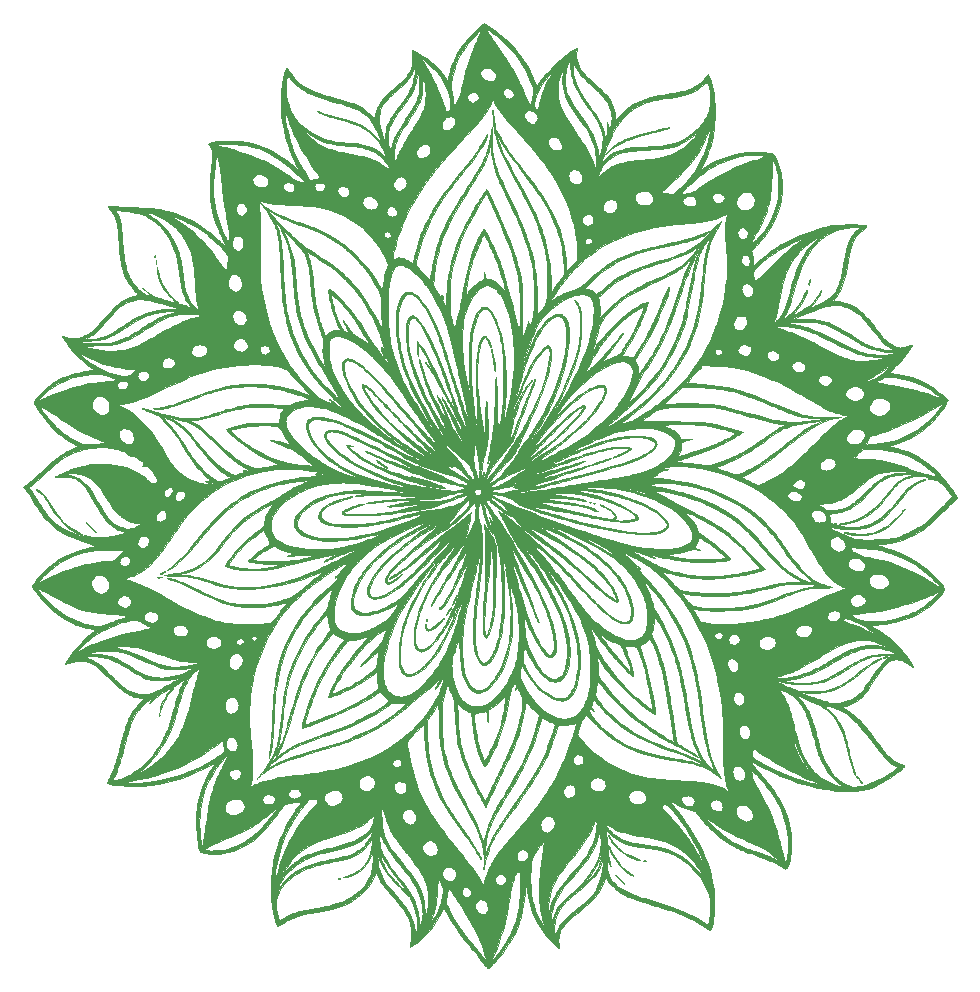
<source format=gbr>
%TF.GenerationSoftware,KiCad,Pcbnew,7.0.1*%
%TF.CreationDate,2023-06-01T23:18:06-07:00*%
%TF.ProjectId,set_02,7365745f-3032-42e6-9b69-6361645f7063,rev?*%
%TF.SameCoordinates,Original*%
%TF.FileFunction,Copper,L2,Bot*%
%TF.FilePolarity,Positive*%
%FSLAX46Y46*%
G04 Gerber Fmt 4.6, Leading zero omitted, Abs format (unit mm)*
G04 Created by KiCad (PCBNEW 7.0.1) date 2023-06-01 23:18:06*
%MOMM*%
%LPD*%
G01*
G04 APERTURE LIST*
%TA.AperFunction,EtchedComponent*%
%ADD10C,0.010000*%
%TD*%
G04 APERTURE END LIST*
%TO.C,G\u002A\u002A\u002A*%
D10*
X30289690Y-47329164D02*
X30310119Y-47347715D01*
X30310214Y-47349319D01*
X30291641Y-47381980D01*
X30242137Y-47399617D01*
X30171018Y-47400318D01*
X30113298Y-47389693D01*
X30087818Y-47375517D01*
X30100015Y-47349815D01*
X30134181Y-47330493D01*
X30186997Y-47320588D01*
X30243742Y-47320133D01*
X30289690Y-47329164D01*
%TA.AperFunction,EtchedComponent*%
G36*
X30289690Y-47329164D02*
G01*
X30310119Y-47347715D01*
X30310214Y-47349319D01*
X30291641Y-47381980D01*
X30242137Y-47399617D01*
X30171018Y-47400318D01*
X30113298Y-47389693D01*
X30087818Y-47375517D01*
X30100015Y-47349815D01*
X30134181Y-47330493D01*
X30186997Y-47320588D01*
X30243742Y-47320133D01*
X30289690Y-47329164D01*
G37*
%TD.AperFunction*%
X38268392Y-81836024D02*
X38308132Y-81850763D01*
X38325746Y-81870190D01*
X38319725Y-81883280D01*
X38275523Y-81903851D01*
X38210411Y-81914422D01*
X38145952Y-81911694D01*
X38109781Y-81895521D01*
X38111233Y-81871308D01*
X38148128Y-81845434D01*
X38171732Y-81836244D01*
X38218825Y-81829881D01*
X38268392Y-81836024D01*
%TA.AperFunction,EtchedComponent*%
G36*
X38268392Y-81836024D02*
G01*
X38308132Y-81850763D01*
X38325746Y-81870190D01*
X38319725Y-81883280D01*
X38275523Y-81903851D01*
X38210411Y-81914422D01*
X38145952Y-81911694D01*
X38109781Y-81895521D01*
X38111233Y-81871308D01*
X38148128Y-81845434D01*
X38171732Y-81836244D01*
X38218825Y-81829881D01*
X38268392Y-81836024D01*
G37*
%TD.AperFunction*%
X50428573Y-80920503D02*
X50448926Y-80954181D01*
X50456718Y-81013012D01*
X50455821Y-81036697D01*
X50443250Y-81093409D01*
X50419731Y-81119500D01*
X50390766Y-81109330D01*
X50379200Y-81076453D01*
X50376413Y-81022734D01*
X50381517Y-80966788D01*
X50393629Y-80927231D01*
X50399747Y-80920454D01*
X50428573Y-80920503D01*
%TA.AperFunction,EtchedComponent*%
G36*
X50428573Y-80920503D02*
G01*
X50448926Y-80954181D01*
X50456718Y-81013012D01*
X50455821Y-81036697D01*
X50443250Y-81093409D01*
X50419731Y-81119500D01*
X50390766Y-81109330D01*
X50379200Y-81076453D01*
X50376413Y-81022734D01*
X50381517Y-80966788D01*
X50393629Y-80927231D01*
X50399747Y-80920454D01*
X50428573Y-80920503D01*
G37*
%TD.AperFunction*%
X51115136Y-37106808D02*
X51139745Y-37153279D01*
X51139911Y-37153715D01*
X51152319Y-37214922D01*
X51145702Y-37269134D01*
X51123003Y-37302938D01*
X51106060Y-37308000D01*
X51086270Y-37296251D01*
X51076632Y-37255941D01*
X51074714Y-37202167D01*
X51080059Y-37133155D01*
X51094387Y-37100734D01*
X51115136Y-37106808D01*
%TA.AperFunction,EtchedComponent*%
G36*
X51115136Y-37106808D02*
G01*
X51139745Y-37153279D01*
X51139911Y-37153715D01*
X51152319Y-37214922D01*
X51145702Y-37269134D01*
X51123003Y-37302938D01*
X51106060Y-37308000D01*
X51086270Y-37296251D01*
X51076632Y-37255941D01*
X51074714Y-37202167D01*
X51080059Y-37133155D01*
X51094387Y-37100734D01*
X51115136Y-37106808D01*
G37*
%TD.AperFunction*%
X80300619Y-51804240D02*
X80316464Y-51828333D01*
X80297934Y-51847803D01*
X80252576Y-51861917D01*
X80195736Y-51868975D01*
X80142763Y-51867276D01*
X80109003Y-51855120D01*
X80106122Y-51851643D01*
X80109941Y-51826663D01*
X80144184Y-51804800D01*
X80196985Y-51791183D01*
X80248650Y-51790023D01*
X80300619Y-51804240D01*
%TA.AperFunction,EtchedComponent*%
G36*
X80300619Y-51804240D02*
G01*
X80316464Y-51828333D01*
X80297934Y-51847803D01*
X80252576Y-51861917D01*
X80195736Y-51868975D01*
X80142763Y-51867276D01*
X80109003Y-51855120D01*
X80106122Y-51851643D01*
X80109941Y-51826663D01*
X80144184Y-51804800D01*
X80196985Y-51791183D01*
X80248650Y-51790023D01*
X80300619Y-51804240D01*
G37*
%TD.AperFunction*%
X16710630Y-52828227D02*
X16771359Y-52838569D01*
X16794751Y-52860211D01*
X16795297Y-52865500D01*
X16776805Y-52885818D01*
X16731457Y-52899788D01*
X16674440Y-52905991D01*
X16620942Y-52903003D01*
X16586154Y-52889405D01*
X16582836Y-52885381D01*
X16582061Y-52855726D01*
X16616452Y-52835383D01*
X16679316Y-52827346D01*
X16710630Y-52828227D01*
%TA.AperFunction,EtchedComponent*%
G36*
X16710630Y-52828227D02*
G01*
X16771359Y-52838569D01*
X16794751Y-52860211D01*
X16795297Y-52865500D01*
X16776805Y-52885818D01*
X16731457Y-52899788D01*
X16674440Y-52905991D01*
X16620942Y-52903003D01*
X16586154Y-52889405D01*
X16582836Y-52885381D01*
X16582061Y-52855726D01*
X16616452Y-52835383D01*
X16679316Y-52827346D01*
X16710630Y-52828227D01*
G37*
%TD.AperFunction*%
X22983908Y-67940332D02*
X22987602Y-67949525D01*
X23003579Y-68019533D01*
X22998653Y-68079228D01*
X22974722Y-68116656D01*
X22960089Y-68122746D01*
X22937878Y-68120619D01*
X22926721Y-68097107D01*
X22923157Y-68042952D01*
X22923047Y-68023634D01*
X22928192Y-67950818D01*
X22941838Y-67910610D01*
X22961304Y-67906088D01*
X22983908Y-67940332D01*
%TA.AperFunction,EtchedComponent*%
G36*
X22983908Y-67940332D02*
G01*
X22987602Y-67949525D01*
X23003579Y-68019533D01*
X22998653Y-68079228D01*
X22974722Y-68116656D01*
X22960089Y-68122746D01*
X22937878Y-68120619D01*
X22926721Y-68097107D01*
X22923157Y-68042952D01*
X22923047Y-68023634D01*
X22928192Y-67950818D01*
X22941838Y-67910610D01*
X22961304Y-67906088D01*
X22983908Y-67940332D01*
G37*
%TD.AperFunction*%
X45614411Y-59910220D02*
X45628581Y-59958614D01*
X45634827Y-60034253D01*
X45634880Y-60042731D01*
X45626329Y-60099540D01*
X45605700Y-60126501D01*
X45580526Y-60119705D01*
X45560213Y-60081493D01*
X45554297Y-60030009D01*
X45559420Y-59966848D01*
X45559746Y-59965076D01*
X45576455Y-59909794D01*
X45595856Y-59892728D01*
X45614411Y-59910220D01*
%TA.AperFunction,EtchedComponent*%
G36*
X45614411Y-59910220D02*
G01*
X45628581Y-59958614D01*
X45634827Y-60034253D01*
X45634880Y-60042731D01*
X45626329Y-60099540D01*
X45605700Y-60126501D01*
X45580526Y-60119705D01*
X45560213Y-60081493D01*
X45554297Y-60030009D01*
X45559420Y-59966848D01*
X45559746Y-59965076D01*
X45576455Y-59909794D01*
X45595856Y-59892728D01*
X45614411Y-59910220D01*
G37*
%TD.AperFunction*%
X59830945Y-50075426D02*
X59890829Y-50087745D01*
X59911740Y-50112119D01*
X59911797Y-50113833D01*
X59893327Y-50134518D01*
X59848159Y-50148466D01*
X59791656Y-50153740D01*
X59739179Y-50148402D01*
X59715003Y-50138654D01*
X59700381Y-50115457D01*
X59719233Y-50093912D01*
X59762814Y-50078789D01*
X59822378Y-50074858D01*
X59830945Y-50075426D01*
%TA.AperFunction,EtchedComponent*%
G36*
X59830945Y-50075426D02*
G01*
X59890829Y-50087745D01*
X59911740Y-50112119D01*
X59911797Y-50113833D01*
X59893327Y-50134518D01*
X59848159Y-50148466D01*
X59791656Y-50153740D01*
X59739179Y-50148402D01*
X59715003Y-50138654D01*
X59700381Y-50115457D01*
X59719233Y-50093912D01*
X59762814Y-50078789D01*
X59822378Y-50074858D01*
X59830945Y-50075426D01*
G37*
%TD.AperFunction*%
X64133230Y-80369704D02*
X64180943Y-80390346D01*
X64198047Y-80416385D01*
X64179291Y-80431786D01*
X64132128Y-80441991D01*
X64070212Y-80446583D01*
X64007197Y-80445146D01*
X63956739Y-80437262D01*
X63933439Y-80424460D01*
X63941061Y-80404061D01*
X63976491Y-80382442D01*
X64025919Y-80366130D01*
X64067133Y-80361289D01*
X64133230Y-80369704D01*
%TA.AperFunction,EtchedComponent*%
G36*
X64133230Y-80369704D02*
G01*
X64180943Y-80390346D01*
X64198047Y-80416385D01*
X64179291Y-80431786D01*
X64132128Y-80441991D01*
X64070212Y-80446583D01*
X64007197Y-80445146D01*
X63956739Y-80437262D01*
X63933439Y-80424460D01*
X63941061Y-80404061D01*
X63976491Y-80382442D01*
X64025919Y-80366130D01*
X64067133Y-80361289D01*
X64133230Y-80369704D01*
G37*
%TD.AperFunction*%
X22626220Y-29092686D02*
X22644346Y-29137794D01*
X22656353Y-29193814D01*
X22657972Y-29245071D01*
X22655942Y-29256592D01*
X22633771Y-29297825D01*
X22604681Y-29303287D01*
X22580549Y-29271983D01*
X22577846Y-29263131D01*
X22573149Y-29215906D01*
X22576931Y-29158818D01*
X22586863Y-29107344D01*
X22600621Y-29076963D01*
X22606246Y-29074167D01*
X22626220Y-29092686D01*
%TA.AperFunction,EtchedComponent*%
G36*
X22626220Y-29092686D02*
G01*
X22644346Y-29137794D01*
X22656353Y-29193814D01*
X22657972Y-29245071D01*
X22655942Y-29256592D01*
X22633771Y-29297825D01*
X22604681Y-29303287D01*
X22580549Y-29271983D01*
X22577846Y-29263131D01*
X22573149Y-29215906D01*
X22576931Y-29158818D01*
X22586863Y-29107344D01*
X22600621Y-29076963D01*
X22606246Y-29074167D01*
X22626220Y-29092686D01*
G37*
%TD.AperFunction*%
X23102359Y-56371738D02*
X23159186Y-56379767D01*
X23175065Y-56390512D01*
X23150396Y-56401819D01*
X23085579Y-56411532D01*
X22995210Y-56417062D01*
X22904325Y-56418729D01*
X22849484Y-56415743D01*
X22824579Y-56407357D01*
X22822221Y-56395895D01*
X22843296Y-56380778D01*
X22897115Y-56371907D01*
X22988025Y-56368632D01*
X23004186Y-56368583D01*
X23102359Y-56371738D01*
%TA.AperFunction,EtchedComponent*%
G36*
X23102359Y-56371738D02*
G01*
X23159186Y-56379767D01*
X23175065Y-56390512D01*
X23150396Y-56401819D01*
X23085579Y-56411532D01*
X22995210Y-56417062D01*
X22904325Y-56418729D01*
X22849484Y-56415743D01*
X22824579Y-56407357D01*
X22822221Y-56395895D01*
X22843296Y-56380778D01*
X22897115Y-56371907D01*
X22988025Y-56368632D01*
X23004186Y-56368583D01*
X23102359Y-56371738D01*
G37*
%TD.AperFunction*%
X59532976Y-49992079D02*
X59570542Y-50005821D01*
X59574593Y-50010366D01*
X59573709Y-50037354D01*
X59542516Y-50057848D01*
X59492832Y-50069535D01*
X59436474Y-50070102D01*
X59385259Y-50057236D01*
X59372047Y-50050009D01*
X59350939Y-50030084D01*
X59367811Y-50011147D01*
X59372047Y-50008324D01*
X59416215Y-49993154D01*
X59475696Y-49987798D01*
X59532976Y-49992079D01*
%TA.AperFunction,EtchedComponent*%
G36*
X59532976Y-49992079D02*
G01*
X59570542Y-50005821D01*
X59574593Y-50010366D01*
X59573709Y-50037354D01*
X59542516Y-50057848D01*
X59492832Y-50069535D01*
X59436474Y-50070102D01*
X59385259Y-50057236D01*
X59372047Y-50050009D01*
X59350939Y-50030084D01*
X59367811Y-50011147D01*
X59372047Y-50008324D01*
X59416215Y-49993154D01*
X59475696Y-49987798D01*
X59532976Y-49992079D01*
G37*
%TD.AperFunction*%
X17335631Y-52297037D02*
X17388113Y-52330950D01*
X17451852Y-52380993D01*
X17521124Y-52440050D01*
X17562734Y-52481629D01*
X17583121Y-52513338D01*
X17588723Y-52542708D01*
X17577535Y-52568348D01*
X17544719Y-52560849D01*
X17492961Y-52521723D01*
X17424949Y-52452484D01*
X17421407Y-52448525D01*
X17354729Y-52369528D01*
X17318500Y-52317300D01*
X17312280Y-52292812D01*
X17335631Y-52297037D01*
%TA.AperFunction,EtchedComponent*%
G36*
X17335631Y-52297037D02*
G01*
X17388113Y-52330950D01*
X17451852Y-52380993D01*
X17521124Y-52440050D01*
X17562734Y-52481629D01*
X17583121Y-52513338D01*
X17588723Y-52542708D01*
X17577535Y-52568348D01*
X17544719Y-52560849D01*
X17492961Y-52521723D01*
X17424949Y-52452484D01*
X17421407Y-52448525D01*
X17354729Y-52369528D01*
X17318500Y-52317300D01*
X17312280Y-52292812D01*
X17335631Y-52297037D01*
G37*
%TD.AperFunction*%
X22721197Y-29580033D02*
X22735721Y-29623228D01*
X22744914Y-29684730D01*
X22746865Y-29752540D01*
X22741351Y-29806457D01*
X22724435Y-29859529D01*
X22702917Y-29877976D01*
X22681652Y-29858496D01*
X22677822Y-29849671D01*
X22671005Y-29807639D01*
X22670686Y-29745369D01*
X22675624Y-29676662D01*
X22684576Y-29615322D01*
X22696300Y-29575149D01*
X22703252Y-29567145D01*
X22721197Y-29580033D01*
%TA.AperFunction,EtchedComponent*%
G36*
X22721197Y-29580033D02*
G01*
X22735721Y-29623228D01*
X22744914Y-29684730D01*
X22746865Y-29752540D01*
X22741351Y-29806457D01*
X22724435Y-29859529D01*
X22702917Y-29877976D01*
X22681652Y-29858496D01*
X22677822Y-29849671D01*
X22671005Y-29807639D01*
X22670686Y-29745369D01*
X22675624Y-29676662D01*
X22684576Y-29615322D01*
X22696300Y-29575149D01*
X22703252Y-29567145D01*
X22721197Y-29580033D01*
G37*
%TD.AperFunction*%
X36462676Y-16934956D02*
X36530402Y-16960248D01*
X36596574Y-16994359D01*
X36649222Y-17031990D01*
X36676221Y-17067375D01*
X36667395Y-17087380D01*
X36629952Y-17092739D01*
X36574659Y-17084335D01*
X36512279Y-17063057D01*
X36489371Y-17051999D01*
X36425389Y-17011986D01*
X36382048Y-16972787D01*
X36366471Y-16941590D01*
X36370460Y-16932031D01*
X36405371Y-16923784D01*
X36462676Y-16934956D01*
%TA.AperFunction,EtchedComponent*%
G36*
X36462676Y-16934956D02*
G01*
X36530402Y-16960248D01*
X36596574Y-16994359D01*
X36649222Y-17031990D01*
X36676221Y-17067375D01*
X36667395Y-17087380D01*
X36629952Y-17092739D01*
X36574659Y-17084335D01*
X36512279Y-17063057D01*
X36489371Y-17051999D01*
X36425389Y-17011986D01*
X36382048Y-16972787D01*
X36366471Y-16941590D01*
X36370460Y-16932031D01*
X36405371Y-16923784D01*
X36462676Y-16934956D01*
G37*
%TD.AperFunction*%
X46927749Y-32519823D02*
X46946856Y-32534593D01*
X46973660Y-32574314D01*
X46998805Y-32635924D01*
X47017960Y-32704199D01*
X47026796Y-32763917D01*
X47021918Y-32798495D01*
X46991062Y-32820877D01*
X46954150Y-32805266D01*
X46916169Y-32754536D01*
X46904310Y-32730708D01*
X46875130Y-32649834D01*
X46864224Y-32582131D01*
X46870252Y-32533775D01*
X46891874Y-32510947D01*
X46927749Y-32519823D01*
%TA.AperFunction,EtchedComponent*%
G36*
X46927749Y-32519823D02*
G01*
X46946856Y-32534593D01*
X46973660Y-32574314D01*
X46998805Y-32635924D01*
X47017960Y-32704199D01*
X47026796Y-32763917D01*
X47021918Y-32798495D01*
X46991062Y-32820877D01*
X46954150Y-32805266D01*
X46916169Y-32754536D01*
X46904310Y-32730708D01*
X46875130Y-32649834D01*
X46864224Y-32582131D01*
X46870252Y-32533775D01*
X46891874Y-32510947D01*
X46927749Y-32519823D01*
G37*
%TD.AperFunction*%
X49840854Y-43012820D02*
X49852530Y-43069150D01*
X49857501Y-43153004D01*
X49857570Y-43164817D01*
X49852642Y-43235321D01*
X49839941Y-43286077D01*
X49822722Y-43310514D01*
X49804238Y-43302058D01*
X49796941Y-43287275D01*
X49787480Y-43238270D01*
X49784147Y-43168311D01*
X49786536Y-43094008D01*
X49794242Y-43031968D01*
X49803899Y-43002426D01*
X49824101Y-42988938D01*
X49840854Y-43012820D01*
%TA.AperFunction,EtchedComponent*%
G36*
X49840854Y-43012820D02*
G01*
X49852530Y-43069150D01*
X49857501Y-43153004D01*
X49857570Y-43164817D01*
X49852642Y-43235321D01*
X49839941Y-43286077D01*
X49822722Y-43310514D01*
X49804238Y-43302058D01*
X49796941Y-43287275D01*
X49787480Y-43238270D01*
X49784147Y-43168311D01*
X49786536Y-43094008D01*
X49794242Y-43031968D01*
X49803899Y-43002426D01*
X49824101Y-42988938D01*
X49840854Y-43012820D01*
G37*
%TD.AperFunction*%
X51201852Y-37453338D02*
X51223964Y-37490225D01*
X51224631Y-37491934D01*
X51236581Y-37547086D01*
X51236670Y-37608372D01*
X51227243Y-37665372D01*
X51210646Y-37707662D01*
X51189225Y-37724819D01*
X51173844Y-37717575D01*
X51164337Y-37687541D01*
X51159932Y-37631673D01*
X51160265Y-37564779D01*
X51164966Y-37501667D01*
X51173670Y-37457144D01*
X51180586Y-37445559D01*
X51201852Y-37453338D01*
%TA.AperFunction,EtchedComponent*%
G36*
X51201852Y-37453338D02*
G01*
X51223964Y-37490225D01*
X51224631Y-37491934D01*
X51236581Y-37547086D01*
X51236670Y-37608372D01*
X51227243Y-37665372D01*
X51210646Y-37707662D01*
X51189225Y-37724819D01*
X51173844Y-37717575D01*
X51164337Y-37687541D01*
X51159932Y-37631673D01*
X51160265Y-37564779D01*
X51164966Y-37501667D01*
X51173670Y-37457144D01*
X51180586Y-37445559D01*
X51201852Y-37453338D01*
G37*
%TD.AperFunction*%
X63534238Y-55460993D02*
X63591601Y-55512801D01*
X63604775Y-55525847D01*
X63665664Y-55595943D01*
X63701177Y-55655168D01*
X63712323Y-55698668D01*
X63700112Y-55721586D01*
X63665552Y-55719070D01*
X63609653Y-55686264D01*
X63576975Y-55659597D01*
X63518493Y-55597334D01*
X63479187Y-55533830D01*
X63463597Y-55478704D01*
X63474720Y-55443027D01*
X63496950Y-55438800D01*
X63534238Y-55460993D01*
%TA.AperFunction,EtchedComponent*%
G36*
X63534238Y-55460993D02*
G01*
X63591601Y-55512801D01*
X63604775Y-55525847D01*
X63665664Y-55595943D01*
X63701177Y-55655168D01*
X63712323Y-55698668D01*
X63700112Y-55721586D01*
X63665552Y-55719070D01*
X63609653Y-55686264D01*
X63576975Y-55659597D01*
X63518493Y-55597334D01*
X63479187Y-55533830D01*
X63463597Y-55478704D01*
X63474720Y-55443027D01*
X63496950Y-55438800D01*
X63534238Y-55460993D01*
G37*
%TD.AperFunction*%
X86108518Y-50585614D02*
X86095396Y-50616645D01*
X86051971Y-50674449D01*
X85997590Y-50736544D01*
X85934953Y-50802829D01*
X85893038Y-50840067D01*
X85865825Y-50852030D01*
X85847296Y-50842489D01*
X85841496Y-50834361D01*
X85842742Y-50796602D01*
X85882717Y-50742201D01*
X85961295Y-50671322D01*
X85970223Y-50664167D01*
X86045515Y-50608274D01*
X86091752Y-50582457D01*
X86108518Y-50585614D01*
%TA.AperFunction,EtchedComponent*%
G36*
X86108518Y-50585614D02*
G01*
X86095396Y-50616645D01*
X86051971Y-50674449D01*
X85997590Y-50736544D01*
X85934953Y-50802829D01*
X85893038Y-50840067D01*
X85865825Y-50852030D01*
X85847296Y-50842489D01*
X85841496Y-50834361D01*
X85842742Y-50796602D01*
X85882717Y-50742201D01*
X85961295Y-50671322D01*
X85970223Y-50664167D01*
X86045515Y-50608274D01*
X86091752Y-50582457D01*
X86108518Y-50585614D01*
G37*
%TD.AperFunction*%
X60386604Y-50245459D02*
X60455206Y-50271254D01*
X60523927Y-50305372D01*
X60581281Y-50342443D01*
X60615783Y-50377102D01*
X60620880Y-50392280D01*
X60603404Y-50408036D01*
X60557966Y-50407808D01*
X60495048Y-50393333D01*
X60425136Y-50366346D01*
X60405378Y-50356598D01*
X60329715Y-50312649D01*
X60291646Y-50278149D01*
X60288312Y-50250066D01*
X60295699Y-50240306D01*
X60329606Y-50233353D01*
X60386604Y-50245459D01*
%TA.AperFunction,EtchedComponent*%
G36*
X60386604Y-50245459D02*
G01*
X60455206Y-50271254D01*
X60523927Y-50305372D01*
X60581281Y-50342443D01*
X60615783Y-50377102D01*
X60620880Y-50392280D01*
X60603404Y-50408036D01*
X60557966Y-50407808D01*
X60495048Y-50393333D01*
X60425136Y-50366346D01*
X60405378Y-50356598D01*
X60329715Y-50312649D01*
X60291646Y-50278149D01*
X60288312Y-50250066D01*
X60295699Y-50240306D01*
X60329606Y-50233353D01*
X60386604Y-50245459D01*
G37*
%TD.AperFunction*%
X60773624Y-50441590D02*
X60833364Y-50466861D01*
X60902981Y-50503970D01*
X60971188Y-50546260D01*
X61026699Y-50587074D01*
X61058225Y-50619753D01*
X61061382Y-50627286D01*
X61055700Y-50658927D01*
X61022391Y-50661568D01*
X60963875Y-50636029D01*
X60882573Y-50583130D01*
X60842330Y-50553042D01*
X60770989Y-50495259D01*
X60733505Y-50457737D01*
X60727867Y-50438259D01*
X60735049Y-50434814D01*
X60773624Y-50441590D01*
%TA.AperFunction,EtchedComponent*%
G36*
X60773624Y-50441590D02*
G01*
X60833364Y-50466861D01*
X60902981Y-50503970D01*
X60971188Y-50546260D01*
X61026699Y-50587074D01*
X61058225Y-50619753D01*
X61061382Y-50627286D01*
X61055700Y-50658927D01*
X61022391Y-50661568D01*
X60963875Y-50636029D01*
X60882573Y-50583130D01*
X60842330Y-50553042D01*
X60770989Y-50495259D01*
X60733505Y-50457737D01*
X60727867Y-50438259D01*
X60735049Y-50434814D01*
X60773624Y-50441590D01*
G37*
%TD.AperFunction*%
X82281849Y-73580650D02*
X82328130Y-73617041D01*
X82381361Y-73666579D01*
X82432554Y-73720172D01*
X82472719Y-73768729D01*
X82492868Y-73803156D01*
X82493270Y-73811039D01*
X82479756Y-73833983D01*
X82460035Y-73836218D01*
X82428281Y-73814418D01*
X82378667Y-73765257D01*
X82340004Y-73723544D01*
X82275338Y-73649428D01*
X82240567Y-73600540D01*
X82234015Y-73573906D01*
X82251508Y-73566500D01*
X82281849Y-73580650D01*
%TA.AperFunction,EtchedComponent*%
G36*
X82281849Y-73580650D02*
G01*
X82328130Y-73617041D01*
X82381361Y-73666579D01*
X82432554Y-73720172D01*
X82472719Y-73768729D01*
X82492868Y-73803156D01*
X82493270Y-73811039D01*
X82479756Y-73833983D01*
X82460035Y-73836218D01*
X82428281Y-73814418D01*
X82378667Y-73765257D01*
X82340004Y-73723544D01*
X82275338Y-73649428D01*
X82240567Y-73600540D01*
X82234015Y-73573906D01*
X82251508Y-73566500D01*
X82281849Y-73580650D01*
G37*
%TD.AperFunction*%
X84596428Y-63073241D02*
X84617917Y-63088742D01*
X84599459Y-63113254D01*
X84541497Y-63145693D01*
X84494509Y-63165892D01*
X84383606Y-63206135D01*
X84298866Y-63227749D01*
X84243805Y-63230169D01*
X84221941Y-63212831D01*
X84221714Y-63209665D01*
X84240551Y-63179042D01*
X84289606Y-63144654D01*
X84357699Y-63111574D01*
X84433645Y-63084871D01*
X84506262Y-63069614D01*
X84534550Y-63067833D01*
X84596428Y-63073241D01*
%TA.AperFunction,EtchedComponent*%
G36*
X84596428Y-63073241D02*
G01*
X84617917Y-63088742D01*
X84599459Y-63113254D01*
X84541497Y-63145693D01*
X84494509Y-63165892D01*
X84383606Y-63206135D01*
X84298866Y-63227749D01*
X84243805Y-63230169D01*
X84221941Y-63212831D01*
X84221714Y-63209665D01*
X84240551Y-63179042D01*
X84289606Y-63144654D01*
X84357699Y-63111574D01*
X84433645Y-63084871D01*
X84506262Y-63069614D01*
X84534550Y-63067833D01*
X84596428Y-63073241D01*
G37*
%TD.AperFunction*%
X78085691Y-31172808D02*
X78090824Y-31215244D01*
X78086230Y-31278078D01*
X78072404Y-31354503D01*
X78049841Y-31437710D01*
X78019317Y-31520231D01*
X77986014Y-31585052D01*
X77959763Y-31610178D01*
X77942278Y-31595354D01*
X77935272Y-31540323D01*
X77935214Y-31532813D01*
X77942729Y-31466650D01*
X77962183Y-31382583D01*
X77988934Y-31295778D01*
X78018343Y-31221402D01*
X78044271Y-31176365D01*
X78070338Y-31157579D01*
X78085691Y-31172808D01*
%TA.AperFunction,EtchedComponent*%
G36*
X78085691Y-31172808D02*
G01*
X78090824Y-31215244D01*
X78086230Y-31278078D01*
X78072404Y-31354503D01*
X78049841Y-31437710D01*
X78019317Y-31520231D01*
X77986014Y-31585052D01*
X77959763Y-31610178D01*
X77942278Y-31595354D01*
X77935272Y-31540323D01*
X77935214Y-31532813D01*
X77942729Y-31466650D01*
X77962183Y-31382583D01*
X77988934Y-31295778D01*
X78018343Y-31221402D01*
X78044271Y-31176365D01*
X78070338Y-31157579D01*
X78085691Y-31172808D01*
G37*
%TD.AperFunction*%
X23502358Y-55877378D02*
X23467484Y-55914477D01*
X23408202Y-55960674D01*
X23331028Y-56010645D01*
X23279917Y-56039648D01*
X23197804Y-56078669D01*
X23131998Y-56099889D01*
X23088755Y-56102147D01*
X23074329Y-56084284D01*
X23075642Y-56077542D01*
X23096586Y-56057214D01*
X23145499Y-56025149D01*
X23213102Y-55986150D01*
X23290115Y-55945017D01*
X23367258Y-55906553D01*
X23435252Y-55875557D01*
X23484817Y-55856833D01*
X23506305Y-55854703D01*
X23502358Y-55877378D01*
%TA.AperFunction,EtchedComponent*%
G36*
X23502358Y-55877378D02*
G01*
X23467484Y-55914477D01*
X23408202Y-55960674D01*
X23331028Y-56010645D01*
X23279917Y-56039648D01*
X23197804Y-56078669D01*
X23131998Y-56099889D01*
X23088755Y-56102147D01*
X23074329Y-56084284D01*
X23075642Y-56077542D01*
X23096586Y-56057214D01*
X23145499Y-56025149D01*
X23213102Y-55986150D01*
X23290115Y-55945017D01*
X23367258Y-55906553D01*
X23435252Y-55875557D01*
X23484817Y-55856833D01*
X23506305Y-55854703D01*
X23502358Y-55877378D01*
G37*
%TD.AperFunction*%
X36519124Y-47562098D02*
X36590066Y-47575803D01*
X36639452Y-47602488D01*
X36656452Y-47633193D01*
X36651753Y-47669704D01*
X36618902Y-47697585D01*
X36588340Y-47711857D01*
X36514910Y-47732470D01*
X36428348Y-47742304D01*
X36342283Y-47741469D01*
X36270345Y-47730079D01*
X36226805Y-47708901D01*
X36204149Y-47679844D01*
X36212108Y-47654137D01*
X36227684Y-47635800D01*
X36280907Y-47598222D01*
X36354150Y-47573370D01*
X36437021Y-47561308D01*
X36519124Y-47562098D01*
%TA.AperFunction,EtchedComponent*%
G36*
X36519124Y-47562098D02*
G01*
X36590066Y-47575803D01*
X36639452Y-47602488D01*
X36656452Y-47633193D01*
X36651753Y-47669704D01*
X36618902Y-47697585D01*
X36588340Y-47711857D01*
X36514910Y-47732470D01*
X36428348Y-47742304D01*
X36342283Y-47741469D01*
X36270345Y-47730079D01*
X36226805Y-47708901D01*
X36204149Y-47679844D01*
X36212108Y-47654137D01*
X36227684Y-47635800D01*
X36280907Y-47598222D01*
X36354150Y-47573370D01*
X36437021Y-47561308D01*
X36519124Y-47562098D01*
G37*
%TD.AperFunction*%
X81998453Y-73219568D02*
X82042557Y-73252487D01*
X82096973Y-73296747D01*
X82151294Y-73343670D01*
X82195115Y-73384577D01*
X82215848Y-73407455D01*
X82231158Y-73448161D01*
X82231723Y-73455375D01*
X82220535Y-73481015D01*
X82187719Y-73473516D01*
X82135961Y-73434390D01*
X82067949Y-73365151D01*
X82064407Y-73361191D01*
X82001742Y-73288309D01*
X81967206Y-73240906D01*
X81958505Y-73215022D01*
X81973351Y-73206695D01*
X81975067Y-73206667D01*
X81998453Y-73219568D01*
%TA.AperFunction,EtchedComponent*%
G36*
X81998453Y-73219568D02*
G01*
X82042557Y-73252487D01*
X82096973Y-73296747D01*
X82151294Y-73343670D01*
X82195115Y-73384577D01*
X82215848Y-73407455D01*
X82231158Y-73448161D01*
X82231723Y-73455375D01*
X82220535Y-73481015D01*
X82187719Y-73473516D01*
X82135961Y-73434390D01*
X82067949Y-73365151D01*
X82064407Y-73361191D01*
X82001742Y-73288309D01*
X81967206Y-73240906D01*
X81958505Y-73215022D01*
X81973351Y-73206695D01*
X81975067Y-73206667D01*
X81998453Y-73219568D01*
G37*
%TD.AperFunction*%
X16778745Y-51745588D02*
X16822011Y-51777836D01*
X16894653Y-51840247D01*
X16996602Y-51933028D01*
X17027852Y-51962106D01*
X17107378Y-52038398D01*
X17174340Y-52106467D01*
X17223153Y-52160336D01*
X17248234Y-52194030D01*
X17250380Y-52200231D01*
X17241712Y-52227003D01*
X17214580Y-52224503D01*
X17167290Y-52191552D01*
X17098150Y-52126972D01*
X17005468Y-52029581D01*
X17005454Y-52029567D01*
X16900811Y-51914099D01*
X16825888Y-51827760D01*
X16780614Y-51770757D01*
X16764923Y-51743298D01*
X16778745Y-51745588D01*
%TA.AperFunction,EtchedComponent*%
G36*
X16778745Y-51745588D02*
G01*
X16822011Y-51777836D01*
X16894653Y-51840247D01*
X16996602Y-51933028D01*
X17027852Y-51962106D01*
X17107378Y-52038398D01*
X17174340Y-52106467D01*
X17223153Y-52160336D01*
X17248234Y-52194030D01*
X17250380Y-52200231D01*
X17241712Y-52227003D01*
X17214580Y-52224503D01*
X17167290Y-52191552D01*
X17098150Y-52126972D01*
X17005468Y-52029581D01*
X17005454Y-52029567D01*
X16900811Y-51914099D01*
X16825888Y-51827760D01*
X16780614Y-51770757D01*
X16764923Y-51743298D01*
X16778745Y-51745588D01*
G37*
%TD.AperFunction*%
X26949307Y-48212637D02*
X27023053Y-48226263D01*
X27113156Y-48251661D01*
X27212036Y-48287344D01*
X27231169Y-48295156D01*
X27324546Y-48336319D01*
X27381169Y-48367736D01*
X27404661Y-48392376D01*
X27398646Y-48413208D01*
X27386634Y-48422542D01*
X27369378Y-48433233D01*
X27352969Y-48438031D01*
X27328407Y-48435326D01*
X27286688Y-48423504D01*
X27218812Y-48400952D01*
X27165936Y-48383007D01*
X27040518Y-48336194D01*
X26949675Y-48292866D01*
X26895905Y-48254396D01*
X26881214Y-48226635D01*
X26899500Y-48212266D01*
X26949307Y-48212637D01*
%TA.AperFunction,EtchedComponent*%
G36*
X26949307Y-48212637D02*
G01*
X27023053Y-48226263D01*
X27113156Y-48251661D01*
X27212036Y-48287344D01*
X27231169Y-48295156D01*
X27324546Y-48336319D01*
X27381169Y-48367736D01*
X27404661Y-48392376D01*
X27398646Y-48413208D01*
X27386634Y-48422542D01*
X27369378Y-48433233D01*
X27352969Y-48438031D01*
X27328407Y-48435326D01*
X27286688Y-48423504D01*
X27218812Y-48400952D01*
X27165936Y-48383007D01*
X27040518Y-48336194D01*
X26949675Y-48292866D01*
X26895905Y-48254396D01*
X26881214Y-48226635D01*
X26899500Y-48212266D01*
X26949307Y-48212637D01*
G37*
%TD.AperFunction*%
X48186682Y-57944182D02*
X48169872Y-58001917D01*
X48136073Y-58087573D01*
X48089459Y-58192404D01*
X48034205Y-58307668D01*
X47974484Y-58424619D01*
X47914469Y-58534514D01*
X47865288Y-58617542D01*
X47812487Y-58697173D01*
X47771380Y-58749035D01*
X47744550Y-58770914D01*
X47734582Y-58760597D01*
X47741734Y-58723375D01*
X47770503Y-58643514D01*
X47814950Y-58539909D01*
X47870420Y-58421650D01*
X47932256Y-58297827D01*
X47995803Y-58177530D01*
X48056405Y-58069850D01*
X48109404Y-57983876D01*
X48146849Y-57932462D01*
X48199016Y-57871417D01*
X48186682Y-57944182D01*
%TA.AperFunction,EtchedComponent*%
G36*
X48186682Y-57944182D02*
G01*
X48169872Y-58001917D01*
X48136073Y-58087573D01*
X48089459Y-58192404D01*
X48034205Y-58307668D01*
X47974484Y-58424619D01*
X47914469Y-58534514D01*
X47865288Y-58617542D01*
X47812487Y-58697173D01*
X47771380Y-58749035D01*
X47744550Y-58770914D01*
X47734582Y-58760597D01*
X47741734Y-58723375D01*
X47770503Y-58643514D01*
X47814950Y-58539909D01*
X47870420Y-58421650D01*
X47932256Y-58297827D01*
X47995803Y-58177530D01*
X48056405Y-58069850D01*
X48109404Y-57983876D01*
X48146849Y-57932462D01*
X48199016Y-57871417D01*
X48186682Y-57944182D01*
G37*
%TD.AperFunction*%
X47700382Y-58882112D02*
X47699170Y-58908532D01*
X47678197Y-58963605D01*
X47641133Y-59040726D01*
X47591648Y-59133290D01*
X47533412Y-59234692D01*
X47470096Y-59338328D01*
X47405367Y-59437593D01*
X47342898Y-59525881D01*
X47342023Y-59527054D01*
X47296081Y-59580394D01*
X47256239Y-59612559D01*
X47229544Y-59619044D01*
X47222380Y-59603531D01*
X47232688Y-59575235D01*
X47260581Y-59518915D01*
X47301510Y-59442634D01*
X47350929Y-59354457D01*
X47404291Y-59262446D01*
X47457047Y-59174665D01*
X47504650Y-59099177D01*
X47519154Y-59077299D01*
X47591850Y-58974616D01*
X47646408Y-58909147D01*
X47683491Y-58880175D01*
X47700382Y-58882112D01*
%TA.AperFunction,EtchedComponent*%
G36*
X47700382Y-58882112D02*
G01*
X47699170Y-58908532D01*
X47678197Y-58963605D01*
X47641133Y-59040726D01*
X47591648Y-59133290D01*
X47533412Y-59234692D01*
X47470096Y-59338328D01*
X47405367Y-59437593D01*
X47342898Y-59525881D01*
X47342023Y-59527054D01*
X47296081Y-59580394D01*
X47256239Y-59612559D01*
X47229544Y-59619044D01*
X47222380Y-59603531D01*
X47232688Y-59575235D01*
X47260581Y-59518915D01*
X47301510Y-59442634D01*
X47350929Y-59354457D01*
X47404291Y-59262446D01*
X47457047Y-59174665D01*
X47504650Y-59099177D01*
X47519154Y-59077299D01*
X47591850Y-58974616D01*
X47646408Y-58909147D01*
X47683491Y-58880175D01*
X47700382Y-58882112D01*
G37*
%TD.AperFunction*%
X51298399Y-37878321D02*
X51316904Y-37933654D01*
X51335799Y-38017391D01*
X51354313Y-38122587D01*
X51371677Y-38242300D01*
X51387119Y-38369586D01*
X51399869Y-38497502D01*
X51409156Y-38619106D01*
X51414209Y-38727453D01*
X51414258Y-38815602D01*
X51408532Y-38876608D01*
X51397019Y-38903113D01*
X51376069Y-38895214D01*
X51355085Y-38854650D01*
X51352925Y-38848070D01*
X51335960Y-38778499D01*
X51319664Y-38684164D01*
X51304538Y-38571974D01*
X51291084Y-38448839D01*
X51279804Y-38321668D01*
X51271199Y-38197370D01*
X51265771Y-38082856D01*
X51264022Y-37985035D01*
X51266454Y-37910816D01*
X51273569Y-37867109D01*
X51281055Y-37858333D01*
X51298399Y-37878321D01*
%TA.AperFunction,EtchedComponent*%
G36*
X51298399Y-37878321D02*
G01*
X51316904Y-37933654D01*
X51335799Y-38017391D01*
X51354313Y-38122587D01*
X51371677Y-38242300D01*
X51387119Y-38369586D01*
X51399869Y-38497502D01*
X51409156Y-38619106D01*
X51414209Y-38727453D01*
X51414258Y-38815602D01*
X51408532Y-38876608D01*
X51397019Y-38903113D01*
X51376069Y-38895214D01*
X51355085Y-38854650D01*
X51352925Y-38848070D01*
X51335960Y-38778499D01*
X51319664Y-38684164D01*
X51304538Y-38571974D01*
X51291084Y-38448839D01*
X51279804Y-38321668D01*
X51271199Y-38197370D01*
X51265771Y-38082856D01*
X51264022Y-37985035D01*
X51266454Y-37910816D01*
X51273569Y-37867109D01*
X51281055Y-37858333D01*
X51298399Y-37878321D01*
G37*
%TD.AperFunction*%
X61598483Y-81572599D02*
X61633827Y-81595723D01*
X61687893Y-81641368D01*
X61763326Y-81711739D01*
X61862768Y-81809040D01*
X61965906Y-81912307D01*
X62096093Y-82044664D01*
X62197222Y-82150188D01*
X62271102Y-82231016D01*
X62319540Y-82289286D01*
X62344346Y-82327134D01*
X62347329Y-82346700D01*
X62336884Y-82350667D01*
X62313225Y-82337308D01*
X62265996Y-82301228D01*
X62202737Y-82248415D01*
X62150931Y-82202886D01*
X62085318Y-82141606D01*
X62007834Y-82065398D01*
X61923720Y-81979870D01*
X61838219Y-81890629D01*
X61756574Y-81803283D01*
X61684025Y-81723437D01*
X61625815Y-81656701D01*
X61587187Y-81608681D01*
X61573380Y-81585100D01*
X61579215Y-81569793D01*
X61598483Y-81572599D01*
%TA.AperFunction,EtchedComponent*%
G36*
X61598483Y-81572599D02*
G01*
X61633827Y-81595723D01*
X61687893Y-81641368D01*
X61763326Y-81711739D01*
X61862768Y-81809040D01*
X61965906Y-81912307D01*
X62096093Y-82044664D01*
X62197222Y-82150188D01*
X62271102Y-82231016D01*
X62319540Y-82289286D01*
X62344346Y-82327134D01*
X62347329Y-82346700D01*
X62336884Y-82350667D01*
X62313225Y-82337308D01*
X62265996Y-82301228D01*
X62202737Y-82248415D01*
X62150931Y-82202886D01*
X62085318Y-82141606D01*
X62007834Y-82065398D01*
X61923720Y-81979870D01*
X61838219Y-81890629D01*
X61756574Y-81803283D01*
X61684025Y-81723437D01*
X61625815Y-81656701D01*
X61587187Y-81608681D01*
X61573380Y-81585100D01*
X61579215Y-81569793D01*
X61598483Y-81572599D01*
G37*
%TD.AperFunction*%
X21568449Y-31910468D02*
X21613391Y-31941736D01*
X21677101Y-31991305D01*
X21753089Y-32054324D01*
X21760431Y-32060594D01*
X21862989Y-32146482D01*
X21978912Y-32240559D01*
X22091191Y-32329145D01*
X22154134Y-32377279D01*
X22248247Y-32448830D01*
X22312197Y-32500289D01*
X22350277Y-32536159D01*
X22366782Y-32560942D01*
X22366007Y-32579137D01*
X22357440Y-32590407D01*
X22328891Y-32590145D01*
X22272724Y-32564073D01*
X22206554Y-32523091D01*
X22154454Y-32484302D01*
X22085088Y-32426970D01*
X22003787Y-32356124D01*
X21915881Y-32276795D01*
X21826701Y-32194013D01*
X21741577Y-32112808D01*
X21665840Y-32038211D01*
X21604819Y-31975250D01*
X21563846Y-31928957D01*
X21548251Y-31904361D01*
X21548764Y-31902352D01*
X21568449Y-31910468D01*
%TA.AperFunction,EtchedComponent*%
G36*
X21568449Y-31910468D02*
G01*
X21613391Y-31941736D01*
X21677101Y-31991305D01*
X21753089Y-32054324D01*
X21760431Y-32060594D01*
X21862989Y-32146482D01*
X21978912Y-32240559D01*
X22091191Y-32329145D01*
X22154134Y-32377279D01*
X22248247Y-32448830D01*
X22312197Y-32500289D01*
X22350277Y-32536159D01*
X22366782Y-32560942D01*
X22366007Y-32579137D01*
X22357440Y-32590407D01*
X22328891Y-32590145D01*
X22272724Y-32564073D01*
X22206554Y-32523091D01*
X22154454Y-32484302D01*
X22085088Y-32426970D01*
X22003787Y-32356124D01*
X21915881Y-32276795D01*
X21826701Y-32194013D01*
X21741577Y-32112808D01*
X21665840Y-32038211D01*
X21604819Y-31975250D01*
X21563846Y-31928957D01*
X21548251Y-31904361D01*
X21548764Y-31902352D01*
X21568449Y-31910468D01*
G37*
%TD.AperFunction*%
X41410196Y-46484705D02*
X41464230Y-46516611D01*
X41540786Y-46564825D01*
X41633839Y-46625283D01*
X41737364Y-46693925D01*
X41845336Y-46766688D01*
X41951730Y-46839511D01*
X42050521Y-46908332D01*
X42135683Y-46969089D01*
X42201192Y-47017720D01*
X42241022Y-47050164D01*
X42242098Y-47051163D01*
X42285430Y-47100277D01*
X42297711Y-47134911D01*
X42277511Y-47150180D01*
X42271142Y-47150500D01*
X42247435Y-47140174D01*
X42195231Y-47112033D01*
X42122156Y-47070333D01*
X42035840Y-47019331D01*
X42032821Y-47017519D01*
X41856923Y-46908194D01*
X41696657Y-46801352D01*
X41559190Y-46701989D01*
X41451691Y-46615099D01*
X41438589Y-46603446D01*
X41386701Y-46548872D01*
X41361412Y-46505352D01*
X41365124Y-46478698D01*
X41384711Y-46473167D01*
X41410196Y-46484705D01*
%TA.AperFunction,EtchedComponent*%
G36*
X41410196Y-46484705D02*
G01*
X41464230Y-46516611D01*
X41540786Y-46564825D01*
X41633839Y-46625283D01*
X41737364Y-46693925D01*
X41845336Y-46766688D01*
X41951730Y-46839511D01*
X42050521Y-46908332D01*
X42135683Y-46969089D01*
X42201192Y-47017720D01*
X42241022Y-47050164D01*
X42242098Y-47051163D01*
X42285430Y-47100277D01*
X42297711Y-47134911D01*
X42277511Y-47150180D01*
X42271142Y-47150500D01*
X42247435Y-47140174D01*
X42195231Y-47112033D01*
X42122156Y-47070333D01*
X42035840Y-47019331D01*
X42032821Y-47017519D01*
X41856923Y-46908194D01*
X41696657Y-46801352D01*
X41559190Y-46701989D01*
X41451691Y-46615099D01*
X41438589Y-46603446D01*
X41386701Y-46548872D01*
X41361412Y-46505352D01*
X41365124Y-46478698D01*
X41384711Y-46473167D01*
X41410196Y-46484705D01*
G37*
%TD.AperFunction*%
X61208549Y-46311524D02*
X61192670Y-46328585D01*
X61142692Y-46355921D01*
X61060681Y-46392630D01*
X60948702Y-46437812D01*
X60808823Y-46490567D01*
X60643107Y-46549995D01*
X60453622Y-46615196D01*
X60366880Y-46644274D01*
X60132322Y-46721146D01*
X59937131Y-46782569D01*
X59781264Y-46828554D01*
X59664679Y-46859113D01*
X59587333Y-46874255D01*
X59549183Y-46873992D01*
X59550188Y-46858335D01*
X59553022Y-46855338D01*
X59584337Y-46837279D01*
X59650462Y-46808360D01*
X59745849Y-46770493D01*
X59864948Y-46725592D01*
X60002209Y-46675570D01*
X60152083Y-46622340D01*
X60309020Y-46567814D01*
X60467471Y-46513906D01*
X60621886Y-46462529D01*
X60766715Y-46415596D01*
X60896410Y-46375019D01*
X61005421Y-46342711D01*
X61088198Y-46320587D01*
X61129749Y-46311822D01*
X61188264Y-46305636D01*
X61208549Y-46311524D01*
%TA.AperFunction,EtchedComponent*%
G36*
X61208549Y-46311524D02*
G01*
X61192670Y-46328585D01*
X61142692Y-46355921D01*
X61060681Y-46392630D01*
X60948702Y-46437812D01*
X60808823Y-46490567D01*
X60643107Y-46549995D01*
X60453622Y-46615196D01*
X60366880Y-46644274D01*
X60132322Y-46721146D01*
X59937131Y-46782569D01*
X59781264Y-46828554D01*
X59664679Y-46859113D01*
X59587333Y-46874255D01*
X59549183Y-46873992D01*
X59550188Y-46858335D01*
X59553022Y-46855338D01*
X59584337Y-46837279D01*
X59650462Y-46808360D01*
X59745849Y-46770493D01*
X59864948Y-46725592D01*
X60002209Y-46675570D01*
X60152083Y-46622340D01*
X60309020Y-46567814D01*
X60467471Y-46513906D01*
X60621886Y-46462529D01*
X60766715Y-46415596D01*
X60896410Y-46375019D01*
X61005421Y-46342711D01*
X61088198Y-46320587D01*
X61129749Y-46311822D01*
X61188264Y-46305636D01*
X61208549Y-46311524D01*
G37*
%TD.AperFunction*%
X61116919Y-50633355D02*
X61158743Y-50666274D01*
X61217136Y-50716677D01*
X61285384Y-50778371D01*
X61356774Y-50845159D01*
X61424593Y-50910848D01*
X61482129Y-50969242D01*
X61522668Y-51014147D01*
X61527424Y-51020042D01*
X61602058Y-51130190D01*
X61646529Y-51230192D01*
X61659927Y-51315749D01*
X61641340Y-51382565D01*
X61611004Y-51414383D01*
X61555668Y-51439110D01*
X61495707Y-51446352D01*
X61447879Y-51435379D01*
X61433298Y-51422124D01*
X61434433Y-51394671D01*
X61445278Y-51387728D01*
X61480172Y-51366606D01*
X61514731Y-51336649D01*
X61541730Y-51295977D01*
X61546950Y-51246251D01*
X61528631Y-51183999D01*
X61485017Y-51105747D01*
X61414348Y-51008021D01*
X61314868Y-50887349D01*
X61249386Y-50812366D01*
X61186938Y-50740416D01*
X61137496Y-50680631D01*
X61106349Y-50639604D01*
X61098376Y-50624115D01*
X61116919Y-50633355D01*
%TA.AperFunction,EtchedComponent*%
G36*
X61116919Y-50633355D02*
G01*
X61158743Y-50666274D01*
X61217136Y-50716677D01*
X61285384Y-50778371D01*
X61356774Y-50845159D01*
X61424593Y-50910848D01*
X61482129Y-50969242D01*
X61522668Y-51014147D01*
X61527424Y-51020042D01*
X61602058Y-51130190D01*
X61646529Y-51230192D01*
X61659927Y-51315749D01*
X61641340Y-51382565D01*
X61611004Y-51414383D01*
X61555668Y-51439110D01*
X61495707Y-51446352D01*
X61447879Y-51435379D01*
X61433298Y-51422124D01*
X61434433Y-51394671D01*
X61445278Y-51387728D01*
X61480172Y-51366606D01*
X61514731Y-51336649D01*
X61541730Y-51295977D01*
X61546950Y-51246251D01*
X61528631Y-51183999D01*
X61485017Y-51105747D01*
X61414348Y-51008021D01*
X61314868Y-50887349D01*
X61249386Y-50812366D01*
X61186938Y-50740416D01*
X61137496Y-50680631D01*
X61106349Y-50639604D01*
X61098376Y-50624115D01*
X61116919Y-50633355D01*
G37*
%TD.AperFunction*%
X24127056Y-65774917D02*
X24129547Y-65793623D01*
X24122555Y-65829110D01*
X24099009Y-65873617D01*
X24055055Y-65932468D01*
X23986838Y-66010987D01*
X23919222Y-66084083D01*
X23794418Y-66229139D01*
X23676293Y-66392890D01*
X23562202Y-66580009D01*
X23449502Y-66795169D01*
X23335549Y-67043044D01*
X23223282Y-67314198D01*
X23160804Y-67469970D01*
X23111256Y-67589214D01*
X23073132Y-67675198D01*
X23044928Y-67731188D01*
X23025137Y-67760454D01*
X23014738Y-67766833D01*
X23009779Y-67747771D01*
X23010212Y-67698318D01*
X23014570Y-67643536D01*
X23038651Y-67515581D01*
X23085161Y-67360694D01*
X23150708Y-67185490D01*
X23231899Y-66996583D01*
X23325342Y-66800588D01*
X23427645Y-66604119D01*
X23535415Y-66413791D01*
X23645261Y-66236218D01*
X23753789Y-66078016D01*
X23857608Y-65945798D01*
X23920175Y-65877708D01*
X23997014Y-65808219D01*
X24059433Y-65766990D01*
X24103944Y-65755422D01*
X24127056Y-65774917D01*
%TA.AperFunction,EtchedComponent*%
G36*
X24127056Y-65774917D02*
G01*
X24129547Y-65793623D01*
X24122555Y-65829110D01*
X24099009Y-65873617D01*
X24055055Y-65932468D01*
X23986838Y-66010987D01*
X23919222Y-66084083D01*
X23794418Y-66229139D01*
X23676293Y-66392890D01*
X23562202Y-66580009D01*
X23449502Y-66795169D01*
X23335549Y-67043044D01*
X23223282Y-67314198D01*
X23160804Y-67469970D01*
X23111256Y-67589214D01*
X23073132Y-67675198D01*
X23044928Y-67731188D01*
X23025137Y-67760454D01*
X23014738Y-67766833D01*
X23009779Y-67747771D01*
X23010212Y-67698318D01*
X23014570Y-67643536D01*
X23038651Y-67515581D01*
X23085161Y-67360694D01*
X23150708Y-67185490D01*
X23231899Y-66996583D01*
X23325342Y-66800588D01*
X23427645Y-66604119D01*
X23535415Y-66413791D01*
X23645261Y-66236218D01*
X23753789Y-66078016D01*
X23857608Y-65945798D01*
X23920175Y-65877708D01*
X23997014Y-65808219D01*
X24059433Y-65766990D01*
X24103944Y-65755422D01*
X24127056Y-65774917D01*
G37*
%TD.AperFunction*%
X38246419Y-54473001D02*
X38247714Y-54481352D01*
X38244315Y-54495911D01*
X38230567Y-54510884D01*
X38201139Y-54528901D01*
X38150699Y-54552591D01*
X38073918Y-54584582D01*
X37965465Y-54627503D01*
X37898464Y-54653586D01*
X37788272Y-54697682D01*
X37655584Y-54752805D01*
X37516336Y-54812230D01*
X37386465Y-54869236D01*
X37374246Y-54874707D01*
X37233700Y-54936856D01*
X37111459Y-54989101D01*
X37012376Y-55029472D01*
X36941308Y-55055996D01*
X36903109Y-55066705D01*
X36900969Y-55066833D01*
X36893168Y-55050626D01*
X36893047Y-55047199D01*
X36911546Y-55023906D01*
X36963230Y-54986803D01*
X37042382Y-54938770D01*
X37143282Y-54882690D01*
X37260212Y-54821444D01*
X37387454Y-54757911D01*
X37519289Y-54694974D01*
X37650000Y-54635514D01*
X37773867Y-54582411D01*
X37885172Y-54538548D01*
X37943919Y-54517738D01*
X38072020Y-54478255D01*
X38164038Y-54457770D01*
X38221621Y-54456084D01*
X38246419Y-54473001D01*
%TA.AperFunction,EtchedComponent*%
G36*
X38246419Y-54473001D02*
G01*
X38247714Y-54481352D01*
X38244315Y-54495911D01*
X38230567Y-54510884D01*
X38201139Y-54528901D01*
X38150699Y-54552591D01*
X38073918Y-54584582D01*
X37965465Y-54627503D01*
X37898464Y-54653586D01*
X37788272Y-54697682D01*
X37655584Y-54752805D01*
X37516336Y-54812230D01*
X37386465Y-54869236D01*
X37374246Y-54874707D01*
X37233700Y-54936856D01*
X37111459Y-54989101D01*
X37012376Y-55029472D01*
X36941308Y-55055996D01*
X36903109Y-55066705D01*
X36900969Y-55066833D01*
X36893168Y-55050626D01*
X36893047Y-55047199D01*
X36911546Y-55023906D01*
X36963230Y-54986803D01*
X37042382Y-54938770D01*
X37143282Y-54882690D01*
X37260212Y-54821444D01*
X37387454Y-54757911D01*
X37519289Y-54694974D01*
X37650000Y-54635514D01*
X37773867Y-54582411D01*
X37885172Y-54538548D01*
X37943919Y-54517738D01*
X38072020Y-54478255D01*
X38164038Y-54457770D01*
X38221621Y-54456084D01*
X38246419Y-54473001D01*
G37*
%TD.AperFunction*%
X61041580Y-78235029D02*
X61053943Y-78249035D01*
X61084920Y-78290913D01*
X61129560Y-78359739D01*
X61181388Y-78445223D01*
X61224015Y-78519294D01*
X61346962Y-78719677D01*
X61484255Y-78905134D01*
X61645001Y-79087185D01*
X61779010Y-79221313D01*
X62018112Y-79434356D01*
X62268566Y-79623921D01*
X62537323Y-79794248D01*
X62831337Y-79949578D01*
X63157557Y-80094153D01*
X63305238Y-80152455D01*
X63442840Y-80205352D01*
X63545687Y-80245806D01*
X63618709Y-80276103D01*
X63666839Y-80298528D01*
X63695010Y-80315367D01*
X63708153Y-80328904D01*
X63711214Y-80340578D01*
X63694859Y-80356610D01*
X63644534Y-80357083D01*
X63558348Y-80341835D01*
X63467797Y-80319658D01*
X63098485Y-80200751D01*
X62737893Y-80041190D01*
X62388291Y-79842159D01*
X62051953Y-79604843D01*
X61966905Y-79536972D01*
X61845186Y-79430715D01*
X61714353Y-79305027D01*
X61582904Y-79169017D01*
X61459339Y-79031789D01*
X61352159Y-78902450D01*
X61270102Y-78790465D01*
X61201045Y-78680574D01*
X61136557Y-78566793D01*
X61080573Y-78457210D01*
X61037027Y-78359911D01*
X61009852Y-78282984D01*
X61002549Y-78240429D01*
X61004431Y-78209646D01*
X61014582Y-78207367D01*
X61041580Y-78235029D01*
%TA.AperFunction,EtchedComponent*%
G36*
X61041580Y-78235029D02*
G01*
X61053943Y-78249035D01*
X61084920Y-78290913D01*
X61129560Y-78359739D01*
X61181388Y-78445223D01*
X61224015Y-78519294D01*
X61346962Y-78719677D01*
X61484255Y-78905134D01*
X61645001Y-79087185D01*
X61779010Y-79221313D01*
X62018112Y-79434356D01*
X62268566Y-79623921D01*
X62537323Y-79794248D01*
X62831337Y-79949578D01*
X63157557Y-80094153D01*
X63305238Y-80152455D01*
X63442840Y-80205352D01*
X63545687Y-80245806D01*
X63618709Y-80276103D01*
X63666839Y-80298528D01*
X63695010Y-80315367D01*
X63708153Y-80328904D01*
X63711214Y-80340578D01*
X63694859Y-80356610D01*
X63644534Y-80357083D01*
X63558348Y-80341835D01*
X63467797Y-80319658D01*
X63098485Y-80200751D01*
X62737893Y-80041190D01*
X62388291Y-79842159D01*
X62051953Y-79604843D01*
X61966905Y-79536972D01*
X61845186Y-79430715D01*
X61714353Y-79305027D01*
X61582904Y-79169017D01*
X61459339Y-79031789D01*
X61352159Y-78902450D01*
X61270102Y-78790465D01*
X61201045Y-78680574D01*
X61136557Y-78566793D01*
X61080573Y-78457210D01*
X61037027Y-78359911D01*
X61009852Y-78282984D01*
X61002549Y-78240429D01*
X61004431Y-78209646D01*
X61014582Y-78207367D01*
X61041580Y-78235029D01*
G37*
%TD.AperFunction*%
X47074157Y-59853835D02*
X47074214Y-59856226D01*
X47058134Y-59903418D01*
X47012958Y-59971728D01*
X46943281Y-60056640D01*
X46853697Y-60153638D01*
X46748800Y-60258207D01*
X46633185Y-60365831D01*
X46511446Y-60471994D01*
X46388177Y-60572182D01*
X46267974Y-60661877D01*
X46222527Y-60693303D01*
X46072802Y-60789225D01*
X45949302Y-60856725D01*
X45848250Y-60897245D01*
X45765867Y-60912229D01*
X45698377Y-60903119D01*
X45685839Y-60898322D01*
X45592881Y-60836750D01*
X45527778Y-60746109D01*
X45492067Y-60630485D01*
X45487282Y-60493965D01*
X45499943Y-60403479D01*
X45514444Y-60351790D01*
X45528525Y-60341731D01*
X45541700Y-60372601D01*
X45553480Y-60443697D01*
X45558057Y-60487130D01*
X45578903Y-60620575D01*
X45614025Y-60715393D01*
X45665056Y-60773357D01*
X45733628Y-60796240D01*
X45821375Y-60785818D01*
X45830609Y-60783206D01*
X45915937Y-60751574D01*
X46008986Y-60703664D01*
X46113281Y-60636887D01*
X46232348Y-60548655D01*
X46369712Y-60436377D01*
X46528896Y-60297466D01*
X46684747Y-60155822D01*
X46806412Y-60044361D01*
X46900742Y-59959768D01*
X46970930Y-59899588D01*
X47020171Y-59861361D01*
X47051660Y-59842632D01*
X47068590Y-59840942D01*
X47074157Y-59853835D01*
%TA.AperFunction,EtchedComponent*%
G36*
X47074157Y-59853835D02*
G01*
X47074214Y-59856226D01*
X47058134Y-59903418D01*
X47012958Y-59971728D01*
X46943281Y-60056640D01*
X46853697Y-60153638D01*
X46748800Y-60258207D01*
X46633185Y-60365831D01*
X46511446Y-60471994D01*
X46388177Y-60572182D01*
X46267974Y-60661877D01*
X46222527Y-60693303D01*
X46072802Y-60789225D01*
X45949302Y-60856725D01*
X45848250Y-60897245D01*
X45765867Y-60912229D01*
X45698377Y-60903119D01*
X45685839Y-60898322D01*
X45592881Y-60836750D01*
X45527778Y-60746109D01*
X45492067Y-60630485D01*
X45487282Y-60493965D01*
X45499943Y-60403479D01*
X45514444Y-60351790D01*
X45528525Y-60341731D01*
X45541700Y-60372601D01*
X45553480Y-60443697D01*
X45558057Y-60487130D01*
X45578903Y-60620575D01*
X45614025Y-60715393D01*
X45665056Y-60773357D01*
X45733628Y-60796240D01*
X45821375Y-60785818D01*
X45830609Y-60783206D01*
X45915937Y-60751574D01*
X46008986Y-60703664D01*
X46113281Y-60636887D01*
X46232348Y-60548655D01*
X46369712Y-60436377D01*
X46528896Y-60297466D01*
X46684747Y-60155822D01*
X46806412Y-60044361D01*
X46900742Y-59959768D01*
X46970930Y-59899588D01*
X47020171Y-59861361D01*
X47051660Y-59842632D01*
X47068590Y-59840942D01*
X47074157Y-59853835D01*
G37*
%TD.AperFunction*%
X60994089Y-79054147D02*
X61013071Y-79073214D01*
X61038594Y-79109805D01*
X61072961Y-79167857D01*
X61118477Y-79251306D01*
X61177444Y-79364090D01*
X61252168Y-79510146D01*
X61270417Y-79546083D01*
X61426557Y-79843821D01*
X61575967Y-80106082D01*
X61722995Y-80338246D01*
X61871991Y-80545695D01*
X62027303Y-80733808D01*
X62193280Y-80907967D01*
X62374272Y-81073552D01*
X62574627Y-81235943D01*
X62729274Y-81350994D01*
X62850065Y-81438727D01*
X62940156Y-81505811D01*
X63003585Y-81555797D01*
X63044386Y-81592233D01*
X63066596Y-81618670D01*
X63074252Y-81638658D01*
X63072467Y-81652824D01*
X63050909Y-81655670D01*
X62999329Y-81638554D01*
X62923839Y-81603565D01*
X62914737Y-81598921D01*
X62726571Y-81486890D01*
X62527396Y-81340235D01*
X62321912Y-81163643D01*
X62114816Y-80961801D01*
X61910808Y-80739397D01*
X61714586Y-80501118D01*
X61530849Y-80251651D01*
X61461608Y-80149333D01*
X61390826Y-80036071D01*
X61318886Y-79910323D01*
X61247999Y-79777135D01*
X61180376Y-79641553D01*
X61118228Y-79508624D01*
X61063766Y-79383393D01*
X61019200Y-79270907D01*
X60986743Y-79176212D01*
X60968605Y-79104354D01*
X60966996Y-79060380D01*
X60979343Y-79048667D01*
X60994089Y-79054147D01*
%TA.AperFunction,EtchedComponent*%
G36*
X60994089Y-79054147D02*
G01*
X61013071Y-79073214D01*
X61038594Y-79109805D01*
X61072961Y-79167857D01*
X61118477Y-79251306D01*
X61177444Y-79364090D01*
X61252168Y-79510146D01*
X61270417Y-79546083D01*
X61426557Y-79843821D01*
X61575967Y-80106082D01*
X61722995Y-80338246D01*
X61871991Y-80545695D01*
X62027303Y-80733808D01*
X62193280Y-80907967D01*
X62374272Y-81073552D01*
X62574627Y-81235943D01*
X62729274Y-81350994D01*
X62850065Y-81438727D01*
X62940156Y-81505811D01*
X63003585Y-81555797D01*
X63044386Y-81592233D01*
X63066596Y-81618670D01*
X63074252Y-81638658D01*
X63072467Y-81652824D01*
X63050909Y-81655670D01*
X62999329Y-81638554D01*
X62923839Y-81603565D01*
X62914737Y-81598921D01*
X62726571Y-81486890D01*
X62527396Y-81340235D01*
X62321912Y-81163643D01*
X62114816Y-80961801D01*
X61910808Y-80739397D01*
X61714586Y-80501118D01*
X61530849Y-80251651D01*
X61461608Y-80149333D01*
X61390826Y-80036071D01*
X61318886Y-79910323D01*
X61247999Y-79777135D01*
X61180376Y-79641553D01*
X61118228Y-79508624D01*
X61063766Y-79383393D01*
X61019200Y-79270907D01*
X60986743Y-79176212D01*
X60968605Y-79104354D01*
X60966996Y-79060380D01*
X60979343Y-79048667D01*
X60994089Y-79054147D01*
G37*
%TD.AperFunction*%
X22788284Y-30164079D02*
X22790766Y-30168170D01*
X22804395Y-30204066D01*
X22824820Y-30273115D01*
X22849822Y-30367110D01*
X22877179Y-30477842D01*
X22893860Y-30549163D01*
X22926450Y-30684248D01*
X22963242Y-30824969D01*
X23000363Y-30957192D01*
X23033940Y-31066784D01*
X23043583Y-31095576D01*
X23153916Y-31376035D01*
X23291062Y-31661202D01*
X23447805Y-31937898D01*
X23616927Y-32192945D01*
X23715833Y-32323250D01*
X23805624Y-32431464D01*
X23894310Y-32529236D01*
X23990384Y-32624949D01*
X24102336Y-32726987D01*
X24238657Y-32843733D01*
X24267130Y-32867533D01*
X24383708Y-32965524D01*
X24470670Y-33040815D01*
X24531655Y-33096901D01*
X24570300Y-33137278D01*
X24590244Y-33165444D01*
X24595214Y-33182845D01*
X24580482Y-33201048D01*
X24538847Y-33191371D01*
X24474144Y-33155035D01*
X24444931Y-33134940D01*
X24237951Y-32973140D01*
X24023989Y-32780995D01*
X23811955Y-32567398D01*
X23610759Y-32341242D01*
X23457906Y-32149739D01*
X23322601Y-31949233D01*
X23192550Y-31715684D01*
X23071711Y-31458364D01*
X22964043Y-31186542D01*
X22873503Y-30909491D01*
X22804049Y-30636479D01*
X22796579Y-30600806D01*
X22778323Y-30497227D01*
X22765615Y-30396850D01*
X22758541Y-30305992D01*
X22757187Y-30230970D01*
X22761635Y-30178099D01*
X22771973Y-30153697D01*
X22788284Y-30164079D01*
%TA.AperFunction,EtchedComponent*%
G36*
X22788284Y-30164079D02*
G01*
X22790766Y-30168170D01*
X22804395Y-30204066D01*
X22824820Y-30273115D01*
X22849822Y-30367110D01*
X22877179Y-30477842D01*
X22893860Y-30549163D01*
X22926450Y-30684248D01*
X22963242Y-30824969D01*
X23000363Y-30957192D01*
X23033940Y-31066784D01*
X23043583Y-31095576D01*
X23153916Y-31376035D01*
X23291062Y-31661202D01*
X23447805Y-31937898D01*
X23616927Y-32192945D01*
X23715833Y-32323250D01*
X23805624Y-32431464D01*
X23894310Y-32529236D01*
X23990384Y-32624949D01*
X24102336Y-32726987D01*
X24238657Y-32843733D01*
X24267130Y-32867533D01*
X24383708Y-32965524D01*
X24470670Y-33040815D01*
X24531655Y-33096901D01*
X24570300Y-33137278D01*
X24590244Y-33165444D01*
X24595214Y-33182845D01*
X24580482Y-33201048D01*
X24538847Y-33191371D01*
X24474144Y-33155035D01*
X24444931Y-33134940D01*
X24237951Y-32973140D01*
X24023989Y-32780995D01*
X23811955Y-32567398D01*
X23610759Y-32341242D01*
X23457906Y-32149739D01*
X23322601Y-31949233D01*
X23192550Y-31715684D01*
X23071711Y-31458364D01*
X22964043Y-31186542D01*
X22873503Y-30909491D01*
X22804049Y-30636479D01*
X22796579Y-30600806D01*
X22778323Y-30497227D01*
X22765615Y-30396850D01*
X22758541Y-30305992D01*
X22757187Y-30230970D01*
X22761635Y-30178099D01*
X22771973Y-30153697D01*
X22788284Y-30164079D01*
G37*
%TD.AperFunction*%
X85836685Y-50949917D02*
X85787214Y-51007760D01*
X85712283Y-51089009D01*
X85617399Y-51188208D01*
X85508072Y-51299899D01*
X85389809Y-51418625D01*
X85268117Y-51538930D01*
X85148505Y-51655356D01*
X85036482Y-51762446D01*
X84937554Y-51854743D01*
X84857230Y-51926790D01*
X84814380Y-51962765D01*
X84496152Y-52194734D01*
X84168650Y-52390655D01*
X83835088Y-52549008D01*
X83498681Y-52668273D01*
X83162643Y-52746930D01*
X83152797Y-52748613D01*
X82838887Y-52790099D01*
X82503451Y-52813509D01*
X82163535Y-52818206D01*
X81836187Y-52803551D01*
X81788740Y-52799602D01*
X81635842Y-52782915D01*
X81485544Y-52760828D01*
X81343637Y-52734753D01*
X81215914Y-52706101D01*
X81108168Y-52676285D01*
X81026190Y-52646716D01*
X80975774Y-52618807D01*
X80962047Y-52598080D01*
X80969948Y-52582871D01*
X80996588Y-52575434D01*
X81046373Y-52576132D01*
X81123708Y-52585332D01*
X81232999Y-52603398D01*
X81378651Y-52630696D01*
X81395964Y-52634060D01*
X81710813Y-52682895D01*
X82037270Y-52710285D01*
X82367501Y-52716651D01*
X82693674Y-52702418D01*
X83007955Y-52668008D01*
X83302512Y-52613846D01*
X83569509Y-52540354D01*
X83649296Y-52512283D01*
X83890078Y-52413806D01*
X84121936Y-52300593D01*
X84349982Y-52169200D01*
X84579330Y-52016185D01*
X84815091Y-51838103D01*
X85062379Y-51631512D01*
X85326307Y-51392967D01*
X85364903Y-51356799D01*
X85469356Y-51258896D01*
X85570962Y-51164335D01*
X85662911Y-51079404D01*
X85738391Y-51010392D01*
X85790590Y-50963589D01*
X85794122Y-50960500D01*
X85903365Y-50865250D01*
X85836685Y-50949917D01*
%TA.AperFunction,EtchedComponent*%
G36*
X85836685Y-50949917D02*
G01*
X85787214Y-51007760D01*
X85712283Y-51089009D01*
X85617399Y-51188208D01*
X85508072Y-51299899D01*
X85389809Y-51418625D01*
X85268117Y-51538930D01*
X85148505Y-51655356D01*
X85036482Y-51762446D01*
X84937554Y-51854743D01*
X84857230Y-51926790D01*
X84814380Y-51962765D01*
X84496152Y-52194734D01*
X84168650Y-52390655D01*
X83835088Y-52549008D01*
X83498681Y-52668273D01*
X83162643Y-52746930D01*
X83152797Y-52748613D01*
X82838887Y-52790099D01*
X82503451Y-52813509D01*
X82163535Y-52818206D01*
X81836187Y-52803551D01*
X81788740Y-52799602D01*
X81635842Y-52782915D01*
X81485544Y-52760828D01*
X81343637Y-52734753D01*
X81215914Y-52706101D01*
X81108168Y-52676285D01*
X81026190Y-52646716D01*
X80975774Y-52618807D01*
X80962047Y-52598080D01*
X80969948Y-52582871D01*
X80996588Y-52575434D01*
X81046373Y-52576132D01*
X81123708Y-52585332D01*
X81232999Y-52603398D01*
X81378651Y-52630696D01*
X81395964Y-52634060D01*
X81710813Y-52682895D01*
X82037270Y-52710285D01*
X82367501Y-52716651D01*
X82693674Y-52702418D01*
X83007955Y-52668008D01*
X83302512Y-52613846D01*
X83569509Y-52540354D01*
X83649296Y-52512283D01*
X83890078Y-52413806D01*
X84121936Y-52300593D01*
X84349982Y-52169200D01*
X84579330Y-52016185D01*
X84815091Y-51838103D01*
X85062379Y-51631512D01*
X85326307Y-51392967D01*
X85364903Y-51356799D01*
X85469356Y-51258896D01*
X85570962Y-51164335D01*
X85662911Y-51079404D01*
X85738391Y-51010392D01*
X85790590Y-50963589D01*
X85794122Y-50960500D01*
X85903365Y-50865250D01*
X85836685Y-50949917D01*
G37*
%TD.AperFunction*%
X12599005Y-48939282D02*
X12720470Y-48982849D01*
X12853949Y-49065396D01*
X12998273Y-49185672D01*
X13152274Y-49342429D01*
X13314785Y-49534416D01*
X13484636Y-49760385D01*
X13660660Y-50019085D01*
X13770481Y-50192293D01*
X13966801Y-50504412D01*
X14148452Y-50781459D01*
X14318184Y-51026948D01*
X14478745Y-51244392D01*
X14632882Y-51437303D01*
X14783343Y-51609195D01*
X14932877Y-51763582D01*
X15084232Y-51903976D01*
X15160322Y-51969083D01*
X15279339Y-52065493D01*
X15395738Y-52153220D01*
X15517831Y-52237810D01*
X15653928Y-52324810D01*
X15812341Y-52419765D01*
X15980380Y-52516339D01*
X16123751Y-52598044D01*
X16233899Y-52662055D01*
X16314777Y-52710924D01*
X16370339Y-52747205D01*
X16404537Y-52773452D01*
X16421326Y-52792219D01*
X16424880Y-52803441D01*
X16420257Y-52817945D01*
X16400282Y-52819178D01*
X16355798Y-52806106D01*
X16313129Y-52790816D01*
X16219980Y-52752408D01*
X16101399Y-52697306D01*
X15968002Y-52631017D01*
X15830405Y-52559044D01*
X15699223Y-52486893D01*
X15585071Y-52420068D01*
X15525297Y-52382270D01*
X15282540Y-52206019D01*
X15033023Y-51994649D01*
X14782362Y-51753527D01*
X14536172Y-51488020D01*
X14325461Y-51235667D01*
X14216653Y-51095209D01*
X14111598Y-50951850D01*
X14005587Y-50798608D01*
X13893916Y-50628499D01*
X13771879Y-50434540D01*
X13640750Y-50219667D01*
X13520917Y-50021929D01*
X13418980Y-49856553D01*
X13331517Y-49719326D01*
X13255105Y-49606038D01*
X13186324Y-49512475D01*
X13121750Y-49434425D01*
X13057962Y-49367676D01*
X12991539Y-49308016D01*
X12919057Y-49251232D01*
X12837096Y-49193113D01*
X12770109Y-49147953D01*
X12656317Y-49068970D01*
X12578522Y-49007676D01*
X12537063Y-48964484D01*
X12532277Y-48939804D01*
X12564502Y-48934050D01*
X12599005Y-48939282D01*
%TA.AperFunction,EtchedComponent*%
G36*
X12599005Y-48939282D02*
G01*
X12720470Y-48982849D01*
X12853949Y-49065396D01*
X12998273Y-49185672D01*
X13152274Y-49342429D01*
X13314785Y-49534416D01*
X13484636Y-49760385D01*
X13660660Y-50019085D01*
X13770481Y-50192293D01*
X13966801Y-50504412D01*
X14148452Y-50781459D01*
X14318184Y-51026948D01*
X14478745Y-51244392D01*
X14632882Y-51437303D01*
X14783343Y-51609195D01*
X14932877Y-51763582D01*
X15084232Y-51903976D01*
X15160322Y-51969083D01*
X15279339Y-52065493D01*
X15395738Y-52153220D01*
X15517831Y-52237810D01*
X15653928Y-52324810D01*
X15812341Y-52419765D01*
X15980380Y-52516339D01*
X16123751Y-52598044D01*
X16233899Y-52662055D01*
X16314777Y-52710924D01*
X16370339Y-52747205D01*
X16404537Y-52773452D01*
X16421326Y-52792219D01*
X16424880Y-52803441D01*
X16420257Y-52817945D01*
X16400282Y-52819178D01*
X16355798Y-52806106D01*
X16313129Y-52790816D01*
X16219980Y-52752408D01*
X16101399Y-52697306D01*
X15968002Y-52631017D01*
X15830405Y-52559044D01*
X15699223Y-52486893D01*
X15585071Y-52420068D01*
X15525297Y-52382270D01*
X15282540Y-52206019D01*
X15033023Y-51994649D01*
X14782362Y-51753527D01*
X14536172Y-51488020D01*
X14325461Y-51235667D01*
X14216653Y-51095209D01*
X14111598Y-50951850D01*
X14005587Y-50798608D01*
X13893916Y-50628499D01*
X13771879Y-50434540D01*
X13640750Y-50219667D01*
X13520917Y-50021929D01*
X13418980Y-49856553D01*
X13331517Y-49719326D01*
X13255105Y-49606038D01*
X13186324Y-49512475D01*
X13121750Y-49434425D01*
X13057962Y-49367676D01*
X12991539Y-49308016D01*
X12919057Y-49251232D01*
X12837096Y-49193113D01*
X12770109Y-49147953D01*
X12656317Y-49068970D01*
X12578522Y-49007676D01*
X12537063Y-48964484D01*
X12532277Y-48939804D01*
X12564502Y-48934050D01*
X12599005Y-48939282D01*
G37*
%TD.AperFunction*%
X66143450Y-18305390D02*
X66143545Y-18319796D01*
X66106590Y-18342403D01*
X66034563Y-18372064D01*
X65929446Y-18407631D01*
X65907255Y-18414544D01*
X65815334Y-18442756D01*
X65731098Y-18468315D01*
X65649723Y-18492568D01*
X65566384Y-18516861D01*
X65476255Y-18542542D01*
X65374512Y-18570958D01*
X65256329Y-18603454D01*
X65116880Y-18641377D01*
X64951342Y-18686076D01*
X64754888Y-18738895D01*
X64522694Y-18801182D01*
X64504964Y-18805935D01*
X64152291Y-18901272D01*
X63837236Y-18988269D01*
X63556173Y-19068126D01*
X63305475Y-19142044D01*
X63081517Y-19211224D01*
X62880671Y-19276866D01*
X62699312Y-19340171D01*
X62533814Y-19402339D01*
X62380549Y-19464571D01*
X62235893Y-19528067D01*
X62096217Y-19594029D01*
X62038938Y-19622370D01*
X61875288Y-19707394D01*
X61729902Y-19790469D01*
X61594329Y-19877555D01*
X61460116Y-19974611D01*
X61318811Y-20087593D01*
X61161962Y-20222462D01*
X61065380Y-20308693D01*
X60980732Y-20384975D01*
X60903655Y-20454354D01*
X60841458Y-20510256D01*
X60801449Y-20546108D01*
X60795505Y-20551403D01*
X60762715Y-20575150D01*
X60748112Y-20575069D01*
X60748063Y-20574148D01*
X60762915Y-20549445D01*
X60803991Y-20500892D01*
X60866384Y-20433329D01*
X60945187Y-20351593D01*
X61035492Y-20260521D01*
X61132393Y-20164953D01*
X61230982Y-20069725D01*
X61326353Y-19979677D01*
X61413597Y-19899645D01*
X61487808Y-19834469D01*
X61544079Y-19788986D01*
X61545552Y-19787893D01*
X61726862Y-19662953D01*
X61924178Y-19545287D01*
X62141128Y-19433398D01*
X62381341Y-19325787D01*
X62648445Y-19220956D01*
X62946067Y-19117408D01*
X63277836Y-19013645D01*
X63647381Y-18908168D01*
X63732380Y-18885051D01*
X63853084Y-18852960D01*
X63998105Y-18815190D01*
X64163021Y-18772833D01*
X64343411Y-18726976D01*
X64534853Y-18678712D01*
X64732926Y-18629129D01*
X64933207Y-18579317D01*
X65131275Y-18530368D01*
X65322709Y-18483370D01*
X65503086Y-18439413D01*
X65667985Y-18399589D01*
X65812984Y-18364986D01*
X65933662Y-18336694D01*
X66025597Y-18315805D01*
X66084367Y-18303407D01*
X66104323Y-18300333D01*
X66143450Y-18305390D01*
%TA.AperFunction,EtchedComponent*%
G36*
X66143450Y-18305390D02*
G01*
X66143545Y-18319796D01*
X66106590Y-18342403D01*
X66034563Y-18372064D01*
X65929446Y-18407631D01*
X65907255Y-18414544D01*
X65815334Y-18442756D01*
X65731098Y-18468315D01*
X65649723Y-18492568D01*
X65566384Y-18516861D01*
X65476255Y-18542542D01*
X65374512Y-18570958D01*
X65256329Y-18603454D01*
X65116880Y-18641377D01*
X64951342Y-18686076D01*
X64754888Y-18738895D01*
X64522694Y-18801182D01*
X64504964Y-18805935D01*
X64152291Y-18901272D01*
X63837236Y-18988269D01*
X63556173Y-19068126D01*
X63305475Y-19142044D01*
X63081517Y-19211224D01*
X62880671Y-19276866D01*
X62699312Y-19340171D01*
X62533814Y-19402339D01*
X62380549Y-19464571D01*
X62235893Y-19528067D01*
X62096217Y-19594029D01*
X62038938Y-19622370D01*
X61875288Y-19707394D01*
X61729902Y-19790469D01*
X61594329Y-19877555D01*
X61460116Y-19974611D01*
X61318811Y-20087593D01*
X61161962Y-20222462D01*
X61065380Y-20308693D01*
X60980732Y-20384975D01*
X60903655Y-20454354D01*
X60841458Y-20510256D01*
X60801449Y-20546108D01*
X60795505Y-20551403D01*
X60762715Y-20575150D01*
X60748112Y-20575069D01*
X60748063Y-20574148D01*
X60762915Y-20549445D01*
X60803991Y-20500892D01*
X60866384Y-20433329D01*
X60945187Y-20351593D01*
X61035492Y-20260521D01*
X61132393Y-20164953D01*
X61230982Y-20069725D01*
X61326353Y-19979677D01*
X61413597Y-19899645D01*
X61487808Y-19834469D01*
X61544079Y-19788986D01*
X61545552Y-19787893D01*
X61726862Y-19662953D01*
X61924178Y-19545287D01*
X62141128Y-19433398D01*
X62381341Y-19325787D01*
X62648445Y-19220956D01*
X62946067Y-19117408D01*
X63277836Y-19013645D01*
X63647381Y-18908168D01*
X63732380Y-18885051D01*
X63853084Y-18852960D01*
X63998105Y-18815190D01*
X64163021Y-18772833D01*
X64343411Y-18726976D01*
X64534853Y-18678712D01*
X64732926Y-18629129D01*
X64933207Y-18579317D01*
X65131275Y-18530368D01*
X65322709Y-18483370D01*
X65503086Y-18439413D01*
X65667985Y-18399589D01*
X65812984Y-18364986D01*
X65933662Y-18336694D01*
X66025597Y-18315805D01*
X66084367Y-18303407D01*
X66104323Y-18300333D01*
X66143450Y-18305390D01*
G37*
%TD.AperFunction*%
X38965004Y-45172450D02*
X39048678Y-45190072D01*
X39137390Y-45214186D01*
X39221382Y-45241923D01*
X39290895Y-45270411D01*
X39336169Y-45296780D01*
X39348380Y-45314225D01*
X39329299Y-45324862D01*
X39278017Y-45324803D01*
X39253130Y-45321987D01*
X39168499Y-45310641D01*
X39077540Y-45298719D01*
X39057339Y-45296117D01*
X38956797Y-45283234D01*
X39115547Y-45446797D01*
X39234330Y-45559026D01*
X39386089Y-45686256D01*
X39565638Y-45825159D01*
X39767796Y-45972403D01*
X39987378Y-46124660D01*
X40219201Y-46278598D01*
X40458081Y-46430889D01*
X40698835Y-46578202D01*
X40936280Y-46717208D01*
X41165231Y-46844576D01*
X41380506Y-46956976D01*
X41576921Y-47051079D01*
X41687297Y-47098915D01*
X41896867Y-47181506D01*
X42141054Y-47271152D01*
X42413190Y-47365536D01*
X42706607Y-47462344D01*
X42999630Y-47554643D01*
X43171020Y-47607597D01*
X43361176Y-47666645D01*
X43555682Y-47727290D01*
X43740123Y-47785038D01*
X43900081Y-47835391D01*
X43915544Y-47840280D01*
X44044936Y-47880644D01*
X44162178Y-47916155D01*
X44260745Y-47944922D01*
X44334110Y-47965054D01*
X44375748Y-47974660D01*
X44381210Y-47975205D01*
X44393269Y-47965950D01*
X44372639Y-47937804D01*
X44333130Y-47901437D01*
X44288107Y-47858062D01*
X44273804Y-47832967D01*
X44281764Y-47828148D01*
X44312660Y-47834024D01*
X44378865Y-47850858D01*
X44475238Y-47877130D01*
X44596636Y-47911322D01*
X44737916Y-47951915D01*
X44893935Y-47997389D01*
X45059550Y-48046226D01*
X45229620Y-48096906D01*
X45399000Y-48147911D01*
X45562548Y-48197722D01*
X45715121Y-48244819D01*
X45851577Y-48287684D01*
X45966773Y-48324798D01*
X45996832Y-48334721D01*
X46206000Y-48406027D01*
X46403936Y-48476887D01*
X46586819Y-48545703D01*
X46750828Y-48610875D01*
X46892142Y-48670804D01*
X47006942Y-48723890D01*
X47091406Y-48768536D01*
X47141715Y-48803141D01*
X47154180Y-48819150D01*
X47142592Y-48833995D01*
X47094591Y-48840864D01*
X47009139Y-48839709D01*
X46885196Y-48830481D01*
X46721724Y-48813130D01*
X46534464Y-48789811D01*
X46315206Y-48760198D01*
X46127934Y-48732640D01*
X45962478Y-48705318D01*
X45808667Y-48676415D01*
X45656331Y-48644113D01*
X45495300Y-48606594D01*
X45456055Y-48597058D01*
X45049787Y-48490570D01*
X44624241Y-48365666D01*
X44184377Y-48224425D01*
X43735157Y-48068922D01*
X43281541Y-47901235D01*
X42828488Y-47723440D01*
X42380960Y-47537615D01*
X41943917Y-47345835D01*
X41522320Y-47150178D01*
X41121129Y-46952721D01*
X40745304Y-46755541D01*
X40399806Y-46560713D01*
X40089596Y-46370317D01*
X40004547Y-46314633D01*
X39812096Y-46182264D01*
X39629630Y-46048481D01*
X39459565Y-45915685D01*
X39304319Y-45786283D01*
X39166310Y-45662678D01*
X39047954Y-45547274D01*
X38951668Y-45442476D01*
X38879872Y-45350687D01*
X38834981Y-45274313D01*
X38819413Y-45215756D01*
X38835585Y-45177422D01*
X38851806Y-45168164D01*
X38896127Y-45164190D01*
X38965004Y-45172450D01*
%TA.AperFunction,EtchedComponent*%
G36*
X38965004Y-45172450D02*
G01*
X39048678Y-45190072D01*
X39137390Y-45214186D01*
X39221382Y-45241923D01*
X39290895Y-45270411D01*
X39336169Y-45296780D01*
X39348380Y-45314225D01*
X39329299Y-45324862D01*
X39278017Y-45324803D01*
X39253130Y-45321987D01*
X39168499Y-45310641D01*
X39077540Y-45298719D01*
X39057339Y-45296117D01*
X38956797Y-45283234D01*
X39115547Y-45446797D01*
X39234330Y-45559026D01*
X39386089Y-45686256D01*
X39565638Y-45825159D01*
X39767796Y-45972403D01*
X39987378Y-46124660D01*
X40219201Y-46278598D01*
X40458081Y-46430889D01*
X40698835Y-46578202D01*
X40936280Y-46717208D01*
X41165231Y-46844576D01*
X41380506Y-46956976D01*
X41576921Y-47051079D01*
X41687297Y-47098915D01*
X41896867Y-47181506D01*
X42141054Y-47271152D01*
X42413190Y-47365536D01*
X42706607Y-47462344D01*
X42999630Y-47554643D01*
X43171020Y-47607597D01*
X43361176Y-47666645D01*
X43555682Y-47727290D01*
X43740123Y-47785038D01*
X43900081Y-47835391D01*
X43915544Y-47840280D01*
X44044936Y-47880644D01*
X44162178Y-47916155D01*
X44260745Y-47944922D01*
X44334110Y-47965054D01*
X44375748Y-47974660D01*
X44381210Y-47975205D01*
X44393269Y-47965950D01*
X44372639Y-47937804D01*
X44333130Y-47901437D01*
X44288107Y-47858062D01*
X44273804Y-47832967D01*
X44281764Y-47828148D01*
X44312660Y-47834024D01*
X44378865Y-47850858D01*
X44475238Y-47877130D01*
X44596636Y-47911322D01*
X44737916Y-47951915D01*
X44893935Y-47997389D01*
X45059550Y-48046226D01*
X45229620Y-48096906D01*
X45399000Y-48147911D01*
X45562548Y-48197722D01*
X45715121Y-48244819D01*
X45851577Y-48287684D01*
X45966773Y-48324798D01*
X45996832Y-48334721D01*
X46206000Y-48406027D01*
X46403936Y-48476887D01*
X46586819Y-48545703D01*
X46750828Y-48610875D01*
X46892142Y-48670804D01*
X47006942Y-48723890D01*
X47091406Y-48768536D01*
X47141715Y-48803141D01*
X47154180Y-48819150D01*
X47142592Y-48833995D01*
X47094591Y-48840864D01*
X47009139Y-48839709D01*
X46885196Y-48830481D01*
X46721724Y-48813130D01*
X46534464Y-48789811D01*
X46315206Y-48760198D01*
X46127934Y-48732640D01*
X45962478Y-48705318D01*
X45808667Y-48676415D01*
X45656331Y-48644113D01*
X45495300Y-48606594D01*
X45456055Y-48597058D01*
X45049787Y-48490570D01*
X44624241Y-48365666D01*
X44184377Y-48224425D01*
X43735157Y-48068922D01*
X43281541Y-47901235D01*
X42828488Y-47723440D01*
X42380960Y-47537615D01*
X41943917Y-47345835D01*
X41522320Y-47150178D01*
X41121129Y-46952721D01*
X40745304Y-46755541D01*
X40399806Y-46560713D01*
X40089596Y-46370317D01*
X40004547Y-46314633D01*
X39812096Y-46182264D01*
X39629630Y-46048481D01*
X39459565Y-45915685D01*
X39304319Y-45786283D01*
X39166310Y-45662678D01*
X39047954Y-45547274D01*
X38951668Y-45442476D01*
X38879872Y-45350687D01*
X38834981Y-45274313D01*
X38819413Y-45215756D01*
X38835585Y-45177422D01*
X38851806Y-45168164D01*
X38896127Y-45164190D01*
X38965004Y-45172450D01*
G37*
%TD.AperFunction*%
X50359010Y-60471310D02*
X50505217Y-60471310D01*
X50506348Y-60625358D01*
X50510253Y-60752621D01*
X50517347Y-60858274D01*
X50528047Y-60947490D01*
X50542767Y-61025442D01*
X50561921Y-61097306D01*
X50585926Y-61168254D01*
X50601689Y-61209632D01*
X50660020Y-61358308D01*
X50729824Y-61204812D01*
X50773723Y-61103782D01*
X50819405Y-60991595D01*
X50853833Y-60901045D01*
X50880640Y-60820678D01*
X50913428Y-60713307D01*
X50948024Y-60593027D01*
X50979908Y-60475263D01*
X51024793Y-60296969D01*
X51064696Y-60123681D01*
X51099891Y-59951891D01*
X51130651Y-59778096D01*
X51157248Y-59598790D01*
X51179956Y-59410468D01*
X51199048Y-59209624D01*
X51214797Y-58992753D01*
X51227477Y-58756350D01*
X51237360Y-58496910D01*
X51244720Y-58210928D01*
X51249829Y-57894898D01*
X51252961Y-57545315D01*
X51254389Y-57158674D01*
X51254549Y-56950667D01*
X51254223Y-56616006D01*
X51253174Y-56319769D01*
X51251258Y-56058051D01*
X51248334Y-55826947D01*
X51244261Y-55622550D01*
X51238896Y-55440956D01*
X51232097Y-55278259D01*
X51223724Y-55130555D01*
X51213633Y-54993937D01*
X51201682Y-54864500D01*
X51187731Y-54738340D01*
X51171637Y-54611550D01*
X51168805Y-54590583D01*
X51153772Y-54493216D01*
X51134665Y-54388718D01*
X51112988Y-54283105D01*
X51090240Y-54182391D01*
X51067926Y-54092591D01*
X51047545Y-54019721D01*
X51030601Y-53969795D01*
X51018595Y-53948828D01*
X51013029Y-53962835D01*
X51012891Y-53966167D01*
X51010666Y-54022225D01*
X51006364Y-54113365D01*
X51000377Y-54232406D01*
X50993100Y-54372167D01*
X50984923Y-54525468D01*
X50976241Y-54685129D01*
X50967446Y-54843970D01*
X50958930Y-54994810D01*
X50951087Y-55130469D01*
X50944310Y-55243767D01*
X50938990Y-55327524D01*
X50936466Y-55363167D01*
X50900087Y-55808494D01*
X50861601Y-56227068D01*
X50819406Y-56634468D01*
X50771902Y-57046271D01*
X50725516Y-57416333D01*
X50680798Y-57768587D01*
X50642607Y-58085581D01*
X50610414Y-58373798D01*
X50583690Y-58639719D01*
X50561905Y-58889827D01*
X50544532Y-59130603D01*
X50531040Y-59368530D01*
X50520902Y-59610089D01*
X50513588Y-59861762D01*
X50509619Y-60062167D01*
X50506446Y-60285304D01*
X50505217Y-60471310D01*
X50359010Y-60471310D01*
X50357552Y-60331117D01*
X50359673Y-60053192D01*
X50361847Y-59925068D01*
X50368895Y-59631851D01*
X50378664Y-59358296D01*
X50391819Y-59094174D01*
X50409026Y-58829259D01*
X50430950Y-58553322D01*
X50458255Y-58256136D01*
X50491607Y-57927473D01*
X50491938Y-57924333D01*
X50513719Y-57716793D01*
X50532307Y-57536183D01*
X50547953Y-57376979D01*
X50560908Y-57233662D01*
X50571422Y-57100711D01*
X50579746Y-56972603D01*
X50586131Y-56843817D01*
X50590828Y-56708833D01*
X50594086Y-56562128D01*
X50596158Y-56398183D01*
X50597293Y-56211475D01*
X50597743Y-55996483D01*
X50597758Y-55747686D01*
X50597673Y-55596000D01*
X50596549Y-55263292D01*
X50593676Y-54923414D01*
X50589182Y-54580694D01*
X50583196Y-54239461D01*
X50575847Y-53904040D01*
X50567264Y-53578761D01*
X50557576Y-53267951D01*
X50546911Y-52975938D01*
X50535399Y-52707049D01*
X50523168Y-52465613D01*
X50510348Y-52255957D01*
X50497067Y-52082409D01*
X50491133Y-52018833D01*
X50479483Y-51902417D01*
X50530768Y-51958418D01*
X50585916Y-52027375D01*
X50655980Y-52128613D01*
X50737588Y-52256236D01*
X50827369Y-52404345D01*
X50921952Y-52567042D01*
X51017966Y-52738431D01*
X51112040Y-52912612D01*
X51200803Y-53083689D01*
X51280883Y-53245762D01*
X51342634Y-53378805D01*
X51467831Y-53659250D01*
X51453854Y-55807667D01*
X51451221Y-56192808D01*
X51448536Y-56538930D01*
X51445704Y-56849345D01*
X51442629Y-57127368D01*
X51439215Y-57376313D01*
X51435366Y-57599492D01*
X51430987Y-57800219D01*
X51425981Y-57981809D01*
X51420252Y-58147574D01*
X51413705Y-58300829D01*
X51406243Y-58444886D01*
X51397771Y-58583060D01*
X51388193Y-58718664D01*
X51377413Y-58855012D01*
X51365335Y-58995417D01*
X51359820Y-59056750D01*
X51312905Y-59493674D01*
X51254942Y-59891644D01*
X51185469Y-60252692D01*
X51104025Y-60578851D01*
X51010147Y-60872155D01*
X50903375Y-61134638D01*
X50873797Y-61197362D01*
X50813233Y-61309235D01*
X50751516Y-61400480D01*
X50693241Y-61465448D01*
X50643002Y-61498488D01*
X50626473Y-61501500D01*
X50599701Y-61487636D01*
X50556868Y-61452553D01*
X50534907Y-61431594D01*
X50490719Y-61375993D01*
X50453492Y-61302806D01*
X50422890Y-61209119D01*
X50398580Y-61092015D01*
X50380226Y-60948579D01*
X50367493Y-60775894D01*
X50360047Y-60571046D01*
X50359010Y-60471310D01*
%TA.AperFunction,EtchedComponent*%
G36*
X50359010Y-60471310D02*
G01*
X50505217Y-60471310D01*
X50506348Y-60625358D01*
X50510253Y-60752621D01*
X50517347Y-60858274D01*
X50528047Y-60947490D01*
X50542767Y-61025442D01*
X50561921Y-61097306D01*
X50585926Y-61168254D01*
X50601689Y-61209632D01*
X50660020Y-61358308D01*
X50729824Y-61204812D01*
X50773723Y-61103782D01*
X50819405Y-60991595D01*
X50853833Y-60901045D01*
X50880640Y-60820678D01*
X50913428Y-60713307D01*
X50948024Y-60593027D01*
X50979908Y-60475263D01*
X51024793Y-60296969D01*
X51064696Y-60123681D01*
X51099891Y-59951891D01*
X51130651Y-59778096D01*
X51157248Y-59598790D01*
X51179956Y-59410468D01*
X51199048Y-59209624D01*
X51214797Y-58992753D01*
X51227477Y-58756350D01*
X51237360Y-58496910D01*
X51244720Y-58210928D01*
X51249829Y-57894898D01*
X51252961Y-57545315D01*
X51254389Y-57158674D01*
X51254549Y-56950667D01*
X51254223Y-56616006D01*
X51253174Y-56319769D01*
X51251258Y-56058051D01*
X51248334Y-55826947D01*
X51244261Y-55622550D01*
X51238896Y-55440956D01*
X51232097Y-55278259D01*
X51223724Y-55130555D01*
X51213633Y-54993937D01*
X51201682Y-54864500D01*
X51187731Y-54738340D01*
X51171637Y-54611550D01*
X51168805Y-54590583D01*
X51153772Y-54493216D01*
X51134665Y-54388718D01*
X51112988Y-54283105D01*
X51090240Y-54182391D01*
X51067926Y-54092591D01*
X51047545Y-54019721D01*
X51030601Y-53969795D01*
X51018595Y-53948828D01*
X51013029Y-53962835D01*
X51012891Y-53966167D01*
X51010666Y-54022225D01*
X51006364Y-54113365D01*
X51000377Y-54232406D01*
X50993100Y-54372167D01*
X50984923Y-54525468D01*
X50976241Y-54685129D01*
X50967446Y-54843970D01*
X50958930Y-54994810D01*
X50951087Y-55130469D01*
X50944310Y-55243767D01*
X50938990Y-55327524D01*
X50936466Y-55363167D01*
X50900087Y-55808494D01*
X50861601Y-56227068D01*
X50819406Y-56634468D01*
X50771902Y-57046271D01*
X50725516Y-57416333D01*
X50680798Y-57768587D01*
X50642607Y-58085581D01*
X50610414Y-58373798D01*
X50583690Y-58639719D01*
X50561905Y-58889827D01*
X50544532Y-59130603D01*
X50531040Y-59368530D01*
X50520902Y-59610089D01*
X50513588Y-59861762D01*
X50509619Y-60062167D01*
X50506446Y-60285304D01*
X50505217Y-60471310D01*
X50359010Y-60471310D01*
X50357552Y-60331117D01*
X50359673Y-60053192D01*
X50361847Y-59925068D01*
X50368895Y-59631851D01*
X50378664Y-59358296D01*
X50391819Y-59094174D01*
X50409026Y-58829259D01*
X50430950Y-58553322D01*
X50458255Y-58256136D01*
X50491607Y-57927473D01*
X50491938Y-57924333D01*
X50513719Y-57716793D01*
X50532307Y-57536183D01*
X50547953Y-57376979D01*
X50560908Y-57233662D01*
X50571422Y-57100711D01*
X50579746Y-56972603D01*
X50586131Y-56843817D01*
X50590828Y-56708833D01*
X50594086Y-56562128D01*
X50596158Y-56398183D01*
X50597293Y-56211475D01*
X50597743Y-55996483D01*
X50597758Y-55747686D01*
X50597673Y-55596000D01*
X50596549Y-55263292D01*
X50593676Y-54923414D01*
X50589182Y-54580694D01*
X50583196Y-54239461D01*
X50575847Y-53904040D01*
X50567264Y-53578761D01*
X50557576Y-53267951D01*
X50546911Y-52975938D01*
X50535399Y-52707049D01*
X50523168Y-52465613D01*
X50510348Y-52255957D01*
X50497067Y-52082409D01*
X50491133Y-52018833D01*
X50479483Y-51902417D01*
X50530768Y-51958418D01*
X50585916Y-52027375D01*
X50655980Y-52128613D01*
X50737588Y-52256236D01*
X50827369Y-52404345D01*
X50921952Y-52567042D01*
X51017966Y-52738431D01*
X51112040Y-52912612D01*
X51200803Y-53083689D01*
X51280883Y-53245762D01*
X51342634Y-53378805D01*
X51467831Y-53659250D01*
X51453854Y-55807667D01*
X51451221Y-56192808D01*
X51448536Y-56538930D01*
X51445704Y-56849345D01*
X51442629Y-57127368D01*
X51439215Y-57376313D01*
X51435366Y-57599492D01*
X51430987Y-57800219D01*
X51425981Y-57981809D01*
X51420252Y-58147574D01*
X51413705Y-58300829D01*
X51406243Y-58444886D01*
X51397771Y-58583060D01*
X51388193Y-58718664D01*
X51377413Y-58855012D01*
X51365335Y-58995417D01*
X51359820Y-59056750D01*
X51312905Y-59493674D01*
X51254942Y-59891644D01*
X51185469Y-60252692D01*
X51104025Y-60578851D01*
X51010147Y-60872155D01*
X50903375Y-61134638D01*
X50873797Y-61197362D01*
X50813233Y-61309235D01*
X50751516Y-61400480D01*
X50693241Y-61465448D01*
X50643002Y-61498488D01*
X50626473Y-61501500D01*
X50599701Y-61487636D01*
X50556868Y-61452553D01*
X50534907Y-61431594D01*
X50490719Y-61375993D01*
X50453492Y-61302806D01*
X50422890Y-61209119D01*
X50398580Y-61092015D01*
X50380226Y-60948579D01*
X50367493Y-60775894D01*
X50360047Y-60571046D01*
X50359010Y-60471310D01*
G37*
%TD.AperFunction*%
X49860481Y-10009514D02*
X50680144Y-10009514D01*
X50685171Y-10033490D01*
X50713616Y-10089911D01*
X50764206Y-10176833D01*
X50835671Y-10292314D01*
X50926739Y-10434410D01*
X51036137Y-10601178D01*
X51162594Y-10790674D01*
X51304838Y-11000956D01*
X51461597Y-11230080D01*
X51631600Y-11476103D01*
X51770260Y-11675167D01*
X51975658Y-11970236D01*
X52158320Y-12235401D01*
X52320788Y-12474714D01*
X52465602Y-12692231D01*
X52595302Y-12892004D01*
X52712429Y-13078090D01*
X52819524Y-13254541D01*
X52919127Y-13425412D01*
X53013779Y-13594758D01*
X53106021Y-13766632D01*
X53198392Y-13945089D01*
X53222668Y-13992917D01*
X53276652Y-14100437D01*
X53326931Y-14202556D01*
X53375586Y-14303960D01*
X53424701Y-14409335D01*
X53476357Y-14523366D01*
X53532636Y-14650739D01*
X53595621Y-14796142D01*
X53667394Y-14964258D01*
X53750038Y-15159775D01*
X53845634Y-15387378D01*
X53899878Y-15516917D01*
X53962820Y-15663130D01*
X54036830Y-15828462D01*
X54113757Y-15995061D01*
X54185449Y-16145079D01*
X54203179Y-16181086D01*
X54364771Y-16506590D01*
X54386750Y-16420581D01*
X54673047Y-16420581D01*
X54676766Y-16484364D01*
X54692970Y-16532801D01*
X54729227Y-16583234D01*
X54758181Y-16615639D01*
X54822885Y-16676932D01*
X54892854Y-16729368D01*
X54956222Y-16764920D01*
X54995094Y-16775851D01*
X55016145Y-16760027D01*
X55030594Y-16738271D01*
X55048737Y-16691291D01*
X55073359Y-16607852D01*
X55103154Y-16493106D01*
X55136814Y-16352204D01*
X55173034Y-16190299D01*
X55191691Y-16103102D01*
X55274535Y-15770196D01*
X55385132Y-15419239D01*
X55453098Y-15237409D01*
X56730723Y-15237409D01*
X56734534Y-15405293D01*
X56742832Y-15582858D01*
X56755222Y-15748445D01*
X56773080Y-15905133D01*
X56797780Y-16056003D01*
X56830698Y-16204134D01*
X56873208Y-16352606D01*
X56926685Y-16504498D01*
X56992505Y-16662892D01*
X57072042Y-16830865D01*
X57166671Y-17011499D01*
X57277767Y-17207873D01*
X57406706Y-17423067D01*
X57554861Y-17660161D01*
X57723609Y-17922233D01*
X57914323Y-18212366D01*
X58128380Y-18533637D01*
X58136708Y-18546076D01*
X58261250Y-18732717D01*
X58384941Y-18919319D01*
X58504495Y-19100840D01*
X58616624Y-19272237D01*
X58718043Y-19428471D01*
X58805464Y-19564499D01*
X58875601Y-19675279D01*
X58923248Y-19752576D01*
X59155408Y-20155359D01*
X59359320Y-20544754D01*
X59533786Y-20918097D01*
X59677606Y-21272726D01*
X59789583Y-21605976D01*
X59839155Y-21787164D01*
X59855600Y-21846758D01*
X59868963Y-21883621D01*
X59874554Y-21890049D01*
X59881265Y-21867279D01*
X59893401Y-21811634D01*
X59909125Y-21731947D01*
X59923565Y-21654007D01*
X59955079Y-21391670D01*
X59956248Y-21337750D01*
X60384962Y-21337750D01*
X60455296Y-21273391D01*
X60495870Y-21235707D01*
X60559478Y-21175971D01*
X60638519Y-21101350D01*
X60725391Y-21019009D01*
X60758464Y-20987577D01*
X61007176Y-20766099D01*
X61251717Y-20580818D01*
X61499960Y-20427350D01*
X61759779Y-20301309D01*
X62039047Y-20198309D01*
X62312610Y-20121908D01*
X62474285Y-20084145D01*
X62629201Y-20052007D01*
X62783052Y-20024912D01*
X62941532Y-20002279D01*
X63110337Y-19983529D01*
X63295160Y-19968078D01*
X63501697Y-19955348D01*
X63735641Y-19944756D01*
X64002687Y-19935723D01*
X64187464Y-19930647D01*
X64457981Y-19923128D01*
X64692144Y-19915198D01*
X64895929Y-19906471D01*
X65075316Y-19896559D01*
X65236282Y-19885077D01*
X65384805Y-19871637D01*
X65526863Y-19855853D01*
X65668435Y-19837339D01*
X65700880Y-19832750D01*
X66129563Y-19755517D01*
X66532191Y-19649351D01*
X66912751Y-19512233D01*
X67275232Y-19342145D01*
X67623623Y-19137067D01*
X67961913Y-18894980D01*
X68294089Y-18613865D01*
X68504075Y-18413770D01*
X68730829Y-18180057D01*
X68923835Y-17961446D01*
X69086253Y-17752302D01*
X69221242Y-17546993D01*
X69331963Y-17339885D01*
X69421575Y-17125347D01*
X69493239Y-16897745D01*
X69550114Y-16651446D01*
X69577023Y-16501167D01*
X69610105Y-16212246D01*
X69620486Y-15898345D01*
X69608535Y-15569982D01*
X69574619Y-15237672D01*
X69521993Y-14925962D01*
X69487309Y-14770656D01*
X69454398Y-14654775D01*
X69422222Y-14575506D01*
X69389740Y-14530036D01*
X69371489Y-14518461D01*
X69336295Y-14515884D01*
X69288355Y-14532982D01*
X69223642Y-14572269D01*
X69138132Y-14636261D01*
X69027797Y-14727474D01*
X69002965Y-14748716D01*
X68806552Y-14906945D01*
X68602535Y-15049459D01*
X68387290Y-15177552D01*
X68157195Y-15292520D01*
X67908626Y-15395657D01*
X67637961Y-15488260D01*
X67341577Y-15571622D01*
X67015849Y-15647040D01*
X66657157Y-15715808D01*
X66261876Y-15779222D01*
X66027974Y-15812231D01*
X65688828Y-15860815D01*
X65385516Y-15910351D01*
X65111541Y-15962212D01*
X64860406Y-16017768D01*
X64625613Y-16078394D01*
X64400666Y-16145461D01*
X64309813Y-16175126D01*
X63888919Y-16333856D01*
X63496877Y-16519410D01*
X63131921Y-16733366D01*
X62792283Y-16977304D01*
X62476197Y-17252801D01*
X62181895Y-17561435D01*
X61907610Y-17904786D01*
X61651576Y-18284431D01*
X61412024Y-18701948D01*
X61352393Y-18816568D01*
X61277935Y-18965466D01*
X61208580Y-19111012D01*
X61141209Y-19260517D01*
X61072700Y-19421295D01*
X60999934Y-19600658D01*
X60919791Y-19805919D01*
X60834217Y-20030932D01*
X60777076Y-20184269D01*
X60717341Y-20347535D01*
X60657109Y-20514722D01*
X60598480Y-20679820D01*
X60543550Y-20836818D01*
X60494420Y-20979707D01*
X60453187Y-21102478D01*
X60421949Y-21199120D01*
X60402805Y-21263623D01*
X60400101Y-21274250D01*
X60384962Y-21337750D01*
X59956248Y-21337750D01*
X59961337Y-21103173D01*
X59943511Y-20795424D01*
X59902775Y-20475330D01*
X59840304Y-20149800D01*
X59757271Y-19825742D01*
X59654849Y-19510063D01*
X59534213Y-19209672D01*
X59493055Y-19120217D01*
X59377842Y-18892343D01*
X59241850Y-18650462D01*
X59083111Y-18391475D01*
X58899658Y-18112283D01*
X58689524Y-17809787D01*
X58463713Y-17498442D01*
X58288196Y-17256722D01*
X58118548Y-17015444D01*
X57960172Y-16782554D01*
X57818473Y-16565999D01*
X57699121Y-16374167D01*
X57500758Y-16007017D01*
X57343838Y-15633063D01*
X57227734Y-15250203D01*
X57151819Y-14856337D01*
X57115465Y-14449364D01*
X57114249Y-14416250D01*
X57110434Y-14283347D01*
X57109548Y-14189450D01*
X57308188Y-14189450D01*
X57311501Y-14467952D01*
X57318956Y-14556269D01*
X57349769Y-14779867D01*
X57395945Y-15002032D01*
X57459031Y-15225944D01*
X57540576Y-15454784D01*
X57642126Y-15691731D01*
X57765231Y-15939966D01*
X57911437Y-16202668D01*
X58082292Y-16483017D01*
X58279344Y-16784194D01*
X58504141Y-17109378D01*
X58682774Y-17358417D01*
X58912495Y-17679619D01*
X59115264Y-17974999D01*
X59293384Y-18249333D01*
X59449152Y-18507402D01*
X59584870Y-18753983D01*
X59702838Y-18993857D01*
X59805355Y-19231800D01*
X59894722Y-19472594D01*
X59973238Y-19721015D01*
X60043204Y-19981843D01*
X60106919Y-20259858D01*
X60127975Y-20361153D01*
X60229297Y-20860143D01*
X60319560Y-20538030D01*
X60357410Y-20396191D01*
X60396374Y-20238641D01*
X60432212Y-20083224D01*
X60460679Y-19947785D01*
X60464076Y-19930167D01*
X60502490Y-19661431D01*
X60518069Y-19388324D01*
X60510554Y-19124425D01*
X60483407Y-18903583D01*
X60441621Y-18711773D01*
X60382611Y-18514226D01*
X60304807Y-18307895D01*
X60206639Y-18089731D01*
X60086537Y-17856688D01*
X59942931Y-17605717D01*
X59774251Y-17333769D01*
X59578926Y-17037799D01*
X59357240Y-16717383D01*
X59143798Y-16411829D01*
X58954976Y-16134740D01*
X58788448Y-15881926D01*
X58641889Y-15649204D01*
X58512973Y-15432384D01*
X58399374Y-15227281D01*
X58298767Y-15029707D01*
X58208827Y-14835477D01*
X58127227Y-14640402D01*
X58051643Y-14440297D01*
X57985007Y-14246917D01*
X57922424Y-14046725D01*
X57874403Y-13864452D01*
X57838902Y-13688039D01*
X57813880Y-13505423D01*
X57797293Y-13304545D01*
X57787279Y-13079158D01*
X57782387Y-12948534D01*
X57776477Y-12832302D01*
X57770017Y-12737120D01*
X57763473Y-12669647D01*
X57757308Y-12636541D01*
X57756191Y-12634658D01*
X57729875Y-12633409D01*
X57694615Y-12667834D01*
X57652904Y-12732846D01*
X57607231Y-12823359D01*
X57560088Y-12934286D01*
X57513965Y-13060541D01*
X57471353Y-13197038D01*
X57459014Y-13241500D01*
X57382628Y-13569813D01*
X57332125Y-13887933D01*
X57308188Y-14189450D01*
X57109548Y-14189450D01*
X57109425Y-14176502D01*
X57112073Y-14083872D01*
X57119231Y-13993615D01*
X57131751Y-13893892D01*
X57150484Y-13772859D01*
X57168195Y-13666484D01*
X57188518Y-13543538D01*
X57205530Y-13435751D01*
X57218255Y-13349740D01*
X57225714Y-13292117D01*
X57226929Y-13269498D01*
X57226898Y-13269462D01*
X57215016Y-13283653D01*
X57189761Y-13329818D01*
X57154360Y-13400990D01*
X57112043Y-13490201D01*
X57066036Y-13590482D01*
X57019570Y-13694866D01*
X56975871Y-13796386D01*
X56938169Y-13888073D01*
X56926498Y-13917818D01*
X56887083Y-14025770D01*
X56848603Y-14140993D01*
X56817473Y-14243955D01*
X56809001Y-14275431D01*
X56780553Y-14417003D01*
X56757954Y-14592281D01*
X56741752Y-14792971D01*
X56732493Y-15010778D01*
X56730723Y-15237409D01*
X55453098Y-15237409D01*
X55519386Y-15060069D01*
X55673200Y-14702524D01*
X55842477Y-14356442D01*
X56023122Y-14031660D01*
X56118879Y-13876500D01*
X56182613Y-13775922D01*
X56243579Y-13677711D01*
X56295202Y-13592583D01*
X56330908Y-13531255D01*
X56333127Y-13527250D01*
X56391373Y-13421417D01*
X56238191Y-13580167D01*
X56076655Y-13756960D01*
X55905539Y-13961007D01*
X55731473Y-14183256D01*
X55561087Y-14414656D01*
X55401015Y-14646157D01*
X55257886Y-14868708D01*
X55138332Y-15073259D01*
X55121591Y-15104167D01*
X55044164Y-15258858D01*
X54968026Y-15429262D01*
X54895616Y-15608216D01*
X54829376Y-15788558D01*
X54771745Y-15963124D01*
X54725166Y-16124752D01*
X54692077Y-16266279D01*
X54674920Y-16380543D01*
X54673047Y-16420581D01*
X54386750Y-16420581D01*
X54434429Y-16234003D01*
X54467121Y-16103375D01*
X54501919Y-15959909D01*
X54534243Y-15822697D01*
X54555617Y-15728583D01*
X54590474Y-15552403D01*
X54616406Y-15382208D01*
X54632623Y-15226127D01*
X54638335Y-15092287D01*
X54632750Y-14988817D01*
X54629527Y-14968807D01*
X54602486Y-14866181D01*
X54555657Y-14732243D01*
X54491416Y-14571754D01*
X54412135Y-14389469D01*
X54320189Y-14190149D01*
X54217951Y-13978551D01*
X54107795Y-13759435D01*
X53992095Y-13537557D01*
X53873225Y-13317677D01*
X53753559Y-13104553D01*
X53635469Y-12902944D01*
X53521331Y-12717607D01*
X53456319Y-12617083D01*
X53282997Y-12371595D01*
X53078797Y-12111181D01*
X52849634Y-11841849D01*
X52601425Y-11569606D01*
X52340087Y-11300460D01*
X52071536Y-11040420D01*
X51801688Y-10795493D01*
X51536461Y-10571686D01*
X51281769Y-10375008D01*
X51169964Y-10295428D01*
X51063135Y-10223522D01*
X50958570Y-10156503D01*
X50862365Y-10097930D01*
X50780615Y-10051359D01*
X50719414Y-10020349D01*
X50684859Y-10008457D01*
X50680144Y-10009514D01*
X49860481Y-10009514D01*
X49937794Y-9939968D01*
X50051985Y-9839081D01*
X50161643Y-9743965D01*
X50262127Y-9658658D01*
X50348797Y-9587196D01*
X50417011Y-9533618D01*
X50462129Y-9501958D01*
X50477560Y-9495000D01*
X50501563Y-9506732D01*
X50555173Y-9539697D01*
X50633530Y-9590546D01*
X50731776Y-9655930D01*
X50845053Y-9732503D01*
X50968499Y-9816916D01*
X51097258Y-9905819D01*
X51226469Y-9995867D01*
X51351273Y-10083709D01*
X51466812Y-10165998D01*
X51568226Y-10239386D01*
X51650656Y-10300525D01*
X51686858Y-10328276D01*
X52137813Y-10703019D01*
X52570098Y-11107724D01*
X52978290Y-11536592D01*
X53356968Y-11983821D01*
X53700707Y-12443612D01*
X53799289Y-12587737D01*
X54093127Y-13058311D01*
X54363199Y-13556583D01*
X54611600Y-14086591D01*
X54749159Y-14416613D01*
X54798190Y-14538754D01*
X54841822Y-14646024D01*
X54877702Y-14732755D01*
X54903479Y-14793279D01*
X54916798Y-14821929D01*
X54918048Y-14823437D01*
X54930656Y-14805068D01*
X54962886Y-14757116D01*
X55010938Y-14685261D01*
X55071012Y-14595185D01*
X55133756Y-14500917D01*
X55235282Y-14351403D01*
X55333486Y-14214264D01*
X55433191Y-14083849D01*
X55539219Y-13954507D01*
X55656394Y-13820588D01*
X55789539Y-13676441D01*
X55943476Y-13516416D01*
X56123028Y-13334862D01*
X56163901Y-13294010D01*
X56433975Y-13028849D01*
X56684687Y-12792323D01*
X56922162Y-12579267D01*
X56927505Y-12574750D01*
X57973733Y-12574750D01*
X57982470Y-13051000D01*
X57993238Y-13338897D01*
X58015871Y-13600641D01*
X58052589Y-13844993D01*
X58105611Y-14080714D01*
X58177160Y-14316568D01*
X58269454Y-14561315D01*
X58384713Y-14823718D01*
X58483951Y-15030083D01*
X58554030Y-15169005D01*
X58623928Y-15301429D01*
X58696264Y-15431398D01*
X58773660Y-15562955D01*
X58858736Y-15700143D01*
X58954112Y-15847003D01*
X59062409Y-16007580D01*
X59186248Y-16185914D01*
X59328249Y-16386050D01*
X59491032Y-16612030D01*
X59659663Y-16843851D01*
X59855081Y-17117911D01*
X60023044Y-17368381D01*
X60166406Y-17601229D01*
X60288018Y-17822421D01*
X60390736Y-18037922D01*
X60477411Y-18253700D01*
X60550897Y-18475720D01*
X60614048Y-18709948D01*
X60667471Y-18951208D01*
X60691239Y-19065499D01*
X60712916Y-19163720D01*
X60730892Y-19239035D01*
X60743555Y-19284607D01*
X60748510Y-19295167D01*
X60758530Y-19276129D01*
X60776422Y-19224773D01*
X60799338Y-19149734D01*
X60816556Y-19088792D01*
X60861222Y-18903167D01*
X60890949Y-18721634D01*
X60906302Y-18534510D01*
X60907844Y-18332112D01*
X60896142Y-18104756D01*
X60882876Y-17951083D01*
X60877958Y-17877372D01*
X60881225Y-17844379D01*
X60892344Y-17851354D01*
X60910983Y-17897548D01*
X60936809Y-17982212D01*
X60969489Y-18104596D01*
X60993146Y-18199497D01*
X61021183Y-18310014D01*
X61046847Y-18403105D01*
X61068192Y-18472324D01*
X61083272Y-18511225D01*
X61089026Y-18516997D01*
X61105268Y-18485159D01*
X61128268Y-18421415D01*
X61155310Y-18335117D01*
X61183678Y-18235620D01*
X61210655Y-18132275D01*
X61233524Y-18034436D01*
X61243774Y-17984222D01*
X61258519Y-17881294D01*
X61269737Y-17753483D01*
X61276099Y-17618180D01*
X61277047Y-17548917D01*
X61256086Y-17219512D01*
X61193498Y-16895959D01*
X61089725Y-16579390D01*
X60945209Y-16270932D01*
X60760393Y-15971718D01*
X60556710Y-15707417D01*
X60456081Y-15594595D01*
X60326567Y-15458873D01*
X60172101Y-15304085D01*
X59996621Y-15134069D01*
X59804061Y-14952658D01*
X59598358Y-14763691D01*
X59467297Y-14645624D01*
X59238472Y-14437706D01*
X59040449Y-14250258D01*
X58869503Y-14079258D01*
X58721907Y-13920687D01*
X58593933Y-13770522D01*
X58481854Y-13624743D01*
X58381945Y-13479329D01*
X58371901Y-13463750D01*
X58309257Y-13363452D01*
X58257753Y-13273672D01*
X58212243Y-13183704D01*
X58167577Y-13082842D01*
X58118606Y-12960379D01*
X58076705Y-12849917D01*
X57973733Y-12574750D01*
X56927505Y-12574750D01*
X57152529Y-12384516D01*
X57381912Y-12202906D01*
X57616439Y-12029270D01*
X57862236Y-11858446D01*
X57884431Y-11843496D01*
X58026260Y-11749566D01*
X58137650Y-11679183D01*
X58222059Y-11630531D01*
X58282943Y-11601794D01*
X58323759Y-11591156D01*
X58347964Y-11596801D01*
X58350254Y-11598818D01*
X58352226Y-11624464D01*
X58345097Y-11679853D01*
X58330387Y-11753748D01*
X58327699Y-11765402D01*
X58285271Y-12038086D01*
X58283631Y-12318234D01*
X58322590Y-12602677D01*
X58393082Y-12862329D01*
X58436279Y-12980100D01*
X58486455Y-13094371D01*
X58545886Y-13207846D01*
X58616848Y-13323231D01*
X58701618Y-13443230D01*
X58802471Y-13570548D01*
X58921685Y-13707892D01*
X59061535Y-13857964D01*
X59224297Y-14023472D01*
X59412248Y-14207118D01*
X59627665Y-14411610D01*
X59872823Y-14639651D01*
X59943547Y-14704816D01*
X60156672Y-14902173D01*
X60340826Y-15075856D01*
X60499391Y-15229498D01*
X60635744Y-15366730D01*
X60753266Y-15491186D01*
X60855338Y-15606497D01*
X60945337Y-15716294D01*
X61026645Y-15824211D01*
X61102640Y-15933879D01*
X61139264Y-15989824D01*
X61257131Y-16189437D01*
X61354017Y-16391956D01*
X61431920Y-16604305D01*
X61492840Y-16833409D01*
X61538774Y-17086193D01*
X61571721Y-17369581D01*
X61584445Y-17532228D01*
X61598997Y-17748372D01*
X61758884Y-17542811D01*
X61873051Y-17397855D01*
X61970027Y-17279648D01*
X62057054Y-17180369D01*
X62141377Y-17092195D01*
X62230238Y-17007306D01*
X62330879Y-16917881D01*
X62364113Y-16889290D01*
X62718273Y-16611448D01*
X63099422Y-16359329D01*
X63500338Y-16136874D01*
X63913799Y-15948023D01*
X64332583Y-15796716D01*
X64409714Y-15773258D01*
X64523801Y-15742338D01*
X64661468Y-15710189D01*
X64826153Y-15676147D01*
X65021293Y-15639548D01*
X65250329Y-15599731D01*
X65516699Y-15556030D01*
X65626797Y-15538525D01*
X65969638Y-15483755D01*
X66273645Y-15433710D01*
X66541979Y-15387778D01*
X66777802Y-15345347D01*
X66984275Y-15305804D01*
X67164558Y-15268538D01*
X67321815Y-15232936D01*
X67459205Y-15198386D01*
X67579890Y-15164277D01*
X67614391Y-15153701D01*
X67829163Y-15073801D01*
X68058171Y-14965930D01*
X68290849Y-14836422D01*
X68516628Y-14691611D01*
X68724941Y-14537831D01*
X68905220Y-14381416D01*
X68909113Y-14377684D01*
X69001150Y-14283878D01*
X69099925Y-14174596D01*
X69190355Y-14066860D01*
X69231250Y-14014188D01*
X69291542Y-13936916D01*
X69346067Y-13873434D01*
X69388237Y-13831034D01*
X69409347Y-13817035D01*
X69439398Y-13832095D01*
X69476949Y-13883807D01*
X69520448Y-13967467D01*
X69568341Y-14078372D01*
X69619077Y-14211819D01*
X69671105Y-14363105D01*
X69722871Y-14527527D01*
X69772823Y-14700382D01*
X69819410Y-14876967D01*
X69861079Y-15052579D01*
X69896279Y-15222514D01*
X69921454Y-15368750D01*
X69947662Y-15573540D01*
X69969732Y-15812733D01*
X69987389Y-16078577D01*
X70000357Y-16363319D01*
X70008359Y-16659204D01*
X70011120Y-16958480D01*
X70008363Y-17253394D01*
X69999812Y-17536192D01*
X69999183Y-17550892D01*
X69984828Y-17847209D01*
X69968661Y-18108237D01*
X69949794Y-18341009D01*
X69927340Y-18552558D01*
X69900410Y-18749918D01*
X69868115Y-18940123D01*
X69829568Y-19130206D01*
X69783880Y-19327200D01*
X69765554Y-19401000D01*
X69669539Y-19757902D01*
X69565431Y-20095542D01*
X69449802Y-20422499D01*
X69319222Y-20747351D01*
X69170262Y-21078679D01*
X68999491Y-21425061D01*
X68822460Y-21760188D01*
X68719573Y-21949793D01*
X68824185Y-21888537D01*
X68880483Y-21854405D01*
X68962366Y-21803261D01*
X69060013Y-21741304D01*
X69163608Y-21674732D01*
X69193380Y-21655436D01*
X69692809Y-21352124D01*
X70193164Y-21090673D01*
X70695948Y-20870617D01*
X71202666Y-20691486D01*
X71714821Y-20552813D01*
X72233917Y-20454131D01*
X72761459Y-20394971D01*
X73298949Y-20374866D01*
X73310297Y-20374859D01*
X73484566Y-20377233D01*
X73671608Y-20383921D01*
X73865009Y-20394338D01*
X74058352Y-20407898D01*
X74245221Y-20424016D01*
X74419201Y-20442107D01*
X74573875Y-20461586D01*
X74702828Y-20481867D01*
X74799644Y-20502366D01*
X74838998Y-20514291D01*
X74936994Y-20570940D01*
X75033778Y-20666780D01*
X75128231Y-20798667D01*
X75219229Y-20963458D01*
X75305652Y-21158010D01*
X75386377Y-21379179D01*
X75460284Y-21623823D01*
X75526251Y-21888799D01*
X75583155Y-22170962D01*
X75629876Y-22467171D01*
X75665291Y-22774282D01*
X75671906Y-22848340D01*
X75683608Y-23043574D01*
X75688869Y-23265239D01*
X75688011Y-23502023D01*
X75681355Y-23742617D01*
X75669221Y-23975711D01*
X75651931Y-24189994D01*
X75629804Y-24374157D01*
X75628363Y-24383777D01*
X75531735Y-24881739D01*
X75394968Y-25366427D01*
X75218260Y-25837227D01*
X75046938Y-26206083D01*
X74886750Y-26506560D01*
X74715954Y-26793999D01*
X74530299Y-27074183D01*
X74325529Y-27352892D01*
X74097391Y-27635907D01*
X73841630Y-27929008D01*
X73553993Y-28237978D01*
X73544131Y-28248278D01*
X73415900Y-28381960D01*
X73313899Y-28488349D01*
X73235316Y-28570955D01*
X73177339Y-28633286D01*
X73137157Y-28678851D01*
X73111957Y-28711158D01*
X73098927Y-28733716D01*
X73095256Y-28750034D01*
X73098132Y-28763620D01*
X73104743Y-28777983D01*
X73109954Y-28790031D01*
X73124725Y-28834976D01*
X73146872Y-28910026D01*
X73173261Y-29004277D01*
X73197736Y-29095333D01*
X73225430Y-29207843D01*
X73245289Y-29309792D01*
X73259146Y-29414744D01*
X73268832Y-29536260D01*
X73275496Y-29670922D01*
X73289130Y-30003095D01*
X73596047Y-29715903D01*
X73914195Y-29428182D01*
X74229976Y-29163805D01*
X74551850Y-28916609D01*
X74888279Y-28680432D01*
X75247724Y-28449111D01*
X75638646Y-28216481D01*
X75712714Y-28174161D01*
X76369925Y-27823855D01*
X77053049Y-27504377D01*
X77756947Y-27217781D01*
X78476480Y-26966122D01*
X79206509Y-26751454D01*
X79391200Y-26703518D01*
X79549990Y-26665513D01*
X79703117Y-26633775D01*
X79857312Y-26607545D01*
X80019301Y-26586061D01*
X80195815Y-26568565D01*
X80393581Y-26554296D01*
X80619328Y-26542494D01*
X80879784Y-26532400D01*
X80917072Y-26531156D01*
X81130607Y-26525562D01*
X81350621Y-26522396D01*
X81572012Y-26521531D01*
X81789679Y-26522843D01*
X81998518Y-26526205D01*
X82193428Y-26531493D01*
X82369308Y-26538580D01*
X82521054Y-26547342D01*
X82643566Y-26557653D01*
X82731742Y-26569387D01*
X82764399Y-26576584D01*
X82825049Y-26601832D01*
X82854952Y-26636013D01*
X82853014Y-26681138D01*
X82818139Y-26739222D01*
X82749233Y-26812275D01*
X82645200Y-26902312D01*
X82543914Y-26981853D01*
X82316820Y-27166086D01*
X82125308Y-27347284D01*
X81963961Y-27532951D01*
X81827363Y-27730593D01*
X81710094Y-27947714D01*
X81606739Y-28191820D01*
X81545713Y-28364704D01*
X81514133Y-28463452D01*
X81484612Y-28563790D01*
X81456323Y-28669829D01*
X81428436Y-28785684D01*
X81400121Y-28915466D01*
X81370548Y-29063290D01*
X81338889Y-29233268D01*
X81304313Y-29429514D01*
X81265992Y-29656140D01*
X81223095Y-29917260D01*
X81184941Y-30153667D01*
X81121242Y-30524610D01*
X81054440Y-30858215D01*
X80982643Y-31159459D01*
X80903957Y-31433322D01*
X80816491Y-31684780D01*
X80718350Y-31918811D01*
X80607642Y-32140394D01*
X80482475Y-32354505D01*
X80340954Y-32566124D01*
X80190912Y-32767750D01*
X80009917Y-33000583D01*
X80269024Y-33014613D01*
X80523864Y-33039808D01*
X80797387Y-33087093D01*
X81074471Y-33153073D01*
X81339996Y-33234355D01*
X81481585Y-33286713D01*
X81707122Y-33392832D01*
X81940213Y-33535337D01*
X82182449Y-33715352D01*
X82435419Y-33934003D01*
X82553898Y-34045996D01*
X82665077Y-34154874D01*
X82763824Y-34254570D01*
X82855049Y-34350768D01*
X82943659Y-34449153D01*
X83034562Y-34555408D01*
X83132666Y-34675218D01*
X83242880Y-34814267D01*
X83370110Y-34978240D01*
X83460589Y-35096083D01*
X83695785Y-35398511D01*
X83912169Y-35666418D01*
X84111957Y-35902027D01*
X84297362Y-36107560D01*
X84470600Y-36285238D01*
X84633885Y-36437284D01*
X84789433Y-36565920D01*
X84939457Y-36673368D01*
X85086173Y-36761850D01*
X85158169Y-36799272D01*
X85330582Y-36871050D01*
X85508074Y-36921198D01*
X85675956Y-36945886D01*
X85727977Y-36947799D01*
X85833134Y-36940715D01*
X85962041Y-36920826D01*
X86099186Y-36891166D01*
X86229059Y-36854764D01*
X86264297Y-36842978D01*
X86382411Y-36804136D01*
X86490233Y-36773330D01*
X86579939Y-36752443D01*
X86643701Y-36743362D01*
X86669569Y-36745346D01*
X86686659Y-36758755D01*
X86684711Y-36786866D01*
X86667898Y-36831581D01*
X86630914Y-36903200D01*
X86569173Y-37002287D01*
X86485776Y-37124435D01*
X86383823Y-37265236D01*
X86266414Y-37420283D01*
X86145697Y-37573869D01*
X86038191Y-37707174D01*
X85938512Y-37827846D01*
X85841431Y-37941658D01*
X85741721Y-38054384D01*
X85634155Y-38171798D01*
X85513505Y-38299673D01*
X85374544Y-38443784D01*
X85212044Y-38609904D01*
X85157706Y-38665114D01*
X84727772Y-39101479D01*
X84861034Y-39116124D01*
X85375683Y-39181667D01*
X85854667Y-39262197D01*
X86302585Y-39359631D01*
X86724036Y-39475887D01*
X87123620Y-39612881D01*
X87505937Y-39772531D01*
X87875586Y-39956755D01*
X88237167Y-40167469D01*
X88595279Y-40406590D01*
X88954523Y-40676037D01*
X89312297Y-40971522D01*
X89425435Y-41071417D01*
X89526507Y-41165478D01*
X89611230Y-41249333D01*
X89675324Y-41318612D01*
X89714508Y-41368942D01*
X89725047Y-41392963D01*
X89713418Y-41433382D01*
X89680596Y-41503371D01*
X89629676Y-41597832D01*
X89563755Y-41711662D01*
X89485930Y-41839762D01*
X89399296Y-41977031D01*
X89306951Y-42118368D01*
X89211989Y-42258674D01*
X89120997Y-42388000D01*
X88780213Y-42827710D01*
X88414739Y-43233082D01*
X88024230Y-43604414D01*
X87608338Y-43942002D01*
X87166717Y-44246142D01*
X86699021Y-44517132D01*
X86539464Y-44599053D01*
X86336859Y-44697036D01*
X86139735Y-44785900D01*
X85938723Y-44869377D01*
X85724455Y-44951196D01*
X85487563Y-45035089D01*
X85221892Y-45123739D01*
X85088936Y-45167592D01*
X84970520Y-45207628D01*
X84872229Y-45241878D01*
X84799649Y-45268372D01*
X84758364Y-45285142D01*
X84750933Y-45289776D01*
X84770193Y-45299242D01*
X84822309Y-45315039D01*
X84898718Y-45334754D01*
X84967839Y-45350889D01*
X85439615Y-45466476D01*
X85876271Y-45594700D01*
X86283728Y-45737834D01*
X86667910Y-45898151D01*
X87034739Y-46077922D01*
X87390140Y-46279420D01*
X87393603Y-46281520D01*
X87649692Y-46442448D01*
X87890006Y-46605746D01*
X88118189Y-46774944D01*
X88337888Y-46953573D01*
X88552748Y-47145163D01*
X88766416Y-47353245D01*
X88982535Y-47581349D01*
X89204754Y-47833005D01*
X89436717Y-48111744D01*
X89682069Y-48421097D01*
X89908462Y-48716833D01*
X90059964Y-48918604D01*
X90186635Y-49090052D01*
X90290168Y-49233847D01*
X90372259Y-49352658D01*
X90434602Y-49449154D01*
X90478892Y-49526005D01*
X90506824Y-49585881D01*
X90520092Y-49631449D01*
X90520390Y-49665381D01*
X90517375Y-49675990D01*
X90495634Y-49703674D01*
X90449213Y-49747989D01*
X90387351Y-49800237D01*
X90374688Y-49810285D01*
X90335732Y-49843914D01*
X90269891Y-49904356D01*
X90180311Y-49988590D01*
X90070138Y-50093591D01*
X89942519Y-50216335D01*
X89800599Y-50353801D01*
X89647525Y-50502963D01*
X89486441Y-50660800D01*
X89354039Y-50791167D01*
X89106161Y-51035310D01*
X88885416Y-51251573D01*
X88689225Y-51442227D01*
X88515007Y-51609543D01*
X88360181Y-51755792D01*
X88222165Y-51883246D01*
X88098380Y-51994175D01*
X87986244Y-52090852D01*
X87883176Y-52175547D01*
X87786597Y-52250532D01*
X87693924Y-52318077D01*
X87602577Y-52380455D01*
X87509975Y-52439935D01*
X87413913Y-52498566D01*
X86906743Y-52778798D01*
X86389513Y-53018752D01*
X85859810Y-53219252D01*
X85315223Y-53381123D01*
X84753337Y-53505187D01*
X84232297Y-53585025D01*
X84074007Y-53604680D01*
X83952914Y-53620287D01*
X83864165Y-53632677D01*
X83802904Y-53642686D01*
X83764279Y-53651146D01*
X83743435Y-53658891D01*
X83735519Y-53666756D01*
X83734880Y-53670451D01*
X83754251Y-53685915D01*
X83812650Y-53710428D01*
X83910513Y-53744131D01*
X84048273Y-53787165D01*
X84226362Y-53839671D01*
X84443964Y-53901440D01*
X84801129Y-54007528D01*
X85131399Y-54119415D01*
X85450213Y-54242969D01*
X85773009Y-54384057D01*
X86010297Y-54496733D01*
X86369767Y-54682484D01*
X86738975Y-54892240D01*
X87106558Y-55118853D01*
X87461151Y-55355176D01*
X87791390Y-55594062D01*
X87947047Y-55714796D01*
X88087568Y-55831409D01*
X88238237Y-55964852D01*
X88394833Y-56110694D01*
X88553134Y-56264500D01*
X88708918Y-56421840D01*
X88857964Y-56578280D01*
X88996050Y-56729389D01*
X89118954Y-56870733D01*
X89222455Y-56997880D01*
X89302331Y-57106397D01*
X89354360Y-57191854D01*
X89354912Y-57192947D01*
X89399280Y-57323030D01*
X89402492Y-57452307D01*
X89364906Y-57575719D01*
X89315960Y-57657915D01*
X89239307Y-57762601D01*
X89139541Y-57884901D01*
X89021254Y-58019940D01*
X88889040Y-58162845D01*
X88747493Y-58308740D01*
X88601206Y-58452752D01*
X88454773Y-58590005D01*
X88312788Y-58715625D01*
X88211630Y-58799554D01*
X87777581Y-59120850D01*
X87320792Y-59406642D01*
X86841119Y-59656989D01*
X86338420Y-59871953D01*
X85812552Y-60051593D01*
X85263374Y-60195970D01*
X84690741Y-60305143D01*
X84622136Y-60315629D01*
X84516548Y-60329633D01*
X84380368Y-60345112D01*
X84225253Y-60360887D01*
X84062863Y-60375777D01*
X83904855Y-60388600D01*
X83891886Y-60389566D01*
X83747594Y-60400498D01*
X83609882Y-60411441D01*
X83487067Y-60421694D01*
X83387466Y-60430557D01*
X83319396Y-60437332D01*
X83306889Y-60438787D01*
X83185815Y-60453750D01*
X83673277Y-60760667D01*
X84005792Y-60975035D01*
X84305738Y-61179619D01*
X84580054Y-61379842D01*
X84835679Y-61581127D01*
X85079551Y-61788898D01*
X85318609Y-62008578D01*
X85513492Y-62198983D01*
X85763925Y-62459342D01*
X85983647Y-62709127D01*
X86179740Y-62956836D01*
X86359285Y-63210971D01*
X86369669Y-63226583D01*
X86425541Y-63313974D01*
X86487282Y-63415709D01*
X86551508Y-63525601D01*
X86614836Y-63637464D01*
X86673881Y-63745108D01*
X86725260Y-63842347D01*
X86765590Y-63922993D01*
X86791486Y-63980858D01*
X86799565Y-64009755D01*
X86798857Y-64011412D01*
X86779347Y-64002889D01*
X86731201Y-63973108D01*
X86659980Y-63925762D01*
X86571245Y-63864546D01*
X86473632Y-63795361D01*
X86292405Y-63669656D01*
X86134647Y-63570383D01*
X85993705Y-63494228D01*
X85862926Y-63437881D01*
X85735656Y-63398028D01*
X85630353Y-63375526D01*
X85430475Y-63348376D01*
X85255402Y-63343426D01*
X85097991Y-63363125D01*
X84951101Y-63409922D01*
X84807589Y-63486267D01*
X84660313Y-63594609D01*
X84502131Y-63737396D01*
X84462991Y-63775829D01*
X84366961Y-63875811D01*
X84269700Y-63986683D01*
X84168169Y-64112541D01*
X84059329Y-64257480D01*
X83940143Y-64425593D01*
X83807570Y-64620976D01*
X83658572Y-64847723D01*
X83598224Y-64941083D01*
X83418139Y-65219054D01*
X83257038Y-65463644D01*
X83112407Y-65677942D01*
X82981733Y-65865033D01*
X82862501Y-66028007D01*
X82752198Y-66169952D01*
X82648309Y-66293954D01*
X82548322Y-66403102D01*
X82449722Y-66500483D01*
X82349995Y-66589185D01*
X82246629Y-66672296D01*
X82137108Y-66752904D01*
X82104620Y-66775708D01*
X81874212Y-66927546D01*
X81654415Y-67055728D01*
X81449028Y-67158450D01*
X81261848Y-67233905D01*
X81096676Y-67280287D01*
X81017380Y-67292669D01*
X80944250Y-67302523D01*
X80889370Y-67314329D01*
X80864976Y-67325280D01*
X80863727Y-67351832D01*
X80887472Y-67390165D01*
X80938135Y-67441902D01*
X81017643Y-67508662D01*
X81127921Y-67592065D01*
X81270896Y-67693732D01*
X81442812Y-67811446D01*
X81632775Y-67944105D01*
X81808765Y-68076899D01*
X81974898Y-68214054D01*
X82135292Y-68359793D01*
X82294062Y-68518341D01*
X82455325Y-68693923D01*
X82623196Y-68890763D01*
X82801794Y-69113086D01*
X82995233Y-69365115D01*
X83121541Y-69534250D01*
X83313656Y-69793424D01*
X83483209Y-70021448D01*
X83632615Y-70221348D01*
X83764293Y-70396151D01*
X83880660Y-70548883D01*
X83984132Y-70682571D01*
X84077128Y-70800243D01*
X84162064Y-70904924D01*
X84241357Y-70999642D01*
X84317424Y-71087422D01*
X84392684Y-71171293D01*
X84469552Y-71254281D01*
X84550447Y-71339411D01*
X84623804Y-71415333D01*
X84833579Y-71622962D01*
X85026885Y-71796244D01*
X85207596Y-71937959D01*
X85379585Y-72050885D01*
X85546725Y-72137802D01*
X85712889Y-72201488D01*
X85724547Y-72205137D01*
X85842863Y-72243105D01*
X85925835Y-72274025D01*
X85979206Y-72301055D01*
X86008717Y-72327354D01*
X86020108Y-72356079D01*
X86020880Y-72368147D01*
X86002603Y-72424174D01*
X85949954Y-72497417D01*
X85866204Y-72585729D01*
X85754628Y-72686961D01*
X85618496Y-72798965D01*
X85461081Y-72919593D01*
X85285656Y-73046696D01*
X85095493Y-73178128D01*
X84893864Y-73311739D01*
X84684043Y-73445382D01*
X84469301Y-73576908D01*
X84252911Y-73704170D01*
X84038145Y-73825019D01*
X83828275Y-73937307D01*
X83626575Y-74038886D01*
X83436316Y-74127609D01*
X83260771Y-74201326D01*
X83184207Y-74230205D01*
X82996921Y-74290172D01*
X82776131Y-74347577D01*
X82530661Y-74400345D01*
X82269338Y-74446402D01*
X82253214Y-74448928D01*
X82153393Y-74460414D01*
X82018229Y-74470019D01*
X81854672Y-74477704D01*
X81669671Y-74483432D01*
X81470176Y-74487165D01*
X81263138Y-74488864D01*
X81055505Y-74488492D01*
X80854228Y-74486010D01*
X80666256Y-74481381D01*
X80498540Y-74474566D01*
X80358030Y-74465527D01*
X80295297Y-74459641D01*
X79490347Y-74350947D01*
X78687697Y-74200228D01*
X77888211Y-74007768D01*
X77092748Y-73773852D01*
X76302171Y-73498764D01*
X75517342Y-73182788D01*
X74739122Y-72826208D01*
X73968374Y-72429309D01*
X73716388Y-72289857D01*
X73532192Y-72187056D01*
X73381425Y-72105053D01*
X73261396Y-72042564D01*
X73169414Y-71998309D01*
X73102789Y-71971006D01*
X73058829Y-71959372D01*
X73034844Y-71962126D01*
X73032453Y-71964038D01*
X73028508Y-71984272D01*
X73042417Y-72021323D01*
X73075547Y-72076963D01*
X73129265Y-72152962D01*
X73204938Y-72251093D01*
X73303932Y-72373127D01*
X73427614Y-72520835D01*
X73577352Y-72695990D01*
X73754512Y-72900363D01*
X73757517Y-72903811D01*
X74021193Y-73209138D01*
X74257736Y-73489245D01*
X74470380Y-73748406D01*
X74662360Y-73990897D01*
X74836909Y-74220991D01*
X74997262Y-74442963D01*
X75146654Y-74661088D01*
X75288318Y-74879640D01*
X75425489Y-75102895D01*
X75440903Y-75128697D01*
X75630105Y-75468361D01*
X75806930Y-75829403D01*
X75968455Y-76203882D01*
X76111755Y-76583858D01*
X76233909Y-76961391D01*
X76331992Y-77328540D01*
X76403081Y-77677367D01*
X76420423Y-77789250D01*
X76461186Y-78151145D01*
X76485351Y-78535242D01*
X76492920Y-78929096D01*
X76483891Y-79320263D01*
X76458267Y-79696299D01*
X76420345Y-80016084D01*
X76394467Y-80166420D01*
X76360956Y-80322149D01*
X76321803Y-80477073D01*
X76278998Y-80624991D01*
X76234533Y-80759705D01*
X76190398Y-80875016D01*
X76148584Y-80964724D01*
X76111081Y-81022629D01*
X76091741Y-81039389D01*
X76044464Y-81053547D01*
X75983221Y-81059499D01*
X75982735Y-81059500D01*
X75957751Y-81058508D01*
X75932181Y-81053825D01*
X75901288Y-81042887D01*
X75860334Y-81023134D01*
X75804582Y-80992004D01*
X75729293Y-80946933D01*
X75629731Y-80885361D01*
X75501157Y-80804726D01*
X75437547Y-80764672D01*
X75298713Y-80679675D01*
X75160473Y-80600614D01*
X75018128Y-80525453D01*
X74866977Y-80452157D01*
X74702318Y-80378691D01*
X74519451Y-80303019D01*
X74313676Y-80223108D01*
X74080292Y-80136922D01*
X73814598Y-80042425D01*
X73585464Y-79962866D01*
X73310132Y-79867628D01*
X73070227Y-79783593D01*
X72860923Y-79708845D01*
X72677396Y-79641469D01*
X72514822Y-79579549D01*
X72368377Y-79521172D01*
X72233237Y-79464420D01*
X72104578Y-79407381D01*
X71977574Y-79348138D01*
X71847403Y-79284776D01*
X71733380Y-79227625D01*
X71441970Y-79073811D01*
X71169732Y-78916227D01*
X70910421Y-78750265D01*
X70657794Y-78571318D01*
X70405604Y-78374780D01*
X70147607Y-78156043D01*
X69877559Y-77910500D01*
X69640176Y-77683417D01*
X69415154Y-77460382D01*
X69218135Y-77256917D01*
X69043526Y-77066836D01*
X68885734Y-76883952D01*
X68777615Y-76749792D01*
X69178032Y-76749792D01*
X69180978Y-76775675D01*
X69213508Y-76825742D01*
X69272589Y-76897192D01*
X69355185Y-76987226D01*
X69458261Y-77093046D01*
X69578782Y-77211851D01*
X69713713Y-77340843D01*
X69860019Y-77477222D01*
X70014666Y-77618189D01*
X70174617Y-77760945D01*
X70336839Y-77902691D01*
X70498296Y-78040626D01*
X70655953Y-78171952D01*
X70806776Y-78293870D01*
X70947728Y-78403580D01*
X71066630Y-78491722D01*
X71269226Y-78627861D01*
X71504682Y-78769528D01*
X71764691Y-78912382D01*
X72040947Y-79052082D01*
X72325142Y-79184288D01*
X72608971Y-79304658D01*
X72664714Y-79326832D01*
X72769317Y-79366635D01*
X72905861Y-79416567D01*
X73066018Y-79473698D01*
X73241463Y-79535095D01*
X73423868Y-79597825D01*
X73604906Y-79658956D01*
X73658592Y-79676839D01*
X73916566Y-79763221D01*
X74139006Y-79839582D01*
X74330946Y-79908005D01*
X74497417Y-79970572D01*
X74643454Y-80029363D01*
X74774088Y-80086460D01*
X74894354Y-80143946D01*
X75009283Y-80203901D01*
X75123910Y-80268407D01*
X75205216Y-80316513D01*
X75281802Y-80362177D01*
X75343609Y-80398277D01*
X75382533Y-80420124D01*
X75391700Y-80424459D01*
X75384027Y-80409690D01*
X75356645Y-80371901D01*
X75333977Y-80342691D01*
X75273520Y-80273467D01*
X75187900Y-80184943D01*
X75084931Y-80084363D01*
X74972426Y-79978973D01*
X74858199Y-79876016D01*
X74750064Y-79782738D01*
X74655834Y-79706384D01*
X74613862Y-79675012D01*
X74498355Y-79595114D01*
X74375148Y-79515811D01*
X74240785Y-79435335D01*
X74091813Y-79351917D01*
X73924779Y-79263790D01*
X73736227Y-79169186D01*
X73522705Y-79066338D01*
X73280758Y-78953478D01*
X73006932Y-78828838D01*
X72697774Y-78690650D01*
X72643547Y-78666610D01*
X72277631Y-78502530D01*
X71945303Y-78348853D01*
X71640150Y-78202122D01*
X71355759Y-78058879D01*
X71085719Y-77915665D01*
X70823616Y-77769023D01*
X70563039Y-77615495D01*
X70297576Y-77451623D01*
X70020813Y-77273948D01*
X69838964Y-77154166D01*
X69670882Y-77042658D01*
X69534533Y-76952631D01*
X69426489Y-76881987D01*
X69343323Y-76828628D01*
X69281607Y-76790459D01*
X69237913Y-76765381D01*
X69208815Y-76751298D01*
X69190884Y-76746112D01*
X69180693Y-76747727D01*
X69178032Y-76749792D01*
X68777615Y-76749792D01*
X68739164Y-76702081D01*
X68664069Y-76603917D01*
X68589257Y-76505844D01*
X68518477Y-76415657D01*
X68457649Y-76340712D01*
X68412697Y-76288367D01*
X68396660Y-76271664D01*
X68318240Y-76213565D01*
X68215826Y-76167230D01*
X68081898Y-76129582D01*
X68016284Y-76115971D01*
X67768032Y-76053799D01*
X67512208Y-75960118D01*
X67243595Y-75832854D01*
X67086607Y-75746700D01*
X66903349Y-75643893D01*
X66747650Y-75561804D01*
X66612390Y-75496867D01*
X66490452Y-75445517D01*
X66467966Y-75436914D01*
X66379804Y-75407756D01*
X66305376Y-75390619D01*
X66252837Y-75386773D01*
X66230341Y-75397488D01*
X66230047Y-75399872D01*
X66243961Y-75428406D01*
X66285378Y-75488067D01*
X66353808Y-75578226D01*
X66448762Y-75698250D01*
X66569752Y-75847509D01*
X66695714Y-76000537D01*
X67029459Y-76412957D01*
X67333310Y-76808792D01*
X67612178Y-77195553D01*
X67870977Y-77580750D01*
X68114619Y-77971891D01*
X68348019Y-78376488D01*
X68576087Y-78802049D01*
X68738320Y-79122750D01*
X68991757Y-79659052D01*
X69216758Y-80185505D01*
X69412433Y-80699443D01*
X69577890Y-81198201D01*
X69712242Y-81679114D01*
X69814598Y-82139515D01*
X69879544Y-82541167D01*
X69910395Y-82830470D01*
X69932700Y-83152093D01*
X69946521Y-83496908D01*
X69951924Y-83855785D01*
X69948972Y-84219598D01*
X69937729Y-84579217D01*
X69918259Y-84925515D01*
X69890627Y-85249361D01*
X69858691Y-85515083D01*
X69829792Y-85694171D01*
X69795977Y-85859141D01*
X69759176Y-86002125D01*
X69721316Y-86115255D01*
X69699617Y-86164123D01*
X69674633Y-86204109D01*
X69644589Y-86230638D01*
X69606009Y-86242423D01*
X69555416Y-86238179D01*
X69489331Y-86216619D01*
X69404278Y-86176458D01*
X69296779Y-86116409D01*
X69163357Y-86035187D01*
X69000534Y-85931506D01*
X68907630Y-85871245D01*
X68606739Y-85679965D01*
X68324416Y-85511041D01*
X68048411Y-85357813D01*
X67766470Y-85213615D01*
X67466342Y-85071786D01*
X67301913Y-84998037D01*
X67104335Y-84912388D01*
X66911225Y-84832246D01*
X66717203Y-84755731D01*
X66516890Y-84680967D01*
X66304906Y-84606075D01*
X66075871Y-84529179D01*
X65824405Y-84448400D01*
X65545128Y-84361861D01*
X65232662Y-84267684D01*
X65076504Y-84221341D01*
X64681177Y-84104084D01*
X64323973Y-83997069D01*
X64002227Y-83899220D01*
X63713270Y-83809462D01*
X63454435Y-83726718D01*
X63223053Y-83649911D01*
X63016458Y-83577966D01*
X62831982Y-83509806D01*
X62666957Y-83444355D01*
X62518715Y-83380537D01*
X62384590Y-83317274D01*
X62261913Y-83253492D01*
X62148017Y-83188114D01*
X62040234Y-83120063D01*
X61935897Y-83048264D01*
X61832337Y-82971639D01*
X61726888Y-82889113D01*
X61679214Y-82850661D01*
X61453340Y-82657093D01*
X61256126Y-82467265D01*
X61089717Y-82283714D01*
X60956258Y-82108979D01*
X60857893Y-81945595D01*
X60801814Y-81812450D01*
X60788551Y-81789157D01*
X60770711Y-81792455D01*
X60746715Y-81825111D01*
X60714984Y-81889891D01*
X60673938Y-81989561D01*
X60621998Y-82126888D01*
X60621435Y-82128417D01*
X60525330Y-82374502D01*
X60423276Y-82604615D01*
X60312573Y-82821957D01*
X60190523Y-83029730D01*
X60054428Y-83231136D01*
X59901588Y-83429376D01*
X59729305Y-83627652D01*
X59534880Y-83829165D01*
X59315615Y-84037118D01*
X59068811Y-84254711D01*
X58791769Y-84485146D01*
X58481790Y-84731625D01*
X58324297Y-84853660D01*
X58046577Y-85072196D01*
X57803926Y-85274116D01*
X57593847Y-85462317D01*
X57413840Y-85639698D01*
X57261409Y-85809155D01*
X57134053Y-85973586D01*
X57029276Y-86135888D01*
X56944578Y-86298959D01*
X56877461Y-86465695D01*
X56844157Y-86570197D01*
X56807512Y-86720812D01*
X56784641Y-86877005D01*
X56774952Y-87047981D01*
X56777855Y-87242942D01*
X56789217Y-87427144D01*
X56797335Y-87539649D01*
X56803162Y-87636449D01*
X56806340Y-87710072D01*
X56806510Y-87753046D01*
X56805214Y-87760889D01*
X56782369Y-87755449D01*
X56733994Y-87725503D01*
X56665456Y-87675488D01*
X56582119Y-87609836D01*
X56489352Y-87532985D01*
X56392519Y-87449367D01*
X56296986Y-87363419D01*
X56208121Y-87279576D01*
X56138745Y-87210068D01*
X55825711Y-86863782D01*
X55532988Y-86498575D01*
X55364147Y-86260473D01*
X56434600Y-86260473D01*
X56440219Y-86425456D01*
X56448130Y-86549376D01*
X56459069Y-86633475D01*
X56473769Y-86678997D01*
X56492968Y-86687181D01*
X56517401Y-86659272D01*
X56547802Y-86596511D01*
X56581720Y-86508935D01*
X56641257Y-86358836D01*
X56712519Y-86200546D01*
X56790032Y-86044793D01*
X56868323Y-85902305D01*
X56941919Y-85783807D01*
X56976447Y-85735322D01*
X57091231Y-85593205D01*
X57226408Y-85442780D01*
X57384260Y-85281932D01*
X57567070Y-85108546D01*
X57777120Y-84920507D01*
X58016690Y-84715702D01*
X58288064Y-84492016D01*
X58514797Y-84309825D01*
X58826614Y-84054553D01*
X59101326Y-83814767D01*
X59338564Y-83590821D01*
X59537961Y-83383070D01*
X59699148Y-83191870D01*
X59758397Y-83112336D01*
X59927080Y-82847938D01*
X60080551Y-82552490D01*
X60214513Y-82235846D01*
X60324668Y-81907859D01*
X60386184Y-81673006D01*
X60414855Y-81538719D01*
X60443412Y-81387040D01*
X60471263Y-81222975D01*
X60497817Y-81051526D01*
X60522483Y-80877698D01*
X60544671Y-80706494D01*
X60563789Y-80542919D01*
X60579247Y-80391976D01*
X60590453Y-80258668D01*
X60596817Y-80148001D01*
X60597747Y-80064978D01*
X60592653Y-80014603D01*
X60583624Y-80001167D01*
X60573935Y-80006698D01*
X60562799Y-80026493D01*
X60548768Y-80065351D01*
X60530394Y-80128075D01*
X60506229Y-80219464D01*
X60474825Y-80344320D01*
X60451160Y-80440333D01*
X60378217Y-80696880D01*
X60289173Y-80929224D01*
X60177061Y-81153445D01*
X60054421Y-81355833D01*
X59950445Y-81507207D01*
X59834852Y-81657844D01*
X59704763Y-81810541D01*
X59557299Y-81968092D01*
X59389583Y-82133294D01*
X59198737Y-82308943D01*
X58981882Y-82497834D01*
X58736140Y-82702763D01*
X58458634Y-82926526D01*
X58344184Y-83017131D01*
X58012886Y-83285377D01*
X57718683Y-83539702D01*
X57459839Y-83783052D01*
X57234620Y-84018374D01*
X57041293Y-84248612D01*
X56878121Y-84476713D01*
X56743372Y-84705623D01*
X56635310Y-84938287D01*
X56552202Y-85177651D01*
X56492313Y-85426660D01*
X56453908Y-85688262D01*
X56435253Y-85965400D01*
X56434600Y-86260473D01*
X55364147Y-86260473D01*
X55265853Y-86121858D01*
X55029584Y-85741045D01*
X54841386Y-85388083D01*
X54691704Y-85065290D01*
X54561453Y-84746518D01*
X54448646Y-84424677D01*
X54351295Y-84092679D01*
X54267413Y-83743433D01*
X54195011Y-83369851D01*
X54132101Y-82964842D01*
X54105474Y-82763417D01*
X54046929Y-82297750D01*
X53956935Y-82932750D01*
X53910230Y-83259607D01*
X53868000Y-83548820D01*
X53829485Y-83804753D01*
X53793924Y-84031770D01*
X53760556Y-84234236D01*
X53728620Y-84416514D01*
X53697356Y-84582969D01*
X53666002Y-84737965D01*
X53633799Y-84885866D01*
X53599984Y-85031036D01*
X53569480Y-85155250D01*
X53456344Y-85560281D01*
X53322374Y-85952814D01*
X53165379Y-86336860D01*
X52983171Y-86716429D01*
X52773561Y-87095531D01*
X52534359Y-87478177D01*
X52263376Y-87868377D01*
X51958424Y-88270142D01*
X51686164Y-88605417D01*
X51594529Y-88713100D01*
X51493377Y-88828207D01*
X51386782Y-88946473D01*
X51278816Y-89063631D01*
X51173552Y-89175414D01*
X51075062Y-89277557D01*
X50987421Y-89365792D01*
X50914700Y-89435855D01*
X50860972Y-89483478D01*
X50830311Y-89504396D01*
X50827359Y-89505000D01*
X50801532Y-89490654D01*
X50757290Y-89453173D01*
X50707915Y-89404458D01*
X50658949Y-89349432D01*
X50592876Y-89270185D01*
X50517714Y-89176569D01*
X50441485Y-89078432D01*
X50427855Y-89060500D01*
X50346707Y-88954240D01*
X50263747Y-88847617D01*
X50175365Y-88736201D01*
X50077955Y-88615565D01*
X49967907Y-88481281D01*
X49841615Y-88328919D01*
X49695470Y-88154052D01*
X49525864Y-87952251D01*
X49496589Y-87917500D01*
X49185400Y-87543289D01*
X48901057Y-87190286D01*
X48638769Y-86851572D01*
X48393744Y-86520229D01*
X48161190Y-86189337D01*
X47936316Y-85851976D01*
X47714331Y-85501227D01*
X47490442Y-85130172D01*
X47259858Y-84731891D01*
X47125703Y-84493813D01*
X47090975Y-84434989D01*
X47063627Y-84394704D01*
X47051411Y-84382688D01*
X47038034Y-84400612D01*
X47010941Y-84449302D01*
X46974202Y-84521106D01*
X46936036Y-84599625D01*
X46695010Y-85065719D01*
X46424837Y-85509937D01*
X46122173Y-85937033D01*
X45783672Y-86351762D01*
X45444451Y-86719570D01*
X45231272Y-86932602D01*
X45036790Y-87113857D01*
X44856682Y-87267088D01*
X44686626Y-87396046D01*
X44587130Y-87463649D01*
X44471767Y-87536026D01*
X44369297Y-87595420D01*
X44284851Y-87639224D01*
X44223556Y-87664830D01*
X44190540Y-87669630D01*
X44187140Y-87667022D01*
X44187479Y-87639286D01*
X44198901Y-87584002D01*
X44216671Y-87520714D01*
X44248699Y-87390298D01*
X44275426Y-87227078D01*
X44296399Y-87040303D01*
X44311163Y-86839225D01*
X44319261Y-86633092D01*
X44320240Y-86431157D01*
X44313644Y-86242670D01*
X44299017Y-86076880D01*
X44290614Y-86017739D01*
X44248431Y-85806563D01*
X44189899Y-85597791D01*
X44113219Y-85388422D01*
X44016594Y-85175452D01*
X43898227Y-84955882D01*
X43756320Y-84726709D01*
X43589075Y-84484931D01*
X43394696Y-84227548D01*
X43171385Y-83951556D01*
X42917343Y-83653956D01*
X42785471Y-83504250D01*
X42531849Y-83214884D01*
X42307823Y-82950461D01*
X42111232Y-82707930D01*
X41939913Y-82484244D01*
X41791704Y-82276354D01*
X41664442Y-82081211D01*
X41555966Y-81895766D01*
X41464113Y-81716971D01*
X41386721Y-81541777D01*
X41377759Y-81519484D01*
X41339242Y-81422175D01*
X41313636Y-81361302D01*
X41297092Y-81334430D01*
X41285758Y-81339124D01*
X41275782Y-81372947D01*
X41263314Y-81433464D01*
X41260818Y-81445521D01*
X41205426Y-81637982D01*
X41115973Y-81850844D01*
X40993882Y-82081421D01*
X40840576Y-82327029D01*
X40657479Y-82584981D01*
X40655390Y-82587764D01*
X40387195Y-82911794D01*
X40089038Y-83209405D01*
X39760280Y-83480949D01*
X39400282Y-83726780D01*
X39008405Y-83947252D01*
X38584010Y-84142716D01*
X38126456Y-84313528D01*
X37635106Y-84460039D01*
X37109320Y-84582603D01*
X37009464Y-84602440D01*
X36904724Y-84621793D01*
X36768979Y-84645491D01*
X36613108Y-84671713D01*
X36447987Y-84698638D01*
X36284494Y-84724446D01*
X36236880Y-84731776D01*
X35867398Y-84791207D01*
X35535474Y-84851283D01*
X35236345Y-84913527D01*
X34965245Y-84979465D01*
X34717409Y-85050622D01*
X34488071Y-85128521D01*
X34272468Y-85214688D01*
X34065834Y-85310646D01*
X33863403Y-85417921D01*
X33660411Y-85538037D01*
X33601630Y-85574937D01*
X33492286Y-85644401D01*
X33371468Y-85721172D01*
X33257463Y-85793630D01*
X33201525Y-85829191D01*
X33119703Y-85879002D01*
X33047899Y-85918687D01*
X32995408Y-85943329D01*
X32974904Y-85949000D01*
X32955822Y-85939652D01*
X32934594Y-85909549D01*
X32910188Y-85855601D01*
X32881573Y-85774716D01*
X32847715Y-85663805D01*
X32807583Y-85519778D01*
X32760144Y-85339543D01*
X32723908Y-85197583D01*
X32610948Y-84709998D01*
X32524367Y-84240439D01*
X32499634Y-84054583D01*
X32863832Y-84054583D01*
X32865627Y-84199870D01*
X32872176Y-84330181D01*
X32884928Y-84455179D01*
X32905335Y-84584525D01*
X32934847Y-84727882D01*
X32974914Y-84894910D01*
X33011012Y-85034866D01*
X33048058Y-85173872D01*
X33076760Y-85276529D01*
X33098709Y-85347640D01*
X33115493Y-85392008D01*
X33128704Y-85414433D01*
X33138498Y-85419833D01*
X33160516Y-85410507D01*
X33214709Y-85384322D01*
X33295705Y-85343973D01*
X33398131Y-85292150D01*
X33516615Y-85231546D01*
X33599397Y-85188874D01*
X33799055Y-85087112D01*
X33981461Y-84997943D01*
X34151914Y-84919757D01*
X34315716Y-84850941D01*
X34478165Y-84789885D01*
X34644562Y-84734978D01*
X34820207Y-84684609D01*
X35010400Y-84637166D01*
X35220441Y-84591038D01*
X35455630Y-84544614D01*
X35721268Y-84496282D01*
X36022653Y-84444433D01*
X36080076Y-84434775D01*
X36322445Y-84393848D01*
X36529049Y-84358249D01*
X36705952Y-84326780D01*
X36859214Y-84298244D01*
X36994899Y-84271442D01*
X37119069Y-84245176D01*
X37237786Y-84218247D01*
X37357113Y-84189458D01*
X37483112Y-84157610D01*
X37485539Y-84156986D01*
X37974754Y-84015621D01*
X38428744Y-83852380D01*
X38847317Y-83667407D01*
X39230278Y-83460845D01*
X39577435Y-83232839D01*
X39888594Y-82983532D01*
X40163563Y-82713068D01*
X40402149Y-82421590D01*
X40604158Y-82109243D01*
X40769396Y-81776170D01*
X40807207Y-81683917D01*
X40877746Y-81492999D01*
X40934074Y-81312652D01*
X40977681Y-81134224D01*
X41010056Y-80949067D01*
X41032688Y-80748529D01*
X41047067Y-80523962D01*
X41054683Y-80266715D01*
X41055042Y-80244583D01*
X41060265Y-79905917D01*
X41443035Y-79905917D01*
X41455216Y-80107000D01*
X41475638Y-80386560D01*
X41502723Y-80641685D01*
X41538498Y-80876749D01*
X41584986Y-81096122D01*
X41644212Y-81304177D01*
X41718200Y-81505286D01*
X41808975Y-81703820D01*
X41918561Y-81904152D01*
X42048983Y-82110654D01*
X42202265Y-82327698D01*
X42380432Y-82559655D01*
X42585508Y-82810899D01*
X42819517Y-83085799D01*
X42851833Y-83123115D01*
X43080850Y-83389126D01*
X43282843Y-83628324D01*
X43460381Y-83844166D01*
X43616034Y-84040109D01*
X43752370Y-84219612D01*
X43871957Y-84386133D01*
X43977366Y-84543130D01*
X44071164Y-84694060D01*
X44155921Y-84842381D01*
X44221997Y-84967462D01*
X44322932Y-85178762D01*
X44405127Y-85383126D01*
X44471623Y-85590984D01*
X44525463Y-85812764D01*
X44569689Y-86058895D01*
X44596622Y-86251790D01*
X44611923Y-86367232D01*
X44626617Y-86468409D01*
X44639483Y-86547609D01*
X44649300Y-86597114D01*
X44653218Y-86609354D01*
X44671053Y-86613848D01*
X44692659Y-86582898D01*
X44715328Y-86522895D01*
X44736353Y-86440229D01*
X44745581Y-86391345D01*
X44754456Y-86321722D01*
X44763550Y-86221178D01*
X44772004Y-86101110D01*
X44778959Y-85972915D01*
X44781308Y-85917250D01*
X44783791Y-85593223D01*
X44764624Y-85284456D01*
X44722171Y-84982756D01*
X44654798Y-84679933D01*
X44560869Y-84367793D01*
X44438748Y-84038147D01*
X44375579Y-83885250D01*
X44299321Y-83712288D01*
X44232642Y-83576006D01*
X44173208Y-83472459D01*
X44118687Y-83397705D01*
X44066745Y-83347800D01*
X44051300Y-83337074D01*
X43998187Y-83296441D01*
X43920528Y-83227388D01*
X43821589Y-83133407D01*
X43704635Y-83017996D01*
X43572930Y-82884648D01*
X43429739Y-82736860D01*
X43278329Y-82578127D01*
X43121962Y-82411943D01*
X42963906Y-82241805D01*
X42807424Y-82071206D01*
X42655782Y-81903644D01*
X42512244Y-81742612D01*
X42380076Y-81591606D01*
X42262543Y-81454121D01*
X42162909Y-81333653D01*
X42084440Y-81233697D01*
X42076146Y-81222637D01*
X41994950Y-81101647D01*
X41905238Y-80946639D01*
X41810356Y-80764233D01*
X41713648Y-80561048D01*
X41618457Y-80343706D01*
X41560676Y-80202250D01*
X41443035Y-79905917D01*
X41060265Y-79905917D01*
X41062825Y-79739885D01*
X41613214Y-79739885D01*
X41621786Y-79805358D01*
X41645866Y-79902427D01*
X41682998Y-80024357D01*
X41730728Y-80164410D01*
X41786601Y-80315850D01*
X41848162Y-80471940D01*
X41912956Y-80625943D01*
X41978527Y-80771123D01*
X42020828Y-80858417D01*
X42072927Y-80960203D01*
X42123328Y-81052550D01*
X42175370Y-81139867D01*
X42232391Y-81226566D01*
X42297730Y-81317060D01*
X42374727Y-81415760D01*
X42466720Y-81527076D01*
X42577049Y-81655422D01*
X42709051Y-81805208D01*
X42866067Y-81980846D01*
X42893204Y-82011053D01*
X42979830Y-82106157D01*
X43080430Y-82214479D01*
X43191305Y-82332230D01*
X43308759Y-82455625D01*
X43429094Y-82580875D01*
X43548612Y-82704193D01*
X43663616Y-82821790D01*
X43770408Y-82929881D01*
X43865291Y-83024677D01*
X43944567Y-83102390D01*
X44004538Y-83159234D01*
X44041508Y-83191421D01*
X44051308Y-83197333D01*
X44054753Y-83181086D01*
X44040294Y-83140813D01*
X44034281Y-83128542D01*
X43984781Y-83042575D01*
X43910202Y-82928692D01*
X43810089Y-82786278D01*
X43683988Y-82614717D01*
X43531442Y-82413395D01*
X43351999Y-82181695D01*
X43145202Y-81919002D01*
X43076190Y-81832083D01*
X42863978Y-81563154D01*
X42676922Y-81321235D01*
X42511871Y-81101857D01*
X42365675Y-80900551D01*
X42235182Y-80712848D01*
X42117244Y-80534281D01*
X42008708Y-80360380D01*
X41906425Y-80186676D01*
X41866778Y-80116644D01*
X41786428Y-79974349D01*
X41723958Y-79866671D01*
X41677475Y-79790799D01*
X41645085Y-79743917D01*
X41624896Y-79723213D01*
X41615013Y-79725874D01*
X41613214Y-79739885D01*
X41062825Y-79739885D01*
X41063203Y-79715417D01*
X40917257Y-80015261D01*
X40780966Y-80275342D01*
X40640307Y-80502118D01*
X40489135Y-80704582D01*
X40321307Y-80891724D01*
X40311464Y-80901759D01*
X40049649Y-81141110D01*
X39768010Y-81349187D01*
X39471330Y-81523143D01*
X39164389Y-81660133D01*
X38889721Y-81747812D01*
X38772559Y-81775817D01*
X38678440Y-81793427D01*
X38611677Y-81800220D01*
X38576582Y-81795774D01*
X38577470Y-81779665D01*
X38578813Y-81778267D01*
X38605279Y-81763673D01*
X38664312Y-81737468D01*
X38748740Y-81702637D01*
X38851393Y-81662166D01*
X38927004Y-81633303D01*
X39208138Y-81520405D01*
X39453447Y-81406160D01*
X39669367Y-81286734D01*
X39862333Y-81158292D01*
X40038780Y-81017001D01*
X40174349Y-80890167D01*
X40381286Y-80654511D01*
X40559699Y-80388596D01*
X40709675Y-80092180D01*
X40831302Y-79765020D01*
X40924666Y-79406875D01*
X40989854Y-79017503D01*
X41023491Y-78635917D01*
X41625657Y-78635917D01*
X41630840Y-78868053D01*
X41649859Y-79075126D01*
X41685409Y-79268580D01*
X41740185Y-79459862D01*
X41816881Y-79660419D01*
X41918193Y-79881698D01*
X41919678Y-79884750D01*
X41988559Y-80021883D01*
X42060349Y-80155329D01*
X42137668Y-80288887D01*
X42223135Y-80426354D01*
X42319369Y-80571529D01*
X42428988Y-80728208D01*
X42554612Y-80900190D01*
X42698860Y-81091272D01*
X42864351Y-81305252D01*
X43053705Y-81545928D01*
X43141923Y-81657073D01*
X43378784Y-81957551D01*
X43589173Y-82230708D01*
X43775389Y-82480274D01*
X43939731Y-82709981D01*
X44084501Y-82923557D01*
X44211997Y-83124735D01*
X44324520Y-83317245D01*
X44424371Y-83504817D01*
X44513848Y-83691182D01*
X44595252Y-83880071D01*
X44670883Y-84075213D01*
X44723045Y-84221659D01*
X44807070Y-84488171D01*
X44870663Y-84745108D01*
X44915223Y-85002559D01*
X44942150Y-85270611D01*
X44952843Y-85559350D01*
X44949493Y-85853750D01*
X44945108Y-86012106D01*
X44943416Y-86129393D01*
X44945426Y-86206839D01*
X44952149Y-86245674D01*
X44964596Y-86247127D01*
X44983777Y-86212430D01*
X45010703Y-86142810D01*
X45046384Y-86039498D01*
X45062558Y-85991333D01*
X45084405Y-85919724D01*
X45699053Y-85919724D01*
X45699854Y-85926886D01*
X45704029Y-85927315D01*
X45715222Y-85916614D01*
X45737072Y-85890382D01*
X45773220Y-85844223D01*
X45827309Y-85773737D01*
X45902979Y-85674526D01*
X45913929Y-85660159D01*
X46160597Y-85316540D01*
X46371000Y-84979156D01*
X46549012Y-84640784D01*
X46698507Y-84294200D01*
X46799369Y-84008664D01*
X46852295Y-83825940D01*
X47247410Y-83825940D01*
X47252264Y-83901030D01*
X47267831Y-83980559D01*
X47296130Y-84070861D01*
X47339178Y-84178273D01*
X47398996Y-84309130D01*
X47477599Y-84469769D01*
X47486599Y-84487773D01*
X47630349Y-84767179D01*
X47777954Y-85037882D01*
X47932152Y-85303890D01*
X48095678Y-85569211D01*
X48271270Y-85837852D01*
X48461663Y-86113823D01*
X48669594Y-86401130D01*
X48897799Y-86703784D01*
X49149016Y-87025790D01*
X49425980Y-87371159D01*
X49604141Y-87589417D01*
X49772272Y-87794481D01*
X49916114Y-87970565D01*
X50038492Y-88121200D01*
X50142228Y-88249918D01*
X50230147Y-88360250D01*
X50305074Y-88455727D01*
X50369832Y-88539880D01*
X50427245Y-88616241D01*
X50450517Y-88647750D01*
X50542426Y-88769964D01*
X50612146Y-88856193D01*
X50659665Y-88906426D01*
X50684971Y-88920648D01*
X50688748Y-88916646D01*
X50685257Y-88890837D01*
X50680595Y-88870763D01*
X51076322Y-88870763D01*
X51123143Y-88834747D01*
X51156523Y-88804238D01*
X51209611Y-88750356D01*
X51274222Y-88681573D01*
X51322912Y-88627990D01*
X51472300Y-88453534D01*
X51635334Y-88249493D01*
X51806215Y-88023883D01*
X51979142Y-87784723D01*
X52148316Y-87540029D01*
X52307937Y-87297820D01*
X52449362Y-87070833D01*
X52680877Y-86664725D01*
X52877769Y-86270010D01*
X53042991Y-85878586D01*
X53179494Y-85482349D01*
X53290233Y-85073198D01*
X53378159Y-84643029D01*
X53413243Y-84425934D01*
X53437461Y-84239442D01*
X53460276Y-84017327D01*
X53481318Y-83766287D01*
X53500221Y-83493018D01*
X53516613Y-83204219D01*
X53530127Y-82906587D01*
X53540394Y-82606820D01*
X53547044Y-82311615D01*
X53549709Y-82027669D01*
X53549684Y-81948500D01*
X53547934Y-81762621D01*
X53546013Y-81703906D01*
X54404447Y-81703906D01*
X54405842Y-81968953D01*
X54411532Y-82238506D01*
X54421247Y-82503323D01*
X54434716Y-82754159D01*
X54451668Y-82981771D01*
X54471833Y-83176915D01*
X54473058Y-83186750D01*
X54556146Y-83694638D01*
X54674693Y-84181325D01*
X54828385Y-84645736D01*
X55016907Y-85086791D01*
X55042144Y-85138683D01*
X55122630Y-85298591D01*
X55204916Y-85455963D01*
X55286614Y-85606784D01*
X55365340Y-85747035D01*
X55438706Y-85872698D01*
X55504326Y-85979758D01*
X55559816Y-86064196D01*
X55602788Y-86121996D01*
X55630856Y-86149139D01*
X55640811Y-86146623D01*
X55637182Y-86119605D01*
X55622222Y-86059744D01*
X55597976Y-85974359D01*
X55566490Y-85870771D01*
X55543457Y-85798217D01*
X55467730Y-85555355D01*
X55405604Y-85336342D01*
X55394254Y-85290778D01*
X56116393Y-85290778D01*
X56121325Y-85441659D01*
X56133269Y-85585941D01*
X56151240Y-85711020D01*
X56169737Y-85790250D01*
X56175239Y-85808484D01*
X56180073Y-85817396D01*
X56185900Y-85811834D01*
X56194382Y-85786648D01*
X56207179Y-85736686D01*
X56225955Y-85656799D01*
X56252370Y-85541835D01*
X56258509Y-85515083D01*
X56320501Y-85265123D01*
X56388031Y-85036630D01*
X56463904Y-84825489D01*
X56550925Y-84627583D01*
X56651900Y-84438798D01*
X56769634Y-84255018D01*
X56906933Y-84072128D01*
X57066602Y-83886013D01*
X57251446Y-83692556D01*
X57464271Y-83487642D01*
X57707882Y-83267157D01*
X57911942Y-83089561D01*
X58277459Y-82763700D01*
X58442476Y-82603680D01*
X58685734Y-82603680D01*
X58713427Y-82591246D01*
X58770751Y-82548606D01*
X58857712Y-82475752D01*
X58887954Y-82449427D01*
X59063486Y-82287296D01*
X59250607Y-82099702D01*
X59440721Y-81896216D01*
X59625234Y-81686406D01*
X59795550Y-81479842D01*
X59943074Y-81286092D01*
X59981674Y-81231792D01*
X60041486Y-81135551D01*
X60104184Y-81017380D01*
X60160166Y-80895797D01*
X60175794Y-80857407D01*
X60234499Y-80697112D01*
X60291807Y-80521865D01*
X60345996Y-80338714D01*
X60395345Y-80154707D01*
X60438134Y-79976893D01*
X60472642Y-79812322D01*
X60497146Y-79668040D01*
X60509927Y-79551098D01*
X60510778Y-79485458D01*
X60507820Y-79441622D01*
X60503807Y-79419261D01*
X60496737Y-79422182D01*
X60484609Y-79454192D01*
X60465422Y-79519096D01*
X60437176Y-79620701D01*
X60434404Y-79630750D01*
X60351223Y-79916364D01*
X60267427Y-80170005D01*
X60179244Y-80401918D01*
X60082904Y-80622346D01*
X60025270Y-80742000D01*
X59911915Y-80959383D01*
X59792004Y-81166630D01*
X59661010Y-81370185D01*
X59514404Y-81576490D01*
X59347662Y-81791987D01*
X59156255Y-82023119D01*
X58991608Y-82213083D01*
X58871201Y-82351543D01*
X58780406Y-82459841D01*
X58719227Y-82537970D01*
X58687668Y-82585919D01*
X58685734Y-82603680D01*
X58442476Y-82603680D01*
X58607122Y-82444021D01*
X58905803Y-82125155D01*
X59178378Y-81801737D01*
X59429719Y-81468399D01*
X59572905Y-81260583D01*
X59785439Y-80921003D01*
X59961241Y-80593507D01*
X60102098Y-80272629D01*
X60209802Y-79952902D01*
X60286141Y-79628859D01*
X60332906Y-79295033D01*
X60351886Y-78945957D01*
X60352495Y-78879333D01*
X60350223Y-78728703D01*
X60343212Y-78570103D01*
X60332249Y-78411797D01*
X60318124Y-78262046D01*
X60301626Y-78129113D01*
X60283544Y-78021261D01*
X60264667Y-77946752D01*
X60262993Y-77942062D01*
X60252193Y-77946111D01*
X60232228Y-77989806D01*
X60203664Y-78071599D01*
X60167071Y-78189936D01*
X60146764Y-78259459D01*
X60053348Y-78569540D01*
X59957413Y-78855797D01*
X59856190Y-79122889D01*
X59746910Y-79375479D01*
X59626804Y-79618227D01*
X59493104Y-79855794D01*
X59343042Y-80092843D01*
X59173849Y-80334035D01*
X58982755Y-80584030D01*
X58766994Y-80847490D01*
X58523796Y-81129076D01*
X58282524Y-81398167D01*
X58130959Y-81566051D01*
X57975668Y-81740251D01*
X57820819Y-81915940D01*
X57670577Y-82088288D01*
X57529109Y-82252468D01*
X57400581Y-82403651D01*
X57289160Y-82537009D01*
X57199010Y-82647714D01*
X57146920Y-82714211D01*
X56874959Y-83104763D01*
X56632120Y-83524373D01*
X56556307Y-83673583D01*
X56404788Y-84005338D01*
X56286485Y-84316821D01*
X56200127Y-84612311D01*
X56144443Y-84896092D01*
X56119457Y-85145905D01*
X56116393Y-85290778D01*
X55394254Y-85290778D01*
X55353309Y-85126423D01*
X55307074Y-84910845D01*
X55279026Y-84763667D01*
X55253771Y-84612295D01*
X55913347Y-84612295D01*
X55915443Y-84657833D01*
X55929815Y-84943583D01*
X55965726Y-84731917D01*
X55989764Y-84611583D01*
X56022538Y-84475275D01*
X56058191Y-84346755D01*
X56070081Y-84308583D01*
X56182915Y-83988600D01*
X56312614Y-83678022D01*
X56454842Y-83381815D01*
X56531758Y-83234991D01*
X56611845Y-83092514D01*
X56697568Y-82951141D01*
X56791390Y-82807627D01*
X56895777Y-82658727D01*
X57013193Y-82501197D01*
X57146102Y-82331793D01*
X57296969Y-82147270D01*
X57468258Y-81944383D01*
X57662434Y-81719888D01*
X57881960Y-81470540D01*
X58049998Y-81281750D01*
X58223125Y-81086949D01*
X58371221Y-80917979D01*
X58498373Y-80769940D01*
X58608665Y-80637933D01*
X58706186Y-80517058D01*
X58795020Y-80402416D01*
X58879254Y-80289108D01*
X58888546Y-80276333D01*
X59162746Y-79872231D01*
X59399360Y-79467659D01*
X59597852Y-79064101D01*
X59757687Y-78663041D01*
X59878328Y-78265963D01*
X59959240Y-77874351D01*
X59965243Y-77817534D01*
X60752563Y-77817534D01*
X60754414Y-77846137D01*
X60765221Y-77904648D01*
X60782863Y-77982115D01*
X60789792Y-78009848D01*
X60818955Y-78136384D01*
X60844556Y-78275564D01*
X60867333Y-78433212D01*
X60888021Y-78615150D01*
X60907359Y-78827205D01*
X60926082Y-79075198D01*
X60927906Y-79101583D01*
X60951644Y-79406586D01*
X60978916Y-79676533D01*
X61010739Y-79918626D01*
X61048132Y-80140069D01*
X61092111Y-80348063D01*
X61120078Y-80461668D01*
X61146927Y-80571796D01*
X61168505Y-80672455D01*
X61182953Y-80754019D01*
X61188415Y-80806861D01*
X61188149Y-80814557D01*
X61181797Y-80879583D01*
X61144050Y-80824013D01*
X61123072Y-80784146D01*
X61091780Y-80713441D01*
X61053974Y-80620971D01*
X61013455Y-80515808D01*
X61002150Y-80485347D01*
X60897998Y-80202250D01*
X60897196Y-80530333D01*
X60900396Y-80765311D01*
X60911821Y-80967499D01*
X60932350Y-81145801D01*
X60962858Y-81309116D01*
X60981334Y-81384914D01*
X61066072Y-81636137D01*
X61185703Y-81874507D01*
X61341084Y-82100779D01*
X61533066Y-82315709D01*
X61762506Y-82520050D01*
X62030258Y-82714560D01*
X62337175Y-82899992D01*
X62684113Y-83077102D01*
X63071926Y-83246645D01*
X63101199Y-83258479D01*
X63265134Y-83322404D01*
X63440186Y-83386524D01*
X63630877Y-83452292D01*
X63841726Y-83521163D01*
X64077253Y-83594588D01*
X64341978Y-83674021D01*
X64640420Y-83760914D01*
X64854214Y-83821965D01*
X65402385Y-83981994D01*
X65911424Y-84140204D01*
X66384415Y-84297902D01*
X66824443Y-84456398D01*
X67234593Y-84617001D01*
X67617950Y-84781020D01*
X67977597Y-84949763D01*
X68316621Y-85124539D01*
X68638106Y-85306658D01*
X68945137Y-85497428D01*
X69186936Y-85660294D01*
X69436797Y-85834579D01*
X69464386Y-85748914D01*
X69482798Y-85683333D01*
X69503935Y-85595715D01*
X69522102Y-85510502D01*
X69541718Y-85394343D01*
X69561764Y-85245748D01*
X69581231Y-85074593D01*
X69599105Y-84890750D01*
X69614377Y-84704095D01*
X69626033Y-84524500D01*
X69628968Y-84467333D01*
X69628021Y-84063349D01*
X69586301Y-83668045D01*
X69503606Y-83280834D01*
X69379738Y-82901134D01*
X69214493Y-82528358D01*
X69007673Y-82161923D01*
X68759076Y-81801244D01*
X68677020Y-81694960D01*
X68530640Y-81517259D01*
X68366049Y-81330073D01*
X68189572Y-81139773D01*
X68007533Y-80952725D01*
X67826257Y-80775300D01*
X67652069Y-80613866D01*
X67491293Y-80474792D01*
X67370654Y-80379476D01*
X67260529Y-80299915D01*
X67153451Y-80228794D01*
X67040531Y-80160973D01*
X66912883Y-80091313D01*
X66761618Y-80014673D01*
X66626732Y-79949237D01*
X66414657Y-79849658D01*
X66217247Y-79761773D01*
X66029518Y-79684310D01*
X65846484Y-79615993D01*
X65663161Y-79555548D01*
X65474566Y-79501700D01*
X65275713Y-79453174D01*
X65061619Y-79408697D01*
X64827298Y-79366993D01*
X64567766Y-79326789D01*
X64278040Y-79286810D01*
X63953133Y-79245780D01*
X63806464Y-79228105D01*
X63534508Y-79194087D01*
X63298854Y-79160618D01*
X63093522Y-79126147D01*
X62912531Y-79089121D01*
X62749903Y-79047989D01*
X62599657Y-79001198D01*
X62455814Y-78947196D01*
X62312394Y-78884432D01*
X62163417Y-78811352D01*
X62125736Y-78791879D01*
X61841868Y-78634306D01*
X61587829Y-78471590D01*
X61351257Y-78295144D01*
X61119789Y-78096379D01*
X61105146Y-78082961D01*
X60989511Y-77979198D01*
X60894198Y-77899023D01*
X60821464Y-77844134D01*
X60773565Y-77816230D01*
X60752758Y-77817011D01*
X60752563Y-77817534D01*
X59965243Y-77817534D01*
X59999888Y-77489688D01*
X60002390Y-77256150D01*
X60642047Y-77256150D01*
X60657635Y-77303839D01*
X60701507Y-77373929D01*
X60769322Y-77461842D01*
X60856742Y-77563001D01*
X60959426Y-77672827D01*
X61073034Y-77786744D01*
X61193228Y-77900173D01*
X61315666Y-78008536D01*
X61436010Y-78107257D01*
X61483363Y-78143601D01*
X61746349Y-78328231D01*
X62006517Y-78483396D01*
X62273398Y-78613423D01*
X62556519Y-78722638D01*
X62865409Y-78815371D01*
X63076214Y-78866978D01*
X63153491Y-78882702D01*
X63266225Y-78903132D01*
X63407932Y-78927213D01*
X63572128Y-78953893D01*
X63752330Y-78982117D01*
X63942055Y-79010831D01*
X64134547Y-79038945D01*
X64410516Y-79078984D01*
X64649035Y-79114813D01*
X64854682Y-79147301D01*
X65032035Y-79177316D01*
X65185670Y-79205729D01*
X65320165Y-79233407D01*
X65440098Y-79261221D01*
X65550047Y-79290038D01*
X65654590Y-79320727D01*
X65708233Y-79337682D01*
X65946343Y-79421942D01*
X66200724Y-79525074D01*
X66462538Y-79642656D01*
X66722943Y-79770266D01*
X66973102Y-79903480D01*
X67204173Y-80037876D01*
X67407317Y-80169033D01*
X67495304Y-80231755D01*
X67639593Y-80346070D01*
X67802895Y-80488063D01*
X67978941Y-80651454D01*
X68161463Y-80829966D01*
X68344191Y-81017322D01*
X68520857Y-81207243D01*
X68685191Y-81393452D01*
X68829199Y-81567500D01*
X68899819Y-81661773D01*
X68976995Y-81773369D01*
X69047116Y-81882390D01*
X69065651Y-81913161D01*
X69121343Y-82004562D01*
X69160631Y-82062520D01*
X69182606Y-82086202D01*
X69186357Y-82074775D01*
X69170977Y-82027405D01*
X69159747Y-81999375D01*
X69069520Y-81800647D01*
X68955854Y-81580986D01*
X68824576Y-81350045D01*
X68681510Y-81117481D01*
X68532483Y-80892949D01*
X68383320Y-80686104D01*
X68311707Y-80593833D01*
X68217026Y-80481132D01*
X68098764Y-80349500D01*
X67965391Y-80207659D01*
X67825379Y-80064331D01*
X67687197Y-79928241D01*
X67559316Y-79808112D01*
X67482538Y-79739968D01*
X67172348Y-79493755D01*
X66844110Y-79273977D01*
X66494014Y-79078799D01*
X66118250Y-78906386D01*
X65713008Y-78754905D01*
X65274479Y-78622520D01*
X65034130Y-78561126D01*
X64936391Y-78537818D01*
X64842998Y-78516220D01*
X64749124Y-78495382D01*
X64649943Y-78474354D01*
X64540627Y-78452186D01*
X64416351Y-78427928D01*
X64272287Y-78400630D01*
X64103608Y-78369343D01*
X63905487Y-78333116D01*
X63673098Y-78291001D01*
X63532295Y-78265590D01*
X63173384Y-78198322D01*
X62852126Y-78132287D01*
X62563929Y-78066002D01*
X62304200Y-77997987D01*
X62068345Y-77926760D01*
X61851772Y-77850841D01*
X61649888Y-77768749D01*
X61458101Y-77679001D01*
X61271817Y-77580118D01*
X61107714Y-77483707D01*
X60964938Y-77398386D01*
X60844872Y-77330964D01*
X60750195Y-77282748D01*
X60683582Y-77255046D01*
X60647712Y-77249167D01*
X60642047Y-77256150D01*
X60002390Y-77256150D01*
X60003105Y-77189469D01*
X59995123Y-77042106D01*
X59981928Y-76934634D01*
X59963035Y-76864873D01*
X59937959Y-76830645D01*
X59922179Y-76826167D01*
X59899488Y-76840875D01*
X59872497Y-76886811D01*
X59840068Y-76966690D01*
X59801064Y-77083228D01*
X59766050Y-77198919D01*
X59703050Y-77396711D01*
X59629644Y-77594078D01*
X59544229Y-77793484D01*
X59445202Y-77997397D01*
X59330963Y-78208280D01*
X59199909Y-78428601D01*
X59050437Y-78660823D01*
X58880947Y-78907414D01*
X58689835Y-79170839D01*
X58475501Y-79453563D01*
X58236341Y-79758051D01*
X57970755Y-80086770D01*
X57677139Y-80442186D01*
X57594632Y-80540917D01*
X57446691Y-80718243D01*
X57322047Y-80869441D01*
X57216235Y-81000341D01*
X57124790Y-81116774D01*
X57043247Y-81224569D01*
X56967140Y-81329558D01*
X56892004Y-81437570D01*
X56813374Y-81554436D01*
X56781307Y-81602899D01*
X56533003Y-82013525D01*
X56326583Y-82429001D01*
X56161779Y-82850274D01*
X56038323Y-83278291D01*
X55955944Y-83714002D01*
X55914375Y-84158354D01*
X55913347Y-84612295D01*
X55253771Y-84612295D01*
X55227711Y-84456102D01*
X55186886Y-84149144D01*
X55156574Y-83838662D01*
X55136794Y-83520527D01*
X55127565Y-83190607D01*
X55128909Y-82844773D01*
X55140844Y-82478895D01*
X55163392Y-82088842D01*
X55196572Y-81670485D01*
X55240404Y-81219693D01*
X55294908Y-80732336D01*
X55298777Y-80699667D01*
X55314929Y-80565771D01*
X55334391Y-80407836D01*
X55356383Y-80231910D01*
X55380124Y-80044042D01*
X55404832Y-79850279D01*
X55429728Y-79656671D01*
X55454031Y-79469265D01*
X55476959Y-79294109D01*
X55497733Y-79137253D01*
X55515570Y-79004744D01*
X55529692Y-78902631D01*
X55538733Y-78840713D01*
X55545302Y-78800856D01*
X55549306Y-78771658D01*
X55547706Y-78755801D01*
X55537463Y-78755966D01*
X55515538Y-78774836D01*
X55478891Y-78815092D01*
X55424484Y-78879415D01*
X55349278Y-78970489D01*
X55250233Y-79090994D01*
X55237310Y-79106698D01*
X55083750Y-79296026D01*
X54956177Y-79460124D01*
X54851250Y-79604285D01*
X54765623Y-79733804D01*
X54695955Y-79853976D01*
X54638901Y-79970094D01*
X54591118Y-80087453D01*
X54558834Y-80181083D01*
X54524858Y-80295360D01*
X54496885Y-80411466D01*
X54473966Y-80536327D01*
X54455149Y-80676870D01*
X54439484Y-80840020D01*
X54426020Y-81032705D01*
X54415624Y-81224307D01*
X54407618Y-81452609D01*
X54404447Y-81703906D01*
X53546013Y-81703906D01*
X53543113Y-81615292D01*
X53534206Y-81502777D01*
X53520197Y-81421342D01*
X53500069Y-81367252D01*
X53472808Y-81336774D01*
X53437396Y-81326171D01*
X53392819Y-81331711D01*
X53382634Y-81334450D01*
X53295352Y-81377376D01*
X53211792Y-81455501D01*
X53131668Y-81569629D01*
X53054694Y-81720564D01*
X52980584Y-81909107D01*
X52909053Y-82136063D01*
X52839814Y-82402235D01*
X52772582Y-82708424D01*
X52707070Y-83055435D01*
X52651778Y-83387833D01*
X52525927Y-84121049D01*
X52381517Y-84842784D01*
X52220044Y-85546802D01*
X52043002Y-86226864D01*
X51851889Y-86876733D01*
X51712806Y-87303667D01*
X51628217Y-87547319D01*
X51549362Y-87762171D01*
X51471398Y-87960409D01*
X51389481Y-88154224D01*
X51298769Y-88355806D01*
X51271313Y-88414917D01*
X51220643Y-88524614D01*
X51174330Y-88627166D01*
X51136387Y-88713517D01*
X51110828Y-88774612D01*
X51104594Y-88791006D01*
X51076322Y-88870763D01*
X50680595Y-88870763D01*
X50671536Y-88831768D01*
X50649454Y-88746745D01*
X50620883Y-88643074D01*
X50600444Y-88571657D01*
X50499375Y-88240434D01*
X50386892Y-87902333D01*
X50266219Y-87565806D01*
X50140581Y-87239302D01*
X50013199Y-86931274D01*
X49887299Y-86650172D01*
X49795595Y-86461723D01*
X49709133Y-86295260D01*
X49608092Y-86107589D01*
X49494421Y-85901907D01*
X49370069Y-85681414D01*
X49236986Y-85449308D01*
X49097121Y-85208785D01*
X48952423Y-84963044D01*
X48804841Y-84715284D01*
X48656325Y-84468701D01*
X48508824Y-84226494D01*
X48502807Y-84216726D01*
X49722379Y-84216726D01*
X49724131Y-84253769D01*
X49747160Y-84371604D01*
X49795682Y-84498160D01*
X49862959Y-84621631D01*
X49942251Y-84730211D01*
X50026819Y-84812093D01*
X50053192Y-84830295D01*
X50194851Y-84898640D01*
X50331511Y-84925135D01*
X50464119Y-84909843D01*
X50572545Y-84865045D01*
X50672720Y-84789042D01*
X50742848Y-84687241D01*
X50783725Y-84557717D01*
X50796145Y-84398546D01*
X50793559Y-84329750D01*
X50764875Y-84144872D01*
X50704688Y-83987017D01*
X50613567Y-83857148D01*
X50492078Y-83756228D01*
X50437756Y-83725512D01*
X50334156Y-83681666D01*
X50243252Y-83664816D01*
X50158157Y-83677008D01*
X50071981Y-83720286D01*
X49977836Y-83796697D01*
X49886353Y-83889279D01*
X49806288Y-83982056D01*
X49755461Y-84060389D01*
X49729086Y-84135029D01*
X49722379Y-84216726D01*
X48502807Y-84216726D01*
X48364287Y-83991862D01*
X48224663Y-83768001D01*
X48091902Y-83558110D01*
X47967953Y-83365387D01*
X47854765Y-83193030D01*
X47773320Y-83072421D01*
X48585028Y-83072421D01*
X48611921Y-83196904D01*
X48678448Y-83310257D01*
X48783530Y-83410286D01*
X48853590Y-83456625D01*
X48930111Y-83500470D01*
X48981009Y-83524676D01*
X49016775Y-83531699D01*
X49047899Y-83523990D01*
X49076632Y-83508791D01*
X49157648Y-83450842D01*
X49240355Y-83373130D01*
X49315886Y-83286050D01*
X49375375Y-83199994D01*
X49409953Y-83125353D01*
X49412611Y-83115029D01*
X49409288Y-83042426D01*
X49375317Y-82955720D01*
X49316122Y-82862971D01*
X49237124Y-82772235D01*
X49143746Y-82691571D01*
X49113316Y-82670259D01*
X49047554Y-82631064D01*
X48997230Y-82614801D01*
X48945904Y-82616552D01*
X48938215Y-82617862D01*
X48813494Y-82660712D01*
X48710529Y-82737455D01*
X48634800Y-82842908D01*
X48598847Y-82939002D01*
X48585028Y-83072421D01*
X47773320Y-83072421D01*
X47754287Y-83044236D01*
X47668469Y-82922204D01*
X47599260Y-82830132D01*
X47548609Y-82771218D01*
X47542420Y-82765141D01*
X47477201Y-82703366D01*
X47446248Y-82777446D01*
X47430573Y-82826762D01*
X47409575Y-82909549D01*
X47384916Y-83017525D01*
X47358258Y-83142407D01*
X47331265Y-83275913D01*
X47305599Y-83409761D01*
X47282921Y-83535668D01*
X47264895Y-83645352D01*
X47253182Y-83730531D01*
X47251252Y-83748950D01*
X47247410Y-83825940D01*
X46852295Y-83825940D01*
X46861028Y-83795792D01*
X46911562Y-83578259D01*
X46950186Y-83362921D01*
X46976113Y-83156633D01*
X46988557Y-82966249D01*
X46986731Y-82798626D01*
X46969849Y-82660619D01*
X46959066Y-82616482D01*
X46942540Y-82569929D01*
X46913245Y-82497531D01*
X46874187Y-82405867D01*
X46828369Y-82301516D01*
X46778799Y-82191059D01*
X46728480Y-82081074D01*
X46680419Y-81978142D01*
X46637622Y-81888841D01*
X46603092Y-81819751D01*
X46579836Y-81777452D01*
X46571231Y-81767419D01*
X46568852Y-81789048D01*
X46564781Y-81847777D01*
X46559314Y-81938419D01*
X46552746Y-82055788D01*
X46545373Y-82194696D01*
X46537491Y-82349958D01*
X46534226Y-82416205D01*
X46516150Y-82765467D01*
X46497389Y-83077009D01*
X46476969Y-83355444D01*
X46453918Y-83605383D01*
X46427261Y-83831440D01*
X46396024Y-84038227D01*
X46359235Y-84230356D01*
X46315919Y-84412440D01*
X46265103Y-84589090D01*
X46205813Y-84764920D01*
X46137075Y-84944542D01*
X46057917Y-85132568D01*
X45967363Y-85333611D01*
X45878389Y-85523042D01*
X45823192Y-85639921D01*
X45774910Y-85744020D01*
X45736309Y-85829222D01*
X45710155Y-85889408D01*
X45699213Y-85918461D01*
X45699053Y-85919724D01*
X45084405Y-85919724D01*
X45154692Y-85689347D01*
X45219822Y-85411680D01*
X45258957Y-85150911D01*
X45273106Y-84899619D01*
X45263278Y-84650384D01*
X45255493Y-84572140D01*
X45204597Y-84193216D01*
X45139638Y-83843880D01*
X45057850Y-83516976D01*
X44956464Y-83205347D01*
X44832713Y-82901836D01*
X44683830Y-82599288D01*
X44507047Y-82290546D01*
X44299597Y-81968454D01*
X44183626Y-81800333D01*
X44102416Y-81686507D01*
X44016871Y-81570116D01*
X43923553Y-81446767D01*
X43819024Y-81312063D01*
X43699845Y-81161610D01*
X43562577Y-80991013D01*
X43403782Y-80795876D01*
X43270676Y-80633438D01*
X43065345Y-80381598D01*
X42885135Y-80156126D01*
X42726670Y-79952086D01*
X42586574Y-79764538D01*
X42461474Y-79588545D01*
X42347994Y-79419169D01*
X42242758Y-79251473D01*
X42142392Y-79080518D01*
X42043520Y-78901366D01*
X41942767Y-78709079D01*
X41906011Y-78636927D01*
X41824794Y-78476508D01*
X41761102Y-78353568D01*
X41712791Y-78268101D01*
X41677719Y-78220097D01*
X41653742Y-78209550D01*
X41638718Y-78236451D01*
X41630503Y-78300793D01*
X41626954Y-78402568D01*
X41625928Y-78541769D01*
X41625657Y-78635917D01*
X41023491Y-78635917D01*
X41026952Y-78596661D01*
X41031409Y-78498333D01*
X41041443Y-78233750D01*
X40980282Y-78419309D01*
X40889296Y-78639343D01*
X40760585Y-78865184D01*
X40597408Y-79092027D01*
X40403022Y-79315065D01*
X40308184Y-79411012D01*
X40110945Y-79583915D01*
X39889383Y-79741025D01*
X39641017Y-79883389D01*
X39363366Y-80012048D01*
X39053951Y-80128049D01*
X38710289Y-80232434D01*
X38329902Y-80326247D01*
X37951380Y-80403008D01*
X37733873Y-80445224D01*
X37494909Y-80495055D01*
X37244938Y-80550087D01*
X36994412Y-80607905D01*
X36753782Y-80666094D01*
X36533499Y-80722240D01*
X36344013Y-80773928D01*
X36335837Y-80776265D01*
X35919191Y-80904332D01*
X35539848Y-81039823D01*
X35193058Y-81185292D01*
X34874071Y-81343295D01*
X34578137Y-81516385D01*
X34300508Y-81707117D01*
X34036434Y-81918046D01*
X33784464Y-82148515D01*
X33564048Y-82374856D01*
X33379908Y-82590805D01*
X33228740Y-82800989D01*
X33107238Y-83010035D01*
X33012101Y-83222571D01*
X33005823Y-83239084D01*
X32950445Y-83396238D01*
X32910988Y-83535343D01*
X32885069Y-83670089D01*
X32870303Y-83814168D01*
X32864307Y-83981269D01*
X32863832Y-84054583D01*
X32499634Y-84054583D01*
X32462574Y-83776098D01*
X32423978Y-83304167D01*
X32406988Y-82811838D01*
X32406675Y-82763417D01*
X32998380Y-82763417D01*
X33008964Y-82774000D01*
X33019547Y-82763417D01*
X33008964Y-82752833D01*
X32998380Y-82763417D01*
X32406675Y-82763417D01*
X32406400Y-82720918D01*
X33021937Y-82720918D01*
X33026601Y-82727698D01*
X33046565Y-82706748D01*
X33085185Y-82655142D01*
X33113021Y-82616249D01*
X33168942Y-82543942D01*
X33248831Y-82449199D01*
X33346209Y-82339005D01*
X33454601Y-82220341D01*
X33567530Y-82100188D01*
X33678520Y-81985530D01*
X33781094Y-81883347D01*
X33868775Y-81800623D01*
X33873806Y-81796084D01*
X34189889Y-81533899D01*
X34526029Y-81298624D01*
X34886357Y-81087972D01*
X35275004Y-80899655D01*
X35696103Y-80731389D01*
X35961714Y-80640503D01*
X36189942Y-80569465D01*
X36417355Y-80504476D01*
X36651653Y-80443691D01*
X36900538Y-80385264D01*
X37171712Y-80327346D01*
X37472879Y-80268093D01*
X37662525Y-80232717D01*
X38012547Y-80165411D01*
X38324917Y-80098325D01*
X38604277Y-80029883D01*
X38855270Y-79958509D01*
X39082539Y-79882625D01*
X39290727Y-79800657D01*
X39484477Y-79711026D01*
X39668431Y-79612158D01*
X39847232Y-79502475D01*
X39883522Y-79478611D01*
X40044666Y-79357112D01*
X40208666Y-79207315D01*
X40369761Y-79036564D01*
X40522189Y-78852204D01*
X40660189Y-78661578D01*
X40777999Y-78472032D01*
X40869857Y-78290909D01*
X40921077Y-78156077D01*
X40954470Y-78048583D01*
X40976766Y-77970814D01*
X40985254Y-77922694D01*
X40977220Y-77904144D01*
X40949952Y-77915088D01*
X40900738Y-77955449D01*
X40826864Y-78025149D01*
X40725618Y-78124112D01*
X40699427Y-78149777D01*
X40595205Y-78249875D01*
X40489898Y-78347530D01*
X40391318Y-78435746D01*
X40307277Y-78507525D01*
X40247964Y-78554158D01*
X40109969Y-78649303D01*
X39965962Y-78738333D01*
X39812660Y-78822437D01*
X39646778Y-78902807D01*
X39465031Y-78980631D01*
X39264134Y-79057100D01*
X39040803Y-79133405D01*
X38791754Y-79210734D01*
X38513701Y-79290277D01*
X38203359Y-79373226D01*
X37857446Y-79460770D01*
X37517464Y-79543402D01*
X37183865Y-79624773D01*
X36886969Y-79700792D01*
X36621731Y-79773135D01*
X36383110Y-79843476D01*
X36166060Y-79913491D01*
X35965538Y-79984855D01*
X35776502Y-80059243D01*
X35593906Y-80138330D01*
X35412709Y-80223792D01*
X35301249Y-80279495D01*
X34944850Y-80482344D01*
X34596671Y-80722153D01*
X34262883Y-80993596D01*
X33949656Y-81291350D01*
X33663160Y-81610089D01*
X33468952Y-81860530D01*
X33418247Y-81936557D01*
X33357479Y-82036994D01*
X33291119Y-82153412D01*
X33223642Y-82277378D01*
X33159519Y-82400464D01*
X33103224Y-82514237D01*
X33059230Y-82610268D01*
X33032010Y-82680126D01*
X33029219Y-82689333D01*
X33021937Y-82720918D01*
X32406400Y-82720918D01*
X32405851Y-82636417D01*
X32407897Y-82569289D01*
X32682156Y-82569289D01*
X32686896Y-82563933D01*
X32699398Y-82522546D01*
X32718287Y-82450431D01*
X32742190Y-82352894D01*
X32769730Y-82235238D01*
X32777205Y-82202500D01*
X32813780Y-82046841D01*
X32858293Y-81865713D01*
X32906892Y-81674305D01*
X32955723Y-81487806D01*
X32974302Y-81419333D01*
X33435919Y-81419333D01*
X33437398Y-81427054D01*
X33466295Y-81406752D01*
X33520265Y-81360507D01*
X33596963Y-81290401D01*
X33694043Y-81198513D01*
X33793909Y-81101833D01*
X33915661Y-80984758D01*
X34041398Y-80867089D01*
X34163824Y-80755424D01*
X34275644Y-80656358D01*
X34369562Y-80576489D01*
X34416842Y-80538543D01*
X34629531Y-80381459D01*
X34837331Y-80244715D01*
X35057133Y-80117717D01*
X35237938Y-80023536D01*
X35410196Y-79940202D01*
X35584881Y-79862366D01*
X35766444Y-79788591D01*
X35959340Y-79717439D01*
X36168020Y-79647471D01*
X36396938Y-79577250D01*
X36650548Y-79505338D01*
X36933302Y-79430297D01*
X37249653Y-79350690D01*
X37538630Y-79280667D01*
X37995030Y-79166414D01*
X38411252Y-79051085D01*
X38789451Y-78933767D01*
X39131784Y-78813548D01*
X39440404Y-78689515D01*
X39717468Y-78560756D01*
X39965131Y-78426358D01*
X40185549Y-78285409D01*
X40380875Y-78136996D01*
X40509349Y-78022952D01*
X40663008Y-77867313D01*
X40788101Y-77716495D01*
X40889301Y-77561787D01*
X40971283Y-77394481D01*
X41038722Y-77205868D01*
X41096290Y-76987237D01*
X41117551Y-76889667D01*
X41142099Y-76760953D01*
X41154188Y-76668794D01*
X41153896Y-76609311D01*
X41141299Y-76578621D01*
X41123834Y-76572167D01*
X41102542Y-76586495D01*
X41057274Y-76626068D01*
X40993549Y-76685764D01*
X40916888Y-76760463D01*
X40865969Y-76811371D01*
X40773792Y-76902355D01*
X40680913Y-76990463D01*
X40596160Y-77067556D01*
X40528359Y-77125494D01*
X40507977Y-77141472D01*
X40295156Y-77287034D01*
X40045099Y-77431746D01*
X39757001Y-77575954D01*
X39430060Y-77720007D01*
X39063472Y-77864251D01*
X38656433Y-78009035D01*
X38208140Y-78154704D01*
X38057214Y-78201146D01*
X37751983Y-78294413D01*
X37483123Y-78377838D01*
X37246246Y-78453022D01*
X37036967Y-78521563D01*
X36850896Y-78585062D01*
X36683648Y-78645118D01*
X36530834Y-78703331D01*
X36388069Y-78761299D01*
X36250964Y-78820624D01*
X36115132Y-78882904D01*
X35976187Y-78949739D01*
X35898214Y-78988339D01*
X35557319Y-79170354D01*
X35243052Y-79364019D01*
X34951624Y-79573076D01*
X34679246Y-79801263D01*
X34422131Y-80052321D01*
X34176490Y-80329990D01*
X33938536Y-80638010D01*
X33704478Y-80980121D01*
X33470531Y-81360063D01*
X33435919Y-81419333D01*
X32974302Y-81419333D01*
X32998394Y-81330545D01*
X33142554Y-80842820D01*
X33299270Y-80376507D01*
X33472852Y-79920610D01*
X33667605Y-79464138D01*
X33887840Y-78996094D01*
X34004468Y-78762917D01*
X34295898Y-78214828D01*
X34593130Y-77704947D01*
X34898879Y-77229260D01*
X35215860Y-76783753D01*
X35511046Y-76409705D01*
X41786236Y-76409705D01*
X41789493Y-76605524D01*
X41798425Y-76819340D01*
X41812379Y-77039275D01*
X41830701Y-77253449D01*
X41852737Y-77449985D01*
X41857801Y-77488090D01*
X41931007Y-77878167D01*
X42042915Y-78260112D01*
X42194360Y-78635905D01*
X42386177Y-79007523D01*
X42619203Y-79376947D01*
X42708946Y-79503750D01*
X42750439Y-79558903D01*
X42815348Y-79642717D01*
X42900364Y-79751023D01*
X43002176Y-79879653D01*
X43117475Y-80024438D01*
X43242951Y-80181210D01*
X43375293Y-80345798D01*
X43507251Y-80509167D01*
X43709605Y-80759775D01*
X43887153Y-80981315D01*
X44042309Y-81177139D01*
X44177487Y-81350598D01*
X44295101Y-81505046D01*
X44397566Y-81643836D01*
X44487296Y-81770319D01*
X44566704Y-81887848D01*
X44638205Y-81999777D01*
X44704213Y-82109458D01*
X44767143Y-82220242D01*
X44829407Y-82335483D01*
X44848531Y-82371833D01*
X44990788Y-82662438D01*
X45111714Y-82952058D01*
X45213162Y-83247596D01*
X45296985Y-83555955D01*
X45365034Y-83884036D01*
X45419163Y-84238742D01*
X45461224Y-84626975D01*
X45464882Y-84668417D01*
X45474925Y-84781319D01*
X45485182Y-84891368D01*
X45494327Y-84984623D01*
X45500074Y-85038833D01*
X45513277Y-85155250D01*
X45572694Y-84948072D01*
X45603808Y-84830386D01*
X45634390Y-84699284D01*
X45659115Y-84578020D01*
X45664785Y-84545905D01*
X45700309Y-84284375D01*
X45724501Y-83998513D01*
X45736335Y-83705047D01*
X45734787Y-83420704D01*
X45734407Y-83409000D01*
X45722405Y-83183436D01*
X45701040Y-82967781D01*
X45668881Y-82759183D01*
X45624497Y-82554787D01*
X45566460Y-82351741D01*
X45493337Y-82147189D01*
X45403701Y-81938279D01*
X45296119Y-81722156D01*
X45169163Y-81495968D01*
X45114260Y-81407123D01*
X46952295Y-81407123D01*
X46962169Y-81577270D01*
X47011477Y-81737345D01*
X47097593Y-81882100D01*
X47217894Y-82006286D01*
X47272302Y-82047181D01*
X47392054Y-82115579D01*
X47501955Y-82146421D01*
X47609974Y-82140551D01*
X47724082Y-82098813D01*
X47730380Y-82095653D01*
X47867966Y-82002831D01*
X47982762Y-81878340D01*
X48049890Y-81767708D01*
X48086098Y-81689052D01*
X48104880Y-81628516D01*
X48110113Y-81567639D01*
X48106508Y-81498099D01*
X48074314Y-81340437D01*
X48007401Y-81200477D01*
X47910554Y-81083029D01*
X47788562Y-80992900D01*
X47646213Y-80934899D01*
X47526099Y-80915180D01*
X47402061Y-80916739D01*
X47294259Y-80942682D01*
X47185109Y-80997840D01*
X47155013Y-81017116D01*
X47059030Y-81100701D01*
X46994761Y-81205579D01*
X46959491Y-81336979D01*
X46952295Y-81407123D01*
X45114260Y-81407123D01*
X45021402Y-81256860D01*
X44851406Y-81001979D01*
X44657744Y-80728472D01*
X44438988Y-80433483D01*
X44193706Y-80114161D01*
X43920468Y-79767651D01*
X43891045Y-79730760D01*
X43683780Y-79469841D01*
X43536152Y-79281500D01*
X45245152Y-79281500D01*
X45249387Y-79368229D01*
X45265050Y-79439279D01*
X45297659Y-79515582D01*
X45316352Y-79551643D01*
X45398895Y-79679874D01*
X45500755Y-79797158D01*
X45611645Y-79892999D01*
X45707589Y-79950832D01*
X45845145Y-79993129D01*
X45992839Y-80001030D01*
X46136486Y-79974521D01*
X46196161Y-79951300D01*
X46293349Y-79892661D01*
X46390517Y-79811515D01*
X46474642Y-79720295D01*
X46532702Y-79631437D01*
X46534005Y-79628726D01*
X46561852Y-79524183D01*
X46559380Y-79402017D01*
X46530214Y-79269904D01*
X46477977Y-79135521D01*
X46406291Y-79006546D01*
X46318781Y-78890656D01*
X46219069Y-78795526D01*
X46110778Y-78728836D01*
X46108897Y-78727998D01*
X45956369Y-78681576D01*
X45805960Y-78676878D01*
X45660757Y-78713308D01*
X45523846Y-78790268D01*
X45446384Y-78856214D01*
X45348103Y-78965208D01*
X45285021Y-79070022D01*
X45252430Y-79180605D01*
X45245152Y-79281500D01*
X43536152Y-79281500D01*
X43501440Y-79237216D01*
X43341379Y-79029054D01*
X43200948Y-78841525D01*
X43077503Y-78670798D01*
X42968396Y-78513043D01*
X42870981Y-78364430D01*
X42782611Y-78221128D01*
X42700640Y-78079308D01*
X42622421Y-77935138D01*
X42545308Y-77784789D01*
X42542246Y-77778667D01*
X42416586Y-77520321D01*
X42310656Y-77285961D01*
X42220310Y-77064615D01*
X42141402Y-76845308D01*
X42069786Y-76617070D01*
X42052270Y-76553589D01*
X43512185Y-76553589D01*
X43517888Y-76690328D01*
X43548434Y-76794021D01*
X43608984Y-76905442D01*
X43695911Y-77021827D01*
X43797793Y-77129081D01*
X43867735Y-77188063D01*
X44001376Y-77274266D01*
X44124402Y-77321661D01*
X44240819Y-77331171D01*
X44354631Y-77303717D01*
X44360268Y-77301415D01*
X44447853Y-77249473D01*
X44538889Y-77169625D01*
X44621691Y-77073497D01*
X44678337Y-76984917D01*
X44709903Y-76916152D01*
X44727202Y-76849255D01*
X44734063Y-76766232D01*
X44734764Y-76719888D01*
X44716846Y-76555630D01*
X44660925Y-76404015D01*
X44565475Y-76261821D01*
X44471219Y-76163282D01*
X44371489Y-76080524D01*
X44280907Y-76029638D01*
X44187426Y-76005850D01*
X44078997Y-76004384D01*
X44071595Y-76004914D01*
X43927228Y-76034538D01*
X43798104Y-76096749D01*
X43688130Y-76185654D01*
X43601214Y-76295358D01*
X43541263Y-76419968D01*
X43512185Y-76553589D01*
X42052270Y-76553589D01*
X42001316Y-76368928D01*
X41983655Y-76300335D01*
X41940469Y-76136145D01*
X41904443Y-76013309D01*
X41874799Y-75931602D01*
X41850757Y-75890796D01*
X41831536Y-75890665D01*
X41816358Y-75930981D01*
X41804443Y-76011517D01*
X41795012Y-76132048D01*
X41789308Y-76243761D01*
X41786236Y-76409705D01*
X35511046Y-76409705D01*
X35546789Y-76364414D01*
X35894381Y-75967227D01*
X35900072Y-75961053D01*
X36040760Y-75805996D01*
X36152631Y-75676504D01*
X36237877Y-75569326D01*
X36298689Y-75481206D01*
X36337258Y-75408892D01*
X36355777Y-75349129D01*
X36356437Y-75298664D01*
X36354047Y-75287037D01*
X36321221Y-75238793D01*
X36252105Y-75197155D01*
X36152533Y-75164534D01*
X36028340Y-75143339D01*
X35999492Y-75140550D01*
X35886890Y-75138649D01*
X35784831Y-75155398D01*
X35687804Y-75194120D01*
X35590300Y-75258137D01*
X35486808Y-75350772D01*
X35371817Y-75475346D01*
X35297431Y-75563852D01*
X34870338Y-76116776D01*
X34481562Y-76686990D01*
X34130909Y-77274951D01*
X33818185Y-77881114D01*
X33543196Y-78505938D01*
X33305745Y-79149879D01*
X33105641Y-79813395D01*
X32942687Y-80496941D01*
X32816689Y-81200975D01*
X32776638Y-81488086D01*
X32765852Y-81579238D01*
X32753590Y-81694705D01*
X32740522Y-81826838D01*
X32727316Y-81967985D01*
X32714641Y-82110498D01*
X32703164Y-82246726D01*
X32693555Y-82369019D01*
X32686482Y-82469727D01*
X32682613Y-82541201D01*
X32682156Y-82569289D01*
X32407897Y-82569289D01*
X32426479Y-81959872D01*
X32488341Y-81290082D01*
X32591554Y-80626638D01*
X32736238Y-79969128D01*
X32922511Y-79317145D01*
X33150491Y-78670278D01*
X33420297Y-78028119D01*
X33732047Y-77390257D01*
X34085860Y-76756284D01*
X34126261Y-76688583D01*
X34295560Y-76412167D01*
X34451216Y-76169964D01*
X34596436Y-75957353D01*
X34734429Y-75769711D01*
X34868403Y-75602418D01*
X34930717Y-75529708D01*
X34990132Y-75459458D01*
X35021939Y-75414991D01*
X35028574Y-75392265D01*
X35016685Y-75387019D01*
X34977976Y-75389555D01*
X34905306Y-75396373D01*
X34806731Y-75406561D01*
X34690303Y-75419203D01*
X34564075Y-75433386D01*
X34436101Y-75448196D01*
X34314434Y-75462719D01*
X34207128Y-75476042D01*
X34122236Y-75487250D01*
X34082456Y-75493036D01*
X33908003Y-75527187D01*
X33752768Y-75571378D01*
X33628108Y-75622362D01*
X33625719Y-75623575D01*
X33558672Y-75663611D01*
X33490967Y-75717119D01*
X33419188Y-75788054D01*
X33339917Y-75880371D01*
X33249735Y-75998026D01*
X33145225Y-76144973D01*
X33034974Y-76307208D01*
X32837003Y-76598351D01*
X32653653Y-76857645D01*
X32480292Y-77090946D01*
X32312289Y-77304107D01*
X32145014Y-77502982D01*
X31973834Y-77693426D01*
X31794119Y-77881293D01*
X31772024Y-77903675D01*
X31379889Y-78274544D01*
X30977739Y-78604774D01*
X30563970Y-78895213D01*
X30136976Y-79146711D01*
X29695153Y-79360117D01*
X29236897Y-79536282D01*
X28760602Y-79676053D01*
X28264665Y-79780281D01*
X28209673Y-79789477D01*
X27980266Y-79818545D01*
X27749927Y-79829912D01*
X27510833Y-79823162D01*
X27255158Y-79797879D01*
X26975077Y-79753649D01*
X26768740Y-79712970D01*
X26641784Y-79685597D01*
X26549528Y-79662724D01*
X26485129Y-79640707D01*
X26441747Y-79615899D01*
X26412538Y-79584655D01*
X26390661Y-79543329D01*
X26374775Y-79503066D01*
X26350731Y-79425839D01*
X26809064Y-79425839D01*
X26826577Y-79447903D01*
X26831933Y-79453293D01*
X26877918Y-79482648D01*
X26943849Y-79506980D01*
X26966831Y-79512377D01*
X27044941Y-79522165D01*
X27156760Y-79528672D01*
X27293799Y-79531973D01*
X27447565Y-79532142D01*
X27609568Y-79529251D01*
X27771318Y-79523375D01*
X27924324Y-79514587D01*
X28060095Y-79502961D01*
X28060907Y-79502876D01*
X28458321Y-79449513D01*
X28828730Y-79374435D01*
X29178278Y-79275060D01*
X29513111Y-79148803D01*
X29839374Y-78993080D01*
X30163211Y-78805309D01*
X30490768Y-78582905D01*
X30786464Y-78356898D01*
X30956291Y-78214024D01*
X31145255Y-78042911D01*
X31347513Y-77849498D01*
X31557222Y-77639723D01*
X31768539Y-77419524D01*
X31975621Y-77194842D01*
X32172625Y-76971614D01*
X32313325Y-76805000D01*
X32424225Y-76667867D01*
X32529812Y-76531817D01*
X32627188Y-76401085D01*
X32713453Y-76279906D01*
X32785709Y-76172515D01*
X32841057Y-76083149D01*
X32876598Y-76016043D01*
X32889434Y-75975431D01*
X32886955Y-75966852D01*
X32862789Y-75972529D01*
X32807147Y-76006253D01*
X32720170Y-76067921D01*
X32602001Y-76157430D01*
X32452780Y-76274675D01*
X32339763Y-76365259D01*
X32210837Y-76469242D01*
X32069516Y-76583227D01*
X31927677Y-76697634D01*
X31797197Y-76802881D01*
X31707214Y-76875467D01*
X31513754Y-77027431D01*
X31321769Y-77169281D01*
X31127038Y-77303329D01*
X30925339Y-77431883D01*
X30712452Y-77557252D01*
X30484158Y-77681744D01*
X30236235Y-77807670D01*
X29964462Y-77937339D01*
X29664620Y-78073058D01*
X29332487Y-78217139D01*
X28997880Y-78357774D01*
X28636819Y-78508618D01*
X28313746Y-78645654D01*
X28026922Y-78769693D01*
X27774607Y-78881544D01*
X27555059Y-78982018D01*
X27366540Y-79071925D01*
X27207307Y-79152076D01*
X27075622Y-79223282D01*
X26969744Y-79286352D01*
X26894482Y-79337266D01*
X26838156Y-79379536D01*
X26811303Y-79406055D01*
X26809064Y-79425839D01*
X26350731Y-79425839D01*
X26334395Y-79373374D01*
X26295446Y-79206196D01*
X26258491Y-79006370D01*
X26224097Y-78778734D01*
X26192826Y-78528127D01*
X26165243Y-78259387D01*
X26141912Y-77977352D01*
X26123398Y-77686860D01*
X26110265Y-77392750D01*
X26104549Y-77186000D01*
X26103736Y-77062974D01*
X26376576Y-77062974D01*
X26380172Y-77418833D01*
X26390308Y-77729176D01*
X26405096Y-78017342D01*
X26424208Y-78280250D01*
X26447317Y-78514820D01*
X26474096Y-78717974D01*
X26504217Y-78886631D01*
X26537353Y-79017712D01*
X26555678Y-79070029D01*
X26578847Y-79123215D01*
X26595146Y-79142185D01*
X26611468Y-79132756D01*
X26618833Y-79123316D01*
X26638911Y-79081632D01*
X26659908Y-79016670D01*
X26669559Y-78977544D01*
X26694120Y-78854104D01*
X26722759Y-78691173D01*
X26755076Y-78491357D01*
X26790669Y-78257260D01*
X26829136Y-77991489D01*
X26870075Y-77696648D01*
X26891867Y-77535250D01*
X26941532Y-77168868D01*
X26987521Y-76840265D01*
X27030565Y-76545114D01*
X27071397Y-76279092D01*
X27110748Y-76037871D01*
X27125080Y-75955912D01*
X28511265Y-75955912D01*
X28523245Y-76095803D01*
X28542601Y-76161848D01*
X28613735Y-76291683D01*
X28716020Y-76396957D01*
X28844913Y-76475870D01*
X28995870Y-76526625D01*
X29164350Y-76547421D01*
X29345809Y-76536461D01*
X29442059Y-76518023D01*
X29631460Y-76457842D01*
X29803502Y-76372600D01*
X29952125Y-76266621D01*
X30071270Y-76144227D01*
X30154876Y-76009742D01*
X30155074Y-76009311D01*
X30184932Y-75936739D01*
X30199805Y-75873959D01*
X30202872Y-75801687D01*
X30199856Y-75737593D01*
X30172435Y-75579628D01*
X30109790Y-75438930D01*
X30008878Y-75309311D01*
X29970701Y-75271674D01*
X29904451Y-75216231D01*
X29837581Y-75177382D01*
X29820538Y-75171856D01*
X31710741Y-75171856D01*
X31712583Y-75282626D01*
X31742642Y-75387821D01*
X31799972Y-75479904D01*
X31883633Y-75551338D01*
X31972509Y-75589580D01*
X32071119Y-75607503D01*
X32187571Y-75614417D01*
X32307866Y-75610874D01*
X32418009Y-75597427D01*
X32504002Y-75574630D01*
X32519194Y-75567975D01*
X32592985Y-75515563D01*
X32666726Y-75436303D01*
X32729200Y-75344178D01*
X32767694Y-75258148D01*
X32779778Y-75202371D01*
X32772823Y-75153615D01*
X32747662Y-75096932D01*
X32663561Y-74964469D01*
X32563474Y-74869572D01*
X32442575Y-74808974D01*
X32296036Y-74779406D01*
X32276416Y-74777782D01*
X32137336Y-74779354D01*
X32017102Y-74809008D01*
X31899559Y-74871014D01*
X31883932Y-74881470D01*
X31795472Y-74963741D01*
X31738056Y-75063048D01*
X31710741Y-75171856D01*
X29820538Y-75171856D01*
X29760586Y-75152418D01*
X29663964Y-75138631D01*
X29538211Y-75133314D01*
X29483869Y-75132951D01*
X29280910Y-75142694D01*
X29109528Y-75173611D01*
X28963466Y-75227883D01*
X28836467Y-75307691D01*
X28745370Y-75390364D01*
X28649526Y-75513674D01*
X28576899Y-75655360D01*
X28529980Y-75805935D01*
X28511265Y-75955912D01*
X27125080Y-75955912D01*
X27149351Y-75817128D01*
X27187937Y-75612537D01*
X27227239Y-75419773D01*
X27267988Y-75234511D01*
X27310916Y-75052425D01*
X27314535Y-75037583D01*
X27372575Y-74807223D01*
X27385537Y-74759382D01*
X33878817Y-74759382D01*
X33906542Y-74867742D01*
X33926963Y-74906133D01*
X34006627Y-74996786D01*
X34115650Y-75066036D01*
X34245770Y-75111887D01*
X34388724Y-75132341D01*
X34536247Y-75125403D01*
X34680076Y-75089074D01*
X34681639Y-75088492D01*
X34808023Y-75025244D01*
X34810265Y-75023196D01*
X36894682Y-75023196D01*
X36900867Y-75157154D01*
X36949005Y-75295533D01*
X37039000Y-75439437D01*
X37057501Y-75463330D01*
X37170625Y-75588156D01*
X37288357Y-75685895D01*
X37404945Y-75752758D01*
X37514639Y-75784956D01*
X37549214Y-75787332D01*
X37595047Y-75783764D01*
X37668075Y-75774153D01*
X37753915Y-75760434D01*
X37769754Y-75757654D01*
X37961391Y-75707506D01*
X38128979Y-75631301D01*
X38269385Y-75532083D01*
X38379474Y-75412898D01*
X38456115Y-75276789D01*
X38496173Y-75126802D01*
X38501507Y-75046645D01*
X38487134Y-74887650D01*
X38441355Y-74751370D01*
X38360954Y-74628937D01*
X38342084Y-74607159D01*
X38218181Y-74499447D01*
X38073907Y-74425043D01*
X37914843Y-74383813D01*
X37746572Y-74375619D01*
X37574674Y-74400325D01*
X37404730Y-74457795D01*
X37242322Y-74547892D01*
X37128795Y-74636816D01*
X37008551Y-74764130D01*
X36930545Y-74892556D01*
X36894682Y-75023196D01*
X34810265Y-75023196D01*
X34896226Y-74944690D01*
X34945859Y-74847467D01*
X34956531Y-74734214D01*
X34943925Y-74658248D01*
X34893319Y-74538080D01*
X34811382Y-74438734D01*
X34704902Y-74362617D01*
X34580667Y-74312137D01*
X34445463Y-74289698D01*
X34306077Y-74297709D01*
X34169299Y-74338577D01*
X34116509Y-74364847D01*
X34009564Y-74444033D01*
X33932712Y-74540721D01*
X33888335Y-74648106D01*
X33878817Y-74759382D01*
X27385537Y-74759382D01*
X27430679Y-74592781D01*
X27490919Y-74388851D01*
X27555367Y-74190027D01*
X27626094Y-73990901D01*
X27705172Y-73786068D01*
X27794672Y-73570121D01*
X27896665Y-73337652D01*
X28013225Y-73083257D01*
X28037264Y-73032410D01*
X28881031Y-73032410D01*
X28891807Y-73142276D01*
X28940156Y-73251884D01*
X29021175Y-73357939D01*
X29125847Y-73449500D01*
X29167143Y-73476542D01*
X29269089Y-73526392D01*
X29363510Y-73544485D01*
X29461944Y-73530897D01*
X29575929Y-73485706D01*
X29588834Y-73479348D01*
X29712604Y-73399609D01*
X29800642Y-73300119D01*
X29856763Y-73176237D01*
X29865987Y-73142026D01*
X29883845Y-72998548D01*
X29865327Y-72875520D01*
X29812344Y-72775330D01*
X29726808Y-72700366D01*
X29610630Y-72653015D01*
X29465720Y-72635664D01*
X29460686Y-72635631D01*
X29308187Y-72649388D01*
X29172342Y-72689172D01*
X29057426Y-72751176D01*
X28967718Y-72831589D01*
X28907494Y-72926604D01*
X28881031Y-73032410D01*
X28037264Y-73032410D01*
X28146421Y-72801527D01*
X28267480Y-72550500D01*
X28381404Y-72315035D01*
X28477316Y-72114785D01*
X28556294Y-71947178D01*
X28619412Y-71809643D01*
X28667748Y-71699607D01*
X28702377Y-71614500D01*
X28724375Y-71551749D01*
X28734817Y-71508783D01*
X28734781Y-71483031D01*
X28725341Y-71471920D01*
X28719135Y-71471000D01*
X28695507Y-71485419D01*
X28649147Y-71524839D01*
X28586411Y-71583506D01*
X28513655Y-71655663D01*
X28501774Y-71667804D01*
X28257950Y-71937545D01*
X28015744Y-72242938D01*
X27778945Y-72577359D01*
X27551344Y-72934181D01*
X27336730Y-73306780D01*
X27138893Y-73688531D01*
X26961623Y-74072808D01*
X26808710Y-74452986D01*
X26683944Y-74822441D01*
X26669598Y-74870672D01*
X26564288Y-75276188D01*
X26482952Y-75692698D01*
X26424970Y-76125681D01*
X26389718Y-76580614D01*
X26376576Y-77062974D01*
X26103736Y-77062974D01*
X26101821Y-76773383D01*
X26112117Y-76392671D01*
X26136942Y-76036763D01*
X26177801Y-75698556D01*
X26236199Y-75370948D01*
X26313641Y-75046835D01*
X26411631Y-74719116D01*
X26531675Y-74380688D01*
X26675277Y-74024449D01*
X26843941Y-73643296D01*
X26864686Y-73598250D01*
X27038308Y-73241034D01*
X27218307Y-72909224D01*
X27414084Y-72586003D01*
X27527425Y-72412475D01*
X27596464Y-72307924D01*
X27655722Y-72215713D01*
X27701740Y-72141433D01*
X27731058Y-72090675D01*
X27740216Y-72069031D01*
X27740070Y-72068801D01*
X27719491Y-72075702D01*
X27666729Y-72100390D01*
X27586743Y-72140345D01*
X27484494Y-72193047D01*
X27364942Y-72255973D01*
X27236721Y-72324621D01*
X26812354Y-72548409D01*
X26412950Y-72747728D01*
X26031278Y-72925601D01*
X25660110Y-73085051D01*
X25292215Y-73229099D01*
X24920363Y-73360769D01*
X24537324Y-73483083D01*
X24295265Y-73554341D01*
X23594516Y-73735724D01*
X22897900Y-73878390D01*
X22207223Y-73982156D01*
X21524289Y-74046838D01*
X20850903Y-74072251D01*
X20188872Y-74058213D01*
X19705714Y-74022157D01*
X19488136Y-73999030D01*
X19283748Y-73973838D01*
X19096965Y-73947338D01*
X18932197Y-73920291D01*
X18793859Y-73893452D01*
X18686364Y-73867582D01*
X18614123Y-73843436D01*
X18590083Y-73830498D01*
X18571118Y-73812999D01*
X18565954Y-73790527D01*
X18570935Y-73770692D01*
X19903058Y-73770692D01*
X19903985Y-73774858D01*
X19907526Y-73779460D01*
X19908390Y-73780744D01*
X19932909Y-73787070D01*
X19993878Y-73792010D01*
X20085435Y-73795576D01*
X20201719Y-73797781D01*
X20336870Y-73798637D01*
X20485026Y-73798157D01*
X20640326Y-73796355D01*
X20796910Y-73793242D01*
X20948917Y-73788831D01*
X21090484Y-73783136D01*
X21187380Y-73777962D01*
X21931060Y-73715685D01*
X22650995Y-73620003D01*
X23350562Y-73490014D01*
X24033139Y-73324814D01*
X24702106Y-73123500D01*
X25360841Y-72885170D01*
X26012721Y-72608921D01*
X26574297Y-72338367D01*
X26781684Y-72230653D01*
X26995528Y-72115468D01*
X27210492Y-71995971D01*
X27421241Y-71875326D01*
X27622441Y-71756691D01*
X27808755Y-71643230D01*
X27974849Y-71538103D01*
X28115388Y-71444470D01*
X28225036Y-71365494D01*
X28252521Y-71344000D01*
X28315781Y-71292551D01*
X28363897Y-71248481D01*
X28398460Y-71205265D01*
X28421063Y-71156377D01*
X28433297Y-71095290D01*
X28436753Y-71015479D01*
X28433023Y-70910417D01*
X28423699Y-70773578D01*
X28416070Y-70673367D01*
X28405755Y-70540053D01*
X28403472Y-70511190D01*
X28628633Y-70511190D01*
X28628646Y-70529083D01*
X28631613Y-70637120D01*
X28641453Y-70718033D01*
X28660607Y-70786800D01*
X28677345Y-70827920D01*
X28753595Y-70953421D01*
X28856617Y-71054490D01*
X28923797Y-71097267D01*
X29016839Y-71126351D01*
X29129913Y-71131969D01*
X29248301Y-71114835D01*
X29355995Y-71076309D01*
X29466671Y-70999123D01*
X29546222Y-70894658D01*
X29593739Y-70765282D01*
X29608317Y-70613361D01*
X29592449Y-70458903D01*
X29555421Y-70320519D01*
X29498997Y-70188415D01*
X29428580Y-70071514D01*
X29349577Y-69978744D01*
X29267390Y-69919027D01*
X29264767Y-69917762D01*
X29146524Y-69882536D01*
X29030515Y-69887840D01*
X28920247Y-69931890D01*
X28819230Y-70012901D01*
X28730970Y-70129088D01*
X28687151Y-70211583D01*
X28657322Y-70281875D01*
X28639559Y-70344747D01*
X28630963Y-70415939D01*
X28628633Y-70511190D01*
X28403472Y-70511190D01*
X28396284Y-70420344D01*
X28388202Y-70320934D01*
X28382058Y-70248521D01*
X28378398Y-70209799D01*
X28377903Y-70205967D01*
X28360517Y-70210698D01*
X28313865Y-70237898D01*
X28242472Y-70284531D01*
X28150863Y-70347562D01*
X28043560Y-70423958D01*
X27939547Y-70499979D01*
X27261257Y-70979336D01*
X26576819Y-71418473D01*
X25882319Y-71819444D01*
X25173843Y-72184302D01*
X24447479Y-72515102D01*
X23699311Y-72813898D01*
X23177047Y-72999528D01*
X22960281Y-73071678D01*
X22756468Y-73136620D01*
X22559635Y-73195839D01*
X22363807Y-73250819D01*
X22163010Y-73303044D01*
X21951270Y-73353999D01*
X21722613Y-73405167D01*
X21471065Y-73458033D01*
X21190652Y-73514082D01*
X20875400Y-73574797D01*
X20816964Y-73585868D01*
X20596897Y-73627463D01*
X20414872Y-73661896D01*
X20267347Y-73689925D01*
X20150779Y-73712312D01*
X20061625Y-73729817D01*
X19996341Y-73743198D01*
X19951386Y-73753216D01*
X19923215Y-73760632D01*
X19908287Y-73766204D01*
X19903058Y-73770692D01*
X18570935Y-73770692D01*
X18575603Y-73752110D01*
X18601074Y-73686779D01*
X18603966Y-73679718D01*
X18627461Y-73624958D01*
X18645925Y-73583363D01*
X19053148Y-73583363D01*
X19061980Y-73603522D01*
X19080224Y-73608833D01*
X19109707Y-73604047D01*
X19173302Y-73590734D01*
X19264009Y-73570458D01*
X19374827Y-73544784D01*
X19498757Y-73515279D01*
X19500692Y-73514813D01*
X19728090Y-73455683D01*
X19926294Y-73393603D01*
X20108377Y-73323267D01*
X20287415Y-73239369D01*
X20431473Y-73161067D01*
X20918475Y-73161067D01*
X20924703Y-73163664D01*
X20950311Y-73154830D01*
X21007136Y-73129902D01*
X21088635Y-73091921D01*
X21188262Y-73043929D01*
X21284536Y-72996427D01*
X21794954Y-72719003D01*
X22278516Y-72409380D01*
X22734301Y-72068432D01*
X23161388Y-71697034D01*
X23558856Y-71296059D01*
X23925783Y-70866383D01*
X24261249Y-70408879D01*
X24564331Y-69924423D01*
X24615372Y-69834433D01*
X24743321Y-69596687D01*
X24861500Y-69357919D01*
X24971639Y-69113286D01*
X25075472Y-68857945D01*
X25174729Y-68587053D01*
X25271143Y-68295768D01*
X25359503Y-68002300D01*
X30592038Y-68002300D01*
X30592544Y-68460620D01*
X30606506Y-68927590D01*
X30634261Y-69411254D01*
X30676145Y-69919659D01*
X30723514Y-70380917D01*
X30751952Y-70639334D01*
X30775725Y-70862428D01*
X30795244Y-71056904D01*
X30810923Y-71229466D01*
X30823173Y-71386820D01*
X30832406Y-71535669D01*
X30839034Y-71682719D01*
X30843470Y-71834674D01*
X30846124Y-71998240D01*
X30847410Y-72180120D01*
X30847739Y-72387020D01*
X30847737Y-72402333D01*
X30847091Y-72643346D01*
X30844905Y-72847900D01*
X30840636Y-73021860D01*
X30833740Y-73171089D01*
X30823675Y-73301451D01*
X30809897Y-73418808D01*
X30791863Y-73529025D01*
X30769030Y-73637966D01*
X30740855Y-73751493D01*
X30713477Y-73851792D01*
X30687541Y-73946406D01*
X30666574Y-74027171D01*
X30652939Y-74084696D01*
X30648880Y-74108391D01*
X30666895Y-74109600D01*
X30717888Y-74093063D01*
X30797284Y-74060575D01*
X30900506Y-74013927D01*
X30950729Y-73990129D01*
X31081226Y-73929970D01*
X31221566Y-73869196D01*
X39899174Y-73869196D01*
X39899178Y-73871895D01*
X39907552Y-74019749D01*
X39934912Y-74137591D01*
X39985825Y-74235212D01*
X40064857Y-74322404D01*
X40136241Y-74380180D01*
X40240871Y-74442487D01*
X40355855Y-74478704D01*
X40492359Y-74491706D01*
X40565464Y-74490681D01*
X40672839Y-74482383D01*
X40755501Y-74464988D01*
X40830739Y-74434657D01*
X40841049Y-74429476D01*
X40941659Y-74363054D01*
X41042028Y-74271514D01*
X41079134Y-74227628D01*
X42823538Y-74227628D01*
X42862950Y-74355982D01*
X42944196Y-74478767D01*
X43017167Y-74553416D01*
X43148429Y-74656805D01*
X43271396Y-74720401D01*
X43390161Y-74744896D01*
X43508817Y-74730978D01*
X43631455Y-74679337D01*
X43661180Y-74661873D01*
X43773176Y-74569568D01*
X43853349Y-74454048D01*
X43899992Y-74321847D01*
X43911399Y-74179500D01*
X43885863Y-74033541D01*
X43849348Y-73941257D01*
X43771636Y-73824570D01*
X43668272Y-73740705D01*
X43538297Y-73689133D01*
X43380755Y-73669322D01*
X43357326Y-73669052D01*
X43204565Y-73687155D01*
X43071094Y-73739498D01*
X42961425Y-73823425D01*
X42880073Y-73936279D01*
X42870559Y-73955606D01*
X42826046Y-74094053D01*
X42823538Y-74227628D01*
X41079134Y-74227628D01*
X41129354Y-74168234D01*
X41190834Y-74066593D01*
X41193071Y-74061634D01*
X41240039Y-73904569D01*
X41245896Y-73742338D01*
X41222681Y-73619900D01*
X41168531Y-73501483D01*
X41081122Y-73388815D01*
X40969483Y-73289621D01*
X40842643Y-73211629D01*
X40709629Y-73162566D01*
X40681314Y-73156581D01*
X40587910Y-73155542D01*
X40473869Y-73178396D01*
X40350099Y-73220800D01*
X40227506Y-73278414D01*
X40116996Y-73346894D01*
X40038731Y-73412371D01*
X39973985Y-73494239D01*
X39930718Y-73592481D01*
X39906568Y-73714875D01*
X39899174Y-73869196D01*
X31221566Y-73869196D01*
X31224568Y-73867896D01*
X31364921Y-73810536D01*
X31486452Y-73764519D01*
X31506354Y-73757520D01*
X31863495Y-73642924D01*
X32251704Y-73534805D01*
X32659876Y-73435954D01*
X33076907Y-73349165D01*
X33273547Y-73313207D01*
X33372389Y-73296158D01*
X33462366Y-73281242D01*
X33549217Y-73267726D01*
X33638686Y-73254878D01*
X33736512Y-73241967D01*
X33848436Y-73228261D01*
X33980201Y-73213027D01*
X34137546Y-73195534D01*
X34326214Y-73175050D01*
X34522380Y-73154003D01*
X35022851Y-73098921D01*
X35485151Y-73044547D01*
X35913416Y-72990050D01*
X36311780Y-72934597D01*
X36684379Y-72877358D01*
X37035348Y-72817501D01*
X37368821Y-72754195D01*
X37688933Y-72686607D01*
X37999820Y-72613907D01*
X38305617Y-72535262D01*
X38610458Y-72449842D01*
X38918478Y-72356814D01*
X39233813Y-72255348D01*
X39560597Y-72144612D01*
X39586480Y-72135633D01*
X39607188Y-72127905D01*
X42692714Y-72127905D01*
X42710810Y-72215858D01*
X42759376Y-72307835D01*
X42829825Y-72391524D01*
X42913570Y-72454618D01*
X42924740Y-72460542D01*
X43002277Y-72494077D01*
X43068912Y-72505703D01*
X43141988Y-72496242D01*
X43215849Y-72474342D01*
X43333290Y-72417729D01*
X43415190Y-72338122D01*
X43461650Y-72235370D01*
X43472766Y-72109319D01*
X43470708Y-72080789D01*
X43440868Y-71964580D01*
X43379558Y-71872313D01*
X43292499Y-71807714D01*
X43185417Y-71774507D01*
X43064032Y-71776419D01*
X43018297Y-71786323D01*
X42902175Y-71833240D01*
X42805605Y-71902780D01*
X42735141Y-71988068D01*
X42697336Y-72082229D01*
X42692714Y-72127905D01*
X39607188Y-72127905D01*
X40304709Y-71867604D01*
X40989844Y-71573967D01*
X41642940Y-71254133D01*
X42265051Y-70907513D01*
X42857231Y-70533520D01*
X43109031Y-70353843D01*
X43955458Y-70353843D01*
X43992238Y-70642546D01*
X44090479Y-71319240D01*
X44209375Y-71963933D01*
X44350686Y-72582504D01*
X44516173Y-73180835D01*
X44707594Y-73764804D01*
X44926710Y-74340294D01*
X45175278Y-74913183D01*
X45424488Y-75429167D01*
X45544457Y-75661519D01*
X45666646Y-75887472D01*
X45793132Y-76110000D01*
X45925996Y-76332081D01*
X46067316Y-76556691D01*
X46219172Y-76786807D01*
X46383642Y-77025404D01*
X46562806Y-77275460D01*
X46758743Y-77539951D01*
X46973533Y-77821853D01*
X47209254Y-78124144D01*
X47467985Y-78449799D01*
X47751806Y-78801794D01*
X47952803Y-79048667D01*
X48288325Y-79462519D01*
X48599561Y-79852792D01*
X48886023Y-80218807D01*
X49147220Y-80559883D01*
X49382665Y-80875343D01*
X49591867Y-81164506D01*
X49774338Y-81426693D01*
X49929588Y-81661226D01*
X50057128Y-81867425D01*
X50156470Y-82044611D01*
X50227123Y-82192104D01*
X50240856Y-82225820D01*
X50279447Y-82324293D01*
X50306136Y-82389887D01*
X50324186Y-82429247D01*
X50336858Y-82449019D01*
X50347412Y-82455849D01*
X50354049Y-82456500D01*
X50377308Y-82439559D01*
X50405118Y-82398442D01*
X50406890Y-82395075D01*
X50425063Y-82347906D01*
X50447732Y-82271767D01*
X50471322Y-82179245D01*
X50483553Y-82125200D01*
X50524231Y-81969667D01*
X51406677Y-81969667D01*
X51423998Y-82102843D01*
X51451477Y-82173464D01*
X51502677Y-82249822D01*
X51574805Y-82327488D01*
X51658131Y-82398720D01*
X51742920Y-82455779D01*
X51819442Y-82490925D01*
X51859996Y-82498351D01*
X51896356Y-82486776D01*
X51949635Y-82456907D01*
X51976413Y-82438560D01*
X52067487Y-82362301D01*
X52159265Y-82268985D01*
X52240114Y-82171579D01*
X52298400Y-82083052D01*
X52302713Y-82074848D01*
X52335540Y-81967559D01*
X52328120Y-81858128D01*
X52282077Y-81750650D01*
X52199034Y-81649218D01*
X52103526Y-81572792D01*
X51988282Y-81518057D01*
X51868565Y-81500709D01*
X51750635Y-81517181D01*
X51640749Y-81563910D01*
X51545167Y-81637332D01*
X51470148Y-81733880D01*
X51421951Y-81849991D01*
X51406677Y-81969667D01*
X50524231Y-81969667D01*
X50533450Y-81934422D01*
X50605492Y-81717642D01*
X50696395Y-81482701D01*
X50802873Y-81237440D01*
X50921640Y-80989702D01*
X51049411Y-80747326D01*
X51094257Y-80667644D01*
X51222915Y-80449678D01*
X51361516Y-80228352D01*
X51511999Y-80001140D01*
X51523257Y-79984994D01*
X53246902Y-79984994D01*
X53259879Y-80114257D01*
X53296134Y-80230398D01*
X53354356Y-80322601D01*
X53369823Y-80338448D01*
X53464873Y-80400407D01*
X53583384Y-80435150D01*
X53715396Y-80441449D01*
X53850953Y-80418078D01*
X53895768Y-80403272D01*
X53996255Y-80354733D01*
X54074239Y-80288756D01*
X54139184Y-80195843D01*
X54176730Y-80121248D01*
X54208803Y-80042660D01*
X54224224Y-79974847D01*
X54226849Y-79896319D01*
X54224927Y-79852566D01*
X54217275Y-79767183D01*
X54202514Y-79707677D01*
X54175339Y-79657630D01*
X54151947Y-79626651D01*
X54048899Y-79528370D01*
X53930609Y-79464742D01*
X53803890Y-79434940D01*
X53675556Y-79438140D01*
X53552420Y-79473515D01*
X53441294Y-79540240D01*
X53348992Y-79637489D01*
X53296035Y-79730371D01*
X53258516Y-79853426D01*
X53246902Y-79984994D01*
X51523257Y-79984994D01*
X51676301Y-79765513D01*
X51856361Y-79518943D01*
X52054114Y-79258903D01*
X52271501Y-78982863D01*
X52510457Y-78688298D01*
X52772921Y-78372678D01*
X53060830Y-78033475D01*
X53376123Y-77668163D01*
X53519658Y-77503500D01*
X53630450Y-77376500D01*
X55255189Y-77376500D01*
X55261705Y-77514188D01*
X55284379Y-77623984D01*
X55328036Y-77718786D01*
X55397497Y-77811489D01*
X55431999Y-77849203D01*
X55547826Y-77946427D01*
X55670417Y-78001875D01*
X55799284Y-78015481D01*
X55933940Y-77987176D01*
X56045583Y-77934266D01*
X56182000Y-77833060D01*
X56293311Y-77707700D01*
X56378097Y-77564494D01*
X56434941Y-77409749D01*
X56462426Y-77249773D01*
X56459136Y-77090875D01*
X56423651Y-76939361D01*
X56354557Y-76801540D01*
X56312527Y-76746143D01*
X56214436Y-76661060D01*
X56100066Y-76610691D01*
X55974799Y-76593378D01*
X55844019Y-76607464D01*
X55713106Y-76651291D01*
X55587442Y-76723201D01*
X55472411Y-76821536D01*
X55373393Y-76944638D01*
X55311858Y-77054384D01*
X55283939Y-77119850D01*
X55266899Y-77179911D01*
X55258201Y-77248993D01*
X55255305Y-77341522D01*
X55255189Y-77376500D01*
X53630450Y-77376500D01*
X53729849Y-77262561D01*
X53915187Y-77048992D01*
X54079087Y-76858645D01*
X54224961Y-76687375D01*
X54356222Y-76531036D01*
X54476284Y-76385481D01*
X54588559Y-76246565D01*
X54696460Y-76110142D01*
X54803401Y-75972065D01*
X54880956Y-75870063D01*
X65530243Y-75870063D01*
X65540277Y-75913568D01*
X65568095Y-75965466D01*
X65615656Y-76029427D01*
X65684920Y-76109119D01*
X65777846Y-76208209D01*
X65896394Y-76330365D01*
X66040224Y-76476917D01*
X66409605Y-76862112D01*
X66747699Y-77234532D01*
X67060488Y-77601480D01*
X67353954Y-77970261D01*
X67634079Y-78348179D01*
X67906844Y-78742538D01*
X67955622Y-78815833D01*
X68069932Y-78990350D01*
X68173448Y-79152711D01*
X68270226Y-79309938D01*
X68364322Y-79469055D01*
X68459791Y-79637086D01*
X68560691Y-79821052D01*
X68671076Y-80027977D01*
X68795003Y-80264885D01*
X68817417Y-80308083D01*
X68892283Y-80452496D01*
X68961478Y-80585941D01*
X69022425Y-80703453D01*
X69072550Y-80800068D01*
X69109277Y-80870820D01*
X69130030Y-80910744D01*
X69133100Y-80916625D01*
X69153439Y-80950709D01*
X69158791Y-80946740D01*
X69149077Y-80904355D01*
X69124214Y-80823190D01*
X69088432Y-80715542D01*
X69005978Y-80478221D01*
X68927424Y-80264893D01*
X68848247Y-80064815D01*
X68763926Y-79867245D01*
X68669940Y-79661440D01*
X68561766Y-79436658D01*
X68484813Y-79281500D01*
X68191833Y-78724593D01*
X67875122Y-78176123D01*
X67538779Y-77642182D01*
X67186903Y-77128860D01*
X66823593Y-76642248D01*
X66452948Y-76188437D01*
X66242462Y-75949522D01*
X66117927Y-75817269D01*
X66013809Y-75718232D01*
X65927319Y-75650220D01*
X65855671Y-75611039D01*
X65796191Y-75598500D01*
X65751524Y-75604473D01*
X65709547Y-75627142D01*
X65659223Y-75673636D01*
X65628758Y-75706622D01*
X65587251Y-75753232D01*
X65555689Y-75793563D01*
X65536033Y-75831284D01*
X65530243Y-75870063D01*
X54880956Y-75870063D01*
X54912794Y-75828189D01*
X55028053Y-75674366D01*
X55053009Y-75640833D01*
X55553637Y-74935594D01*
X55796694Y-74559062D01*
X57154548Y-74559062D01*
X57163692Y-74680916D01*
X57212856Y-74806416D01*
X57300432Y-74931539D01*
X57306418Y-74938430D01*
X57407541Y-75030271D01*
X57514360Y-75080414D01*
X57629333Y-75089372D01*
X57754916Y-75057656D01*
X57795130Y-75040237D01*
X57814821Y-75028690D01*
X62704820Y-75028690D01*
X62734073Y-75162093D01*
X62794954Y-75288874D01*
X62887601Y-75403088D01*
X63004571Y-75494175D01*
X63155928Y-75564615D01*
X63327041Y-75604970D01*
X63507063Y-75614407D01*
X63685149Y-75592092D01*
X63806307Y-75555809D01*
X63912823Y-75501062D01*
X64015314Y-75424205D01*
X64104177Y-75334598D01*
X64169810Y-75241600D01*
X64173304Y-75233306D01*
X67181894Y-75233306D01*
X67207271Y-75346264D01*
X67263417Y-75457057D01*
X67347214Y-75560462D01*
X67455544Y-75651254D01*
X67585290Y-75724210D01*
X67675435Y-75758292D01*
X67767236Y-75781528D01*
X67846151Y-75785356D01*
X67935607Y-75770391D01*
X67955102Y-75765632D01*
X68054491Y-75723608D01*
X68147257Y-75654196D01*
X68190926Y-75605237D01*
X69600278Y-75605237D01*
X69609189Y-75736531D01*
X69654262Y-75859403D01*
X69729596Y-75970214D01*
X69829292Y-76065325D01*
X69947448Y-76141097D01*
X70078164Y-76193890D01*
X70215539Y-76220067D01*
X70353674Y-76215987D01*
X70486668Y-76178012D01*
X70502477Y-76170602D01*
X71780050Y-76170602D01*
X71801314Y-76325155D01*
X71853837Y-76478802D01*
X71934823Y-76626303D01*
X72041471Y-76762419D01*
X72170983Y-76881909D01*
X72320560Y-76979534D01*
X72463354Y-77042093D01*
X72573931Y-77068270D01*
X72697748Y-77078561D01*
X72819091Y-77073009D01*
X72922245Y-77051660D01*
X72950645Y-77040691D01*
X73047532Y-76977728D01*
X73134334Y-76886803D01*
X73203198Y-76779511D01*
X73246269Y-76667449D01*
X73256915Y-76588525D01*
X73242729Y-76479797D01*
X73202611Y-76353276D01*
X73141919Y-76219676D01*
X73066016Y-76089713D01*
X72980261Y-75974105D01*
X72915362Y-75905710D01*
X72778812Y-75798931D01*
X72633160Y-75719746D01*
X72483826Y-75668287D01*
X72336232Y-75644685D01*
X72195802Y-75649072D01*
X72067957Y-75681578D01*
X71958118Y-75742336D01*
X71871709Y-75831476D01*
X71842500Y-75879739D01*
X71792846Y-76020384D01*
X71780050Y-76170602D01*
X70502477Y-76170602D01*
X70510720Y-76166739D01*
X70592413Y-76102746D01*
X70648932Y-76007133D01*
X70678431Y-75883602D01*
X70682366Y-75821959D01*
X70668849Y-75654357D01*
X70621598Y-75512179D01*
X70540260Y-75394810D01*
X70424477Y-75301634D01*
X70362278Y-75268022D01*
X70222148Y-75219401D01*
X70083235Y-75204403D01*
X69951336Y-75220462D01*
X69832249Y-75265012D01*
X69731771Y-75335489D01*
X69655699Y-75429326D01*
X69609832Y-75543958D01*
X69600278Y-75605237D01*
X68190926Y-75605237D01*
X68225134Y-75566886D01*
X68279856Y-75471169D01*
X68303158Y-75376533D01*
X68303450Y-75365667D01*
X68285895Y-75276468D01*
X68238425Y-75178106D01*
X68168839Y-75080655D01*
X68084933Y-74994186D01*
X67994504Y-74928774D01*
X67948169Y-74906683D01*
X67843540Y-74881012D01*
X67714879Y-74871039D01*
X67577458Y-74876737D01*
X67446552Y-74898078D01*
X67410539Y-74907614D01*
X67330890Y-74936309D01*
X67277455Y-74971698D01*
X67235914Y-75021790D01*
X67190402Y-75123407D01*
X67181894Y-75233306D01*
X64173304Y-75233306D01*
X64198488Y-75173528D01*
X64215111Y-75038251D01*
X64194048Y-74908868D01*
X64139827Y-74788101D01*
X64056976Y-74678669D01*
X63950023Y-74583294D01*
X63823496Y-74504696D01*
X63681922Y-74445595D01*
X63529831Y-74408713D01*
X63371750Y-74396770D01*
X63212206Y-74412487D01*
X63055729Y-74458585D01*
X63028181Y-74470344D01*
X62901349Y-74547714D01*
X62805460Y-74648176D01*
X62740651Y-74765788D01*
X62707058Y-74894607D01*
X62704820Y-75028690D01*
X57814821Y-75028690D01*
X57903456Y-74976715D01*
X58007674Y-74893677D01*
X58095274Y-74802335D01*
X58149307Y-74722797D01*
X58177843Y-74638513D01*
X58193651Y-74529511D01*
X58196113Y-74411640D01*
X58184610Y-74300747D01*
X58168259Y-74236726D01*
X58124621Y-74150243D01*
X58059986Y-74066107D01*
X57987422Y-74000084D01*
X57956030Y-73980671D01*
X57845032Y-73943794D01*
X57719995Y-73934053D01*
X57594295Y-73950083D01*
X57481312Y-73990513D01*
X57412748Y-74036220D01*
X57357527Y-74099674D01*
X57298666Y-74191411D01*
X57242512Y-74298576D01*
X57195414Y-74408314D01*
X57163720Y-74507769D01*
X57154548Y-74559062D01*
X55796694Y-74559062D01*
X56019759Y-74213503D01*
X56222289Y-73866912D01*
X59439569Y-73866912D01*
X59439833Y-74005087D01*
X59467394Y-74139354D01*
X59508646Y-74233481D01*
X59602737Y-74353473D01*
X59725724Y-74444662D01*
X59873925Y-74505274D01*
X60043655Y-74533533D01*
X60134581Y-74535001D01*
X60234378Y-74529608D01*
X60310066Y-74517684D01*
X60379806Y-74494993D01*
X60456484Y-74459903D01*
X60596178Y-74373138D01*
X60697267Y-74269577D01*
X60759543Y-74149451D01*
X60769982Y-74112935D01*
X60785023Y-73963614D01*
X60761469Y-73815888D01*
X60702762Y-73676337D01*
X60612345Y-73551543D01*
X60493662Y-73448084D01*
X60391765Y-73390096D01*
X60284583Y-73357293D01*
X60154579Y-73342358D01*
X60017258Y-73345177D01*
X59888121Y-73365634D01*
X59801439Y-73394479D01*
X59691892Y-73461245D01*
X59589
... [1479565 chars truncated]
</source>
